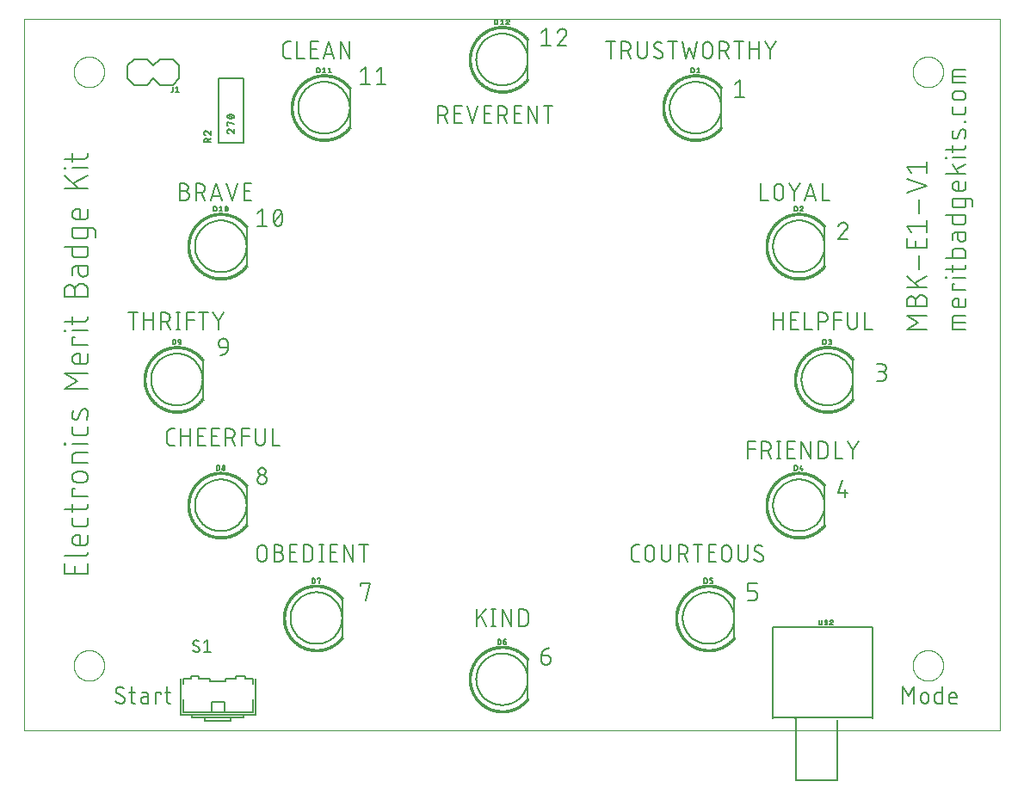
<source format=gto>
G75*
%MOIN*%
%OFA0B0*%
%FSLAX25Y25*%
%IPPOS*%
%LPD*%
%AMOC8*
5,1,8,0,0,1.08239X$1,22.5*
%
%ADD10C,0.00000*%
%ADD11C,0.00600*%
%ADD12C,0.00800*%
%ADD13C,0.00700*%
%ADD14C,0.00100*%
%ADD15C,0.00500*%
D10*
X0001000Y0020750D02*
X0001000Y0296341D01*
X0378953Y0296341D01*
X0378953Y0020750D01*
X0001000Y0020750D01*
X0020094Y0045750D02*
X0020096Y0045903D01*
X0020102Y0046057D01*
X0020112Y0046210D01*
X0020126Y0046362D01*
X0020144Y0046515D01*
X0020166Y0046666D01*
X0020191Y0046817D01*
X0020221Y0046968D01*
X0020255Y0047118D01*
X0020292Y0047266D01*
X0020333Y0047414D01*
X0020378Y0047560D01*
X0020427Y0047706D01*
X0020480Y0047850D01*
X0020536Y0047992D01*
X0020596Y0048133D01*
X0020660Y0048273D01*
X0020727Y0048411D01*
X0020798Y0048547D01*
X0020873Y0048681D01*
X0020950Y0048813D01*
X0021032Y0048943D01*
X0021116Y0049071D01*
X0021204Y0049197D01*
X0021295Y0049320D01*
X0021389Y0049441D01*
X0021487Y0049559D01*
X0021587Y0049675D01*
X0021691Y0049788D01*
X0021797Y0049899D01*
X0021906Y0050007D01*
X0022018Y0050112D01*
X0022132Y0050213D01*
X0022250Y0050312D01*
X0022369Y0050408D01*
X0022491Y0050501D01*
X0022616Y0050590D01*
X0022743Y0050677D01*
X0022872Y0050759D01*
X0023003Y0050839D01*
X0023136Y0050915D01*
X0023271Y0050988D01*
X0023408Y0051057D01*
X0023547Y0051122D01*
X0023687Y0051184D01*
X0023829Y0051242D01*
X0023972Y0051297D01*
X0024117Y0051348D01*
X0024263Y0051395D01*
X0024410Y0051438D01*
X0024558Y0051477D01*
X0024707Y0051513D01*
X0024857Y0051544D01*
X0025008Y0051572D01*
X0025159Y0051596D01*
X0025312Y0051616D01*
X0025464Y0051632D01*
X0025617Y0051644D01*
X0025770Y0051652D01*
X0025923Y0051656D01*
X0026077Y0051656D01*
X0026230Y0051652D01*
X0026383Y0051644D01*
X0026536Y0051632D01*
X0026688Y0051616D01*
X0026841Y0051596D01*
X0026992Y0051572D01*
X0027143Y0051544D01*
X0027293Y0051513D01*
X0027442Y0051477D01*
X0027590Y0051438D01*
X0027737Y0051395D01*
X0027883Y0051348D01*
X0028028Y0051297D01*
X0028171Y0051242D01*
X0028313Y0051184D01*
X0028453Y0051122D01*
X0028592Y0051057D01*
X0028729Y0050988D01*
X0028864Y0050915D01*
X0028997Y0050839D01*
X0029128Y0050759D01*
X0029257Y0050677D01*
X0029384Y0050590D01*
X0029509Y0050501D01*
X0029631Y0050408D01*
X0029750Y0050312D01*
X0029868Y0050213D01*
X0029982Y0050112D01*
X0030094Y0050007D01*
X0030203Y0049899D01*
X0030309Y0049788D01*
X0030413Y0049675D01*
X0030513Y0049559D01*
X0030611Y0049441D01*
X0030705Y0049320D01*
X0030796Y0049197D01*
X0030884Y0049071D01*
X0030968Y0048943D01*
X0031050Y0048813D01*
X0031127Y0048681D01*
X0031202Y0048547D01*
X0031273Y0048411D01*
X0031340Y0048273D01*
X0031404Y0048133D01*
X0031464Y0047992D01*
X0031520Y0047850D01*
X0031573Y0047706D01*
X0031622Y0047560D01*
X0031667Y0047414D01*
X0031708Y0047266D01*
X0031745Y0047118D01*
X0031779Y0046968D01*
X0031809Y0046817D01*
X0031834Y0046666D01*
X0031856Y0046515D01*
X0031874Y0046362D01*
X0031888Y0046210D01*
X0031898Y0046057D01*
X0031904Y0045903D01*
X0031906Y0045750D01*
X0031904Y0045597D01*
X0031898Y0045443D01*
X0031888Y0045290D01*
X0031874Y0045138D01*
X0031856Y0044985D01*
X0031834Y0044834D01*
X0031809Y0044683D01*
X0031779Y0044532D01*
X0031745Y0044382D01*
X0031708Y0044234D01*
X0031667Y0044086D01*
X0031622Y0043940D01*
X0031573Y0043794D01*
X0031520Y0043650D01*
X0031464Y0043508D01*
X0031404Y0043367D01*
X0031340Y0043227D01*
X0031273Y0043089D01*
X0031202Y0042953D01*
X0031127Y0042819D01*
X0031050Y0042687D01*
X0030968Y0042557D01*
X0030884Y0042429D01*
X0030796Y0042303D01*
X0030705Y0042180D01*
X0030611Y0042059D01*
X0030513Y0041941D01*
X0030413Y0041825D01*
X0030309Y0041712D01*
X0030203Y0041601D01*
X0030094Y0041493D01*
X0029982Y0041388D01*
X0029868Y0041287D01*
X0029750Y0041188D01*
X0029631Y0041092D01*
X0029509Y0040999D01*
X0029384Y0040910D01*
X0029257Y0040823D01*
X0029128Y0040741D01*
X0028997Y0040661D01*
X0028864Y0040585D01*
X0028729Y0040512D01*
X0028592Y0040443D01*
X0028453Y0040378D01*
X0028313Y0040316D01*
X0028171Y0040258D01*
X0028028Y0040203D01*
X0027883Y0040152D01*
X0027737Y0040105D01*
X0027590Y0040062D01*
X0027442Y0040023D01*
X0027293Y0039987D01*
X0027143Y0039956D01*
X0026992Y0039928D01*
X0026841Y0039904D01*
X0026688Y0039884D01*
X0026536Y0039868D01*
X0026383Y0039856D01*
X0026230Y0039848D01*
X0026077Y0039844D01*
X0025923Y0039844D01*
X0025770Y0039848D01*
X0025617Y0039856D01*
X0025464Y0039868D01*
X0025312Y0039884D01*
X0025159Y0039904D01*
X0025008Y0039928D01*
X0024857Y0039956D01*
X0024707Y0039987D01*
X0024558Y0040023D01*
X0024410Y0040062D01*
X0024263Y0040105D01*
X0024117Y0040152D01*
X0023972Y0040203D01*
X0023829Y0040258D01*
X0023687Y0040316D01*
X0023547Y0040378D01*
X0023408Y0040443D01*
X0023271Y0040512D01*
X0023136Y0040585D01*
X0023003Y0040661D01*
X0022872Y0040741D01*
X0022743Y0040823D01*
X0022616Y0040910D01*
X0022491Y0040999D01*
X0022369Y0041092D01*
X0022250Y0041188D01*
X0022132Y0041287D01*
X0022018Y0041388D01*
X0021906Y0041493D01*
X0021797Y0041601D01*
X0021691Y0041712D01*
X0021587Y0041825D01*
X0021487Y0041941D01*
X0021389Y0042059D01*
X0021295Y0042180D01*
X0021204Y0042303D01*
X0021116Y0042429D01*
X0021032Y0042557D01*
X0020950Y0042687D01*
X0020873Y0042819D01*
X0020798Y0042953D01*
X0020727Y0043089D01*
X0020660Y0043227D01*
X0020596Y0043367D01*
X0020536Y0043508D01*
X0020480Y0043650D01*
X0020427Y0043794D01*
X0020378Y0043940D01*
X0020333Y0044086D01*
X0020292Y0044234D01*
X0020255Y0044382D01*
X0020221Y0044532D01*
X0020191Y0044683D01*
X0020166Y0044834D01*
X0020144Y0044985D01*
X0020126Y0045138D01*
X0020112Y0045290D01*
X0020102Y0045443D01*
X0020096Y0045597D01*
X0020094Y0045750D01*
X0020094Y0275750D02*
X0020096Y0275903D01*
X0020102Y0276057D01*
X0020112Y0276210D01*
X0020126Y0276362D01*
X0020144Y0276515D01*
X0020166Y0276666D01*
X0020191Y0276817D01*
X0020221Y0276968D01*
X0020255Y0277118D01*
X0020292Y0277266D01*
X0020333Y0277414D01*
X0020378Y0277560D01*
X0020427Y0277706D01*
X0020480Y0277850D01*
X0020536Y0277992D01*
X0020596Y0278133D01*
X0020660Y0278273D01*
X0020727Y0278411D01*
X0020798Y0278547D01*
X0020873Y0278681D01*
X0020950Y0278813D01*
X0021032Y0278943D01*
X0021116Y0279071D01*
X0021204Y0279197D01*
X0021295Y0279320D01*
X0021389Y0279441D01*
X0021487Y0279559D01*
X0021587Y0279675D01*
X0021691Y0279788D01*
X0021797Y0279899D01*
X0021906Y0280007D01*
X0022018Y0280112D01*
X0022132Y0280213D01*
X0022250Y0280312D01*
X0022369Y0280408D01*
X0022491Y0280501D01*
X0022616Y0280590D01*
X0022743Y0280677D01*
X0022872Y0280759D01*
X0023003Y0280839D01*
X0023136Y0280915D01*
X0023271Y0280988D01*
X0023408Y0281057D01*
X0023547Y0281122D01*
X0023687Y0281184D01*
X0023829Y0281242D01*
X0023972Y0281297D01*
X0024117Y0281348D01*
X0024263Y0281395D01*
X0024410Y0281438D01*
X0024558Y0281477D01*
X0024707Y0281513D01*
X0024857Y0281544D01*
X0025008Y0281572D01*
X0025159Y0281596D01*
X0025312Y0281616D01*
X0025464Y0281632D01*
X0025617Y0281644D01*
X0025770Y0281652D01*
X0025923Y0281656D01*
X0026077Y0281656D01*
X0026230Y0281652D01*
X0026383Y0281644D01*
X0026536Y0281632D01*
X0026688Y0281616D01*
X0026841Y0281596D01*
X0026992Y0281572D01*
X0027143Y0281544D01*
X0027293Y0281513D01*
X0027442Y0281477D01*
X0027590Y0281438D01*
X0027737Y0281395D01*
X0027883Y0281348D01*
X0028028Y0281297D01*
X0028171Y0281242D01*
X0028313Y0281184D01*
X0028453Y0281122D01*
X0028592Y0281057D01*
X0028729Y0280988D01*
X0028864Y0280915D01*
X0028997Y0280839D01*
X0029128Y0280759D01*
X0029257Y0280677D01*
X0029384Y0280590D01*
X0029509Y0280501D01*
X0029631Y0280408D01*
X0029750Y0280312D01*
X0029868Y0280213D01*
X0029982Y0280112D01*
X0030094Y0280007D01*
X0030203Y0279899D01*
X0030309Y0279788D01*
X0030413Y0279675D01*
X0030513Y0279559D01*
X0030611Y0279441D01*
X0030705Y0279320D01*
X0030796Y0279197D01*
X0030884Y0279071D01*
X0030968Y0278943D01*
X0031050Y0278813D01*
X0031127Y0278681D01*
X0031202Y0278547D01*
X0031273Y0278411D01*
X0031340Y0278273D01*
X0031404Y0278133D01*
X0031464Y0277992D01*
X0031520Y0277850D01*
X0031573Y0277706D01*
X0031622Y0277560D01*
X0031667Y0277414D01*
X0031708Y0277266D01*
X0031745Y0277118D01*
X0031779Y0276968D01*
X0031809Y0276817D01*
X0031834Y0276666D01*
X0031856Y0276515D01*
X0031874Y0276362D01*
X0031888Y0276210D01*
X0031898Y0276057D01*
X0031904Y0275903D01*
X0031906Y0275750D01*
X0031904Y0275597D01*
X0031898Y0275443D01*
X0031888Y0275290D01*
X0031874Y0275138D01*
X0031856Y0274985D01*
X0031834Y0274834D01*
X0031809Y0274683D01*
X0031779Y0274532D01*
X0031745Y0274382D01*
X0031708Y0274234D01*
X0031667Y0274086D01*
X0031622Y0273940D01*
X0031573Y0273794D01*
X0031520Y0273650D01*
X0031464Y0273508D01*
X0031404Y0273367D01*
X0031340Y0273227D01*
X0031273Y0273089D01*
X0031202Y0272953D01*
X0031127Y0272819D01*
X0031050Y0272687D01*
X0030968Y0272557D01*
X0030884Y0272429D01*
X0030796Y0272303D01*
X0030705Y0272180D01*
X0030611Y0272059D01*
X0030513Y0271941D01*
X0030413Y0271825D01*
X0030309Y0271712D01*
X0030203Y0271601D01*
X0030094Y0271493D01*
X0029982Y0271388D01*
X0029868Y0271287D01*
X0029750Y0271188D01*
X0029631Y0271092D01*
X0029509Y0270999D01*
X0029384Y0270910D01*
X0029257Y0270823D01*
X0029128Y0270741D01*
X0028997Y0270661D01*
X0028864Y0270585D01*
X0028729Y0270512D01*
X0028592Y0270443D01*
X0028453Y0270378D01*
X0028313Y0270316D01*
X0028171Y0270258D01*
X0028028Y0270203D01*
X0027883Y0270152D01*
X0027737Y0270105D01*
X0027590Y0270062D01*
X0027442Y0270023D01*
X0027293Y0269987D01*
X0027143Y0269956D01*
X0026992Y0269928D01*
X0026841Y0269904D01*
X0026688Y0269884D01*
X0026536Y0269868D01*
X0026383Y0269856D01*
X0026230Y0269848D01*
X0026077Y0269844D01*
X0025923Y0269844D01*
X0025770Y0269848D01*
X0025617Y0269856D01*
X0025464Y0269868D01*
X0025312Y0269884D01*
X0025159Y0269904D01*
X0025008Y0269928D01*
X0024857Y0269956D01*
X0024707Y0269987D01*
X0024558Y0270023D01*
X0024410Y0270062D01*
X0024263Y0270105D01*
X0024117Y0270152D01*
X0023972Y0270203D01*
X0023829Y0270258D01*
X0023687Y0270316D01*
X0023547Y0270378D01*
X0023408Y0270443D01*
X0023271Y0270512D01*
X0023136Y0270585D01*
X0023003Y0270661D01*
X0022872Y0270741D01*
X0022743Y0270823D01*
X0022616Y0270910D01*
X0022491Y0270999D01*
X0022369Y0271092D01*
X0022250Y0271188D01*
X0022132Y0271287D01*
X0022018Y0271388D01*
X0021906Y0271493D01*
X0021797Y0271601D01*
X0021691Y0271712D01*
X0021587Y0271825D01*
X0021487Y0271941D01*
X0021389Y0272059D01*
X0021295Y0272180D01*
X0021204Y0272303D01*
X0021116Y0272429D01*
X0021032Y0272557D01*
X0020950Y0272687D01*
X0020873Y0272819D01*
X0020798Y0272953D01*
X0020727Y0273089D01*
X0020660Y0273227D01*
X0020596Y0273367D01*
X0020536Y0273508D01*
X0020480Y0273650D01*
X0020427Y0273794D01*
X0020378Y0273940D01*
X0020333Y0274086D01*
X0020292Y0274234D01*
X0020255Y0274382D01*
X0020221Y0274532D01*
X0020191Y0274683D01*
X0020166Y0274834D01*
X0020144Y0274985D01*
X0020126Y0275138D01*
X0020112Y0275290D01*
X0020102Y0275443D01*
X0020096Y0275597D01*
X0020094Y0275750D01*
X0345094Y0275750D02*
X0345096Y0275903D01*
X0345102Y0276057D01*
X0345112Y0276210D01*
X0345126Y0276362D01*
X0345144Y0276515D01*
X0345166Y0276666D01*
X0345191Y0276817D01*
X0345221Y0276968D01*
X0345255Y0277118D01*
X0345292Y0277266D01*
X0345333Y0277414D01*
X0345378Y0277560D01*
X0345427Y0277706D01*
X0345480Y0277850D01*
X0345536Y0277992D01*
X0345596Y0278133D01*
X0345660Y0278273D01*
X0345727Y0278411D01*
X0345798Y0278547D01*
X0345873Y0278681D01*
X0345950Y0278813D01*
X0346032Y0278943D01*
X0346116Y0279071D01*
X0346204Y0279197D01*
X0346295Y0279320D01*
X0346389Y0279441D01*
X0346487Y0279559D01*
X0346587Y0279675D01*
X0346691Y0279788D01*
X0346797Y0279899D01*
X0346906Y0280007D01*
X0347018Y0280112D01*
X0347132Y0280213D01*
X0347250Y0280312D01*
X0347369Y0280408D01*
X0347491Y0280501D01*
X0347616Y0280590D01*
X0347743Y0280677D01*
X0347872Y0280759D01*
X0348003Y0280839D01*
X0348136Y0280915D01*
X0348271Y0280988D01*
X0348408Y0281057D01*
X0348547Y0281122D01*
X0348687Y0281184D01*
X0348829Y0281242D01*
X0348972Y0281297D01*
X0349117Y0281348D01*
X0349263Y0281395D01*
X0349410Y0281438D01*
X0349558Y0281477D01*
X0349707Y0281513D01*
X0349857Y0281544D01*
X0350008Y0281572D01*
X0350159Y0281596D01*
X0350312Y0281616D01*
X0350464Y0281632D01*
X0350617Y0281644D01*
X0350770Y0281652D01*
X0350923Y0281656D01*
X0351077Y0281656D01*
X0351230Y0281652D01*
X0351383Y0281644D01*
X0351536Y0281632D01*
X0351688Y0281616D01*
X0351841Y0281596D01*
X0351992Y0281572D01*
X0352143Y0281544D01*
X0352293Y0281513D01*
X0352442Y0281477D01*
X0352590Y0281438D01*
X0352737Y0281395D01*
X0352883Y0281348D01*
X0353028Y0281297D01*
X0353171Y0281242D01*
X0353313Y0281184D01*
X0353453Y0281122D01*
X0353592Y0281057D01*
X0353729Y0280988D01*
X0353864Y0280915D01*
X0353997Y0280839D01*
X0354128Y0280759D01*
X0354257Y0280677D01*
X0354384Y0280590D01*
X0354509Y0280501D01*
X0354631Y0280408D01*
X0354750Y0280312D01*
X0354868Y0280213D01*
X0354982Y0280112D01*
X0355094Y0280007D01*
X0355203Y0279899D01*
X0355309Y0279788D01*
X0355413Y0279675D01*
X0355513Y0279559D01*
X0355611Y0279441D01*
X0355705Y0279320D01*
X0355796Y0279197D01*
X0355884Y0279071D01*
X0355968Y0278943D01*
X0356050Y0278813D01*
X0356127Y0278681D01*
X0356202Y0278547D01*
X0356273Y0278411D01*
X0356340Y0278273D01*
X0356404Y0278133D01*
X0356464Y0277992D01*
X0356520Y0277850D01*
X0356573Y0277706D01*
X0356622Y0277560D01*
X0356667Y0277414D01*
X0356708Y0277266D01*
X0356745Y0277118D01*
X0356779Y0276968D01*
X0356809Y0276817D01*
X0356834Y0276666D01*
X0356856Y0276515D01*
X0356874Y0276362D01*
X0356888Y0276210D01*
X0356898Y0276057D01*
X0356904Y0275903D01*
X0356906Y0275750D01*
X0356904Y0275597D01*
X0356898Y0275443D01*
X0356888Y0275290D01*
X0356874Y0275138D01*
X0356856Y0274985D01*
X0356834Y0274834D01*
X0356809Y0274683D01*
X0356779Y0274532D01*
X0356745Y0274382D01*
X0356708Y0274234D01*
X0356667Y0274086D01*
X0356622Y0273940D01*
X0356573Y0273794D01*
X0356520Y0273650D01*
X0356464Y0273508D01*
X0356404Y0273367D01*
X0356340Y0273227D01*
X0356273Y0273089D01*
X0356202Y0272953D01*
X0356127Y0272819D01*
X0356050Y0272687D01*
X0355968Y0272557D01*
X0355884Y0272429D01*
X0355796Y0272303D01*
X0355705Y0272180D01*
X0355611Y0272059D01*
X0355513Y0271941D01*
X0355413Y0271825D01*
X0355309Y0271712D01*
X0355203Y0271601D01*
X0355094Y0271493D01*
X0354982Y0271388D01*
X0354868Y0271287D01*
X0354750Y0271188D01*
X0354631Y0271092D01*
X0354509Y0270999D01*
X0354384Y0270910D01*
X0354257Y0270823D01*
X0354128Y0270741D01*
X0353997Y0270661D01*
X0353864Y0270585D01*
X0353729Y0270512D01*
X0353592Y0270443D01*
X0353453Y0270378D01*
X0353313Y0270316D01*
X0353171Y0270258D01*
X0353028Y0270203D01*
X0352883Y0270152D01*
X0352737Y0270105D01*
X0352590Y0270062D01*
X0352442Y0270023D01*
X0352293Y0269987D01*
X0352143Y0269956D01*
X0351992Y0269928D01*
X0351841Y0269904D01*
X0351688Y0269884D01*
X0351536Y0269868D01*
X0351383Y0269856D01*
X0351230Y0269848D01*
X0351077Y0269844D01*
X0350923Y0269844D01*
X0350770Y0269848D01*
X0350617Y0269856D01*
X0350464Y0269868D01*
X0350312Y0269884D01*
X0350159Y0269904D01*
X0350008Y0269928D01*
X0349857Y0269956D01*
X0349707Y0269987D01*
X0349558Y0270023D01*
X0349410Y0270062D01*
X0349263Y0270105D01*
X0349117Y0270152D01*
X0348972Y0270203D01*
X0348829Y0270258D01*
X0348687Y0270316D01*
X0348547Y0270378D01*
X0348408Y0270443D01*
X0348271Y0270512D01*
X0348136Y0270585D01*
X0348003Y0270661D01*
X0347872Y0270741D01*
X0347743Y0270823D01*
X0347616Y0270910D01*
X0347491Y0270999D01*
X0347369Y0271092D01*
X0347250Y0271188D01*
X0347132Y0271287D01*
X0347018Y0271388D01*
X0346906Y0271493D01*
X0346797Y0271601D01*
X0346691Y0271712D01*
X0346587Y0271825D01*
X0346487Y0271941D01*
X0346389Y0272059D01*
X0346295Y0272180D01*
X0346204Y0272303D01*
X0346116Y0272429D01*
X0346032Y0272557D01*
X0345950Y0272687D01*
X0345873Y0272819D01*
X0345798Y0272953D01*
X0345727Y0273089D01*
X0345660Y0273227D01*
X0345596Y0273367D01*
X0345536Y0273508D01*
X0345480Y0273650D01*
X0345427Y0273794D01*
X0345378Y0273940D01*
X0345333Y0274086D01*
X0345292Y0274234D01*
X0345255Y0274382D01*
X0345221Y0274532D01*
X0345191Y0274683D01*
X0345166Y0274834D01*
X0345144Y0274985D01*
X0345126Y0275138D01*
X0345112Y0275290D01*
X0345102Y0275443D01*
X0345096Y0275597D01*
X0345094Y0275750D01*
X0345094Y0045750D02*
X0345096Y0045903D01*
X0345102Y0046057D01*
X0345112Y0046210D01*
X0345126Y0046362D01*
X0345144Y0046515D01*
X0345166Y0046666D01*
X0345191Y0046817D01*
X0345221Y0046968D01*
X0345255Y0047118D01*
X0345292Y0047266D01*
X0345333Y0047414D01*
X0345378Y0047560D01*
X0345427Y0047706D01*
X0345480Y0047850D01*
X0345536Y0047992D01*
X0345596Y0048133D01*
X0345660Y0048273D01*
X0345727Y0048411D01*
X0345798Y0048547D01*
X0345873Y0048681D01*
X0345950Y0048813D01*
X0346032Y0048943D01*
X0346116Y0049071D01*
X0346204Y0049197D01*
X0346295Y0049320D01*
X0346389Y0049441D01*
X0346487Y0049559D01*
X0346587Y0049675D01*
X0346691Y0049788D01*
X0346797Y0049899D01*
X0346906Y0050007D01*
X0347018Y0050112D01*
X0347132Y0050213D01*
X0347250Y0050312D01*
X0347369Y0050408D01*
X0347491Y0050501D01*
X0347616Y0050590D01*
X0347743Y0050677D01*
X0347872Y0050759D01*
X0348003Y0050839D01*
X0348136Y0050915D01*
X0348271Y0050988D01*
X0348408Y0051057D01*
X0348547Y0051122D01*
X0348687Y0051184D01*
X0348829Y0051242D01*
X0348972Y0051297D01*
X0349117Y0051348D01*
X0349263Y0051395D01*
X0349410Y0051438D01*
X0349558Y0051477D01*
X0349707Y0051513D01*
X0349857Y0051544D01*
X0350008Y0051572D01*
X0350159Y0051596D01*
X0350312Y0051616D01*
X0350464Y0051632D01*
X0350617Y0051644D01*
X0350770Y0051652D01*
X0350923Y0051656D01*
X0351077Y0051656D01*
X0351230Y0051652D01*
X0351383Y0051644D01*
X0351536Y0051632D01*
X0351688Y0051616D01*
X0351841Y0051596D01*
X0351992Y0051572D01*
X0352143Y0051544D01*
X0352293Y0051513D01*
X0352442Y0051477D01*
X0352590Y0051438D01*
X0352737Y0051395D01*
X0352883Y0051348D01*
X0353028Y0051297D01*
X0353171Y0051242D01*
X0353313Y0051184D01*
X0353453Y0051122D01*
X0353592Y0051057D01*
X0353729Y0050988D01*
X0353864Y0050915D01*
X0353997Y0050839D01*
X0354128Y0050759D01*
X0354257Y0050677D01*
X0354384Y0050590D01*
X0354509Y0050501D01*
X0354631Y0050408D01*
X0354750Y0050312D01*
X0354868Y0050213D01*
X0354982Y0050112D01*
X0355094Y0050007D01*
X0355203Y0049899D01*
X0355309Y0049788D01*
X0355413Y0049675D01*
X0355513Y0049559D01*
X0355611Y0049441D01*
X0355705Y0049320D01*
X0355796Y0049197D01*
X0355884Y0049071D01*
X0355968Y0048943D01*
X0356050Y0048813D01*
X0356127Y0048681D01*
X0356202Y0048547D01*
X0356273Y0048411D01*
X0356340Y0048273D01*
X0356404Y0048133D01*
X0356464Y0047992D01*
X0356520Y0047850D01*
X0356573Y0047706D01*
X0356622Y0047560D01*
X0356667Y0047414D01*
X0356708Y0047266D01*
X0356745Y0047118D01*
X0356779Y0046968D01*
X0356809Y0046817D01*
X0356834Y0046666D01*
X0356856Y0046515D01*
X0356874Y0046362D01*
X0356888Y0046210D01*
X0356898Y0046057D01*
X0356904Y0045903D01*
X0356906Y0045750D01*
X0356904Y0045597D01*
X0356898Y0045443D01*
X0356888Y0045290D01*
X0356874Y0045138D01*
X0356856Y0044985D01*
X0356834Y0044834D01*
X0356809Y0044683D01*
X0356779Y0044532D01*
X0356745Y0044382D01*
X0356708Y0044234D01*
X0356667Y0044086D01*
X0356622Y0043940D01*
X0356573Y0043794D01*
X0356520Y0043650D01*
X0356464Y0043508D01*
X0356404Y0043367D01*
X0356340Y0043227D01*
X0356273Y0043089D01*
X0356202Y0042953D01*
X0356127Y0042819D01*
X0356050Y0042687D01*
X0355968Y0042557D01*
X0355884Y0042429D01*
X0355796Y0042303D01*
X0355705Y0042180D01*
X0355611Y0042059D01*
X0355513Y0041941D01*
X0355413Y0041825D01*
X0355309Y0041712D01*
X0355203Y0041601D01*
X0355094Y0041493D01*
X0354982Y0041388D01*
X0354868Y0041287D01*
X0354750Y0041188D01*
X0354631Y0041092D01*
X0354509Y0040999D01*
X0354384Y0040910D01*
X0354257Y0040823D01*
X0354128Y0040741D01*
X0353997Y0040661D01*
X0353864Y0040585D01*
X0353729Y0040512D01*
X0353592Y0040443D01*
X0353453Y0040378D01*
X0353313Y0040316D01*
X0353171Y0040258D01*
X0353028Y0040203D01*
X0352883Y0040152D01*
X0352737Y0040105D01*
X0352590Y0040062D01*
X0352442Y0040023D01*
X0352293Y0039987D01*
X0352143Y0039956D01*
X0351992Y0039928D01*
X0351841Y0039904D01*
X0351688Y0039884D01*
X0351536Y0039868D01*
X0351383Y0039856D01*
X0351230Y0039848D01*
X0351077Y0039844D01*
X0350923Y0039844D01*
X0350770Y0039848D01*
X0350617Y0039856D01*
X0350464Y0039868D01*
X0350312Y0039884D01*
X0350159Y0039904D01*
X0350008Y0039928D01*
X0349857Y0039956D01*
X0349707Y0039987D01*
X0349558Y0040023D01*
X0349410Y0040062D01*
X0349263Y0040105D01*
X0349117Y0040152D01*
X0348972Y0040203D01*
X0348829Y0040258D01*
X0348687Y0040316D01*
X0348547Y0040378D01*
X0348408Y0040443D01*
X0348271Y0040512D01*
X0348136Y0040585D01*
X0348003Y0040661D01*
X0347872Y0040741D01*
X0347743Y0040823D01*
X0347616Y0040910D01*
X0347491Y0040999D01*
X0347369Y0041092D01*
X0347250Y0041188D01*
X0347132Y0041287D01*
X0347018Y0041388D01*
X0346906Y0041493D01*
X0346797Y0041601D01*
X0346691Y0041712D01*
X0346587Y0041825D01*
X0346487Y0041941D01*
X0346389Y0042059D01*
X0346295Y0042180D01*
X0346204Y0042303D01*
X0346116Y0042429D01*
X0346032Y0042557D01*
X0345950Y0042687D01*
X0345873Y0042819D01*
X0345798Y0042953D01*
X0345727Y0043089D01*
X0345660Y0043227D01*
X0345596Y0043367D01*
X0345536Y0043508D01*
X0345480Y0043650D01*
X0345427Y0043794D01*
X0345378Y0043940D01*
X0345333Y0044086D01*
X0345292Y0044234D01*
X0345255Y0044382D01*
X0345221Y0044532D01*
X0345191Y0044683D01*
X0345166Y0044834D01*
X0345144Y0044985D01*
X0345126Y0045138D01*
X0345112Y0045290D01*
X0345102Y0045443D01*
X0345096Y0045597D01*
X0345094Y0045750D01*
D11*
X0345567Y0037450D02*
X0345567Y0031050D01*
X0348370Y0032472D02*
X0348370Y0033894D01*
X0348372Y0033968D01*
X0348378Y0034043D01*
X0348388Y0034116D01*
X0348401Y0034190D01*
X0348418Y0034262D01*
X0348440Y0034333D01*
X0348464Y0034404D01*
X0348493Y0034472D01*
X0348525Y0034540D01*
X0348561Y0034605D01*
X0348599Y0034668D01*
X0348642Y0034730D01*
X0348687Y0034789D01*
X0348735Y0034846D01*
X0348786Y0034900D01*
X0348840Y0034951D01*
X0348897Y0034999D01*
X0348956Y0035044D01*
X0349018Y0035087D01*
X0349081Y0035125D01*
X0349146Y0035161D01*
X0349214Y0035193D01*
X0349282Y0035222D01*
X0349353Y0035246D01*
X0349424Y0035268D01*
X0349496Y0035285D01*
X0349570Y0035298D01*
X0349643Y0035308D01*
X0349718Y0035314D01*
X0349792Y0035316D01*
X0349866Y0035314D01*
X0349941Y0035308D01*
X0350014Y0035298D01*
X0350088Y0035285D01*
X0350160Y0035268D01*
X0350231Y0035246D01*
X0350302Y0035222D01*
X0350370Y0035193D01*
X0350438Y0035161D01*
X0350503Y0035125D01*
X0350566Y0035087D01*
X0350628Y0035044D01*
X0350687Y0034999D01*
X0350744Y0034951D01*
X0350798Y0034900D01*
X0350849Y0034846D01*
X0350897Y0034789D01*
X0350942Y0034730D01*
X0350985Y0034668D01*
X0351023Y0034605D01*
X0351059Y0034540D01*
X0351091Y0034472D01*
X0351120Y0034404D01*
X0351144Y0034333D01*
X0351166Y0034262D01*
X0351183Y0034190D01*
X0351196Y0034116D01*
X0351206Y0034043D01*
X0351212Y0033968D01*
X0351214Y0033894D01*
X0351215Y0033894D02*
X0351215Y0032472D01*
X0351214Y0032472D02*
X0351212Y0032398D01*
X0351206Y0032323D01*
X0351196Y0032250D01*
X0351183Y0032176D01*
X0351166Y0032104D01*
X0351144Y0032033D01*
X0351120Y0031962D01*
X0351091Y0031894D01*
X0351059Y0031826D01*
X0351023Y0031761D01*
X0350985Y0031698D01*
X0350942Y0031636D01*
X0350897Y0031577D01*
X0350849Y0031520D01*
X0350798Y0031466D01*
X0350744Y0031415D01*
X0350687Y0031367D01*
X0350628Y0031322D01*
X0350566Y0031279D01*
X0350503Y0031241D01*
X0350438Y0031205D01*
X0350370Y0031173D01*
X0350302Y0031144D01*
X0350231Y0031120D01*
X0350160Y0031098D01*
X0350088Y0031081D01*
X0350014Y0031068D01*
X0349941Y0031058D01*
X0349866Y0031052D01*
X0349792Y0031050D01*
X0349718Y0031052D01*
X0349643Y0031058D01*
X0349570Y0031068D01*
X0349496Y0031081D01*
X0349424Y0031098D01*
X0349353Y0031120D01*
X0349282Y0031144D01*
X0349214Y0031173D01*
X0349146Y0031205D01*
X0349081Y0031241D01*
X0349018Y0031279D01*
X0348956Y0031322D01*
X0348897Y0031367D01*
X0348840Y0031415D01*
X0348786Y0031466D01*
X0348735Y0031520D01*
X0348687Y0031577D01*
X0348642Y0031636D01*
X0348599Y0031698D01*
X0348561Y0031761D01*
X0348525Y0031826D01*
X0348493Y0031894D01*
X0348464Y0031962D01*
X0348440Y0032033D01*
X0348418Y0032104D01*
X0348401Y0032176D01*
X0348388Y0032250D01*
X0348378Y0032323D01*
X0348372Y0032398D01*
X0348370Y0032472D01*
X0343433Y0033894D02*
X0345567Y0037450D01*
X0343433Y0033894D02*
X0341300Y0037450D01*
X0341300Y0031050D01*
X0353675Y0032117D02*
X0353675Y0034250D01*
X0353677Y0034314D01*
X0353683Y0034379D01*
X0353692Y0034442D01*
X0353706Y0034505D01*
X0353723Y0034567D01*
X0353744Y0034628D01*
X0353769Y0034688D01*
X0353797Y0034746D01*
X0353829Y0034802D01*
X0353864Y0034856D01*
X0353902Y0034908D01*
X0353943Y0034958D01*
X0353988Y0035004D01*
X0354034Y0035049D01*
X0354084Y0035090D01*
X0354136Y0035128D01*
X0354190Y0035163D01*
X0354246Y0035195D01*
X0354304Y0035223D01*
X0354364Y0035248D01*
X0354425Y0035269D01*
X0354487Y0035286D01*
X0354550Y0035300D01*
X0354613Y0035309D01*
X0354678Y0035315D01*
X0354742Y0035317D01*
X0356519Y0035317D01*
X0356519Y0037450D02*
X0356519Y0031050D01*
X0354742Y0031050D01*
X0354678Y0031052D01*
X0354613Y0031058D01*
X0354550Y0031067D01*
X0354487Y0031081D01*
X0354425Y0031098D01*
X0354364Y0031119D01*
X0354304Y0031144D01*
X0354246Y0031172D01*
X0354190Y0031204D01*
X0354136Y0031239D01*
X0354084Y0031277D01*
X0354034Y0031318D01*
X0353988Y0031363D01*
X0353943Y0031409D01*
X0353902Y0031459D01*
X0353864Y0031511D01*
X0353829Y0031565D01*
X0353797Y0031621D01*
X0353769Y0031679D01*
X0353744Y0031739D01*
X0353723Y0031800D01*
X0353706Y0031862D01*
X0353692Y0031925D01*
X0353683Y0031988D01*
X0353677Y0032053D01*
X0353675Y0032117D01*
X0359242Y0032117D02*
X0359242Y0033894D01*
X0359242Y0033183D02*
X0362087Y0033183D01*
X0362087Y0033894D01*
X0362085Y0033968D01*
X0362079Y0034043D01*
X0362069Y0034116D01*
X0362056Y0034190D01*
X0362039Y0034262D01*
X0362017Y0034333D01*
X0361993Y0034404D01*
X0361964Y0034472D01*
X0361932Y0034540D01*
X0361896Y0034605D01*
X0361858Y0034668D01*
X0361815Y0034730D01*
X0361770Y0034789D01*
X0361722Y0034846D01*
X0361671Y0034900D01*
X0361617Y0034951D01*
X0361560Y0034999D01*
X0361501Y0035044D01*
X0361439Y0035087D01*
X0361376Y0035125D01*
X0361311Y0035161D01*
X0361243Y0035193D01*
X0361175Y0035222D01*
X0361104Y0035246D01*
X0361033Y0035268D01*
X0360961Y0035285D01*
X0360887Y0035298D01*
X0360814Y0035308D01*
X0360739Y0035314D01*
X0360665Y0035316D01*
X0360591Y0035314D01*
X0360516Y0035308D01*
X0360443Y0035298D01*
X0360369Y0035285D01*
X0360297Y0035268D01*
X0360226Y0035246D01*
X0360155Y0035222D01*
X0360087Y0035193D01*
X0360019Y0035161D01*
X0359954Y0035125D01*
X0359891Y0035087D01*
X0359829Y0035044D01*
X0359770Y0034999D01*
X0359713Y0034951D01*
X0359659Y0034900D01*
X0359608Y0034846D01*
X0359560Y0034789D01*
X0359515Y0034730D01*
X0359472Y0034668D01*
X0359434Y0034605D01*
X0359398Y0034540D01*
X0359366Y0034472D01*
X0359337Y0034404D01*
X0359313Y0034333D01*
X0359291Y0034262D01*
X0359274Y0034190D01*
X0359261Y0034116D01*
X0359251Y0034043D01*
X0359245Y0033968D01*
X0359243Y0033894D01*
X0359242Y0032117D02*
X0359244Y0032053D01*
X0359250Y0031988D01*
X0359259Y0031925D01*
X0359273Y0031862D01*
X0359290Y0031800D01*
X0359311Y0031739D01*
X0359336Y0031679D01*
X0359364Y0031621D01*
X0359396Y0031565D01*
X0359431Y0031511D01*
X0359469Y0031459D01*
X0359510Y0031409D01*
X0359555Y0031363D01*
X0359601Y0031318D01*
X0359651Y0031277D01*
X0359703Y0031239D01*
X0359757Y0031204D01*
X0359813Y0031172D01*
X0359871Y0031144D01*
X0359931Y0031119D01*
X0359992Y0031098D01*
X0360054Y0031081D01*
X0360117Y0031067D01*
X0360180Y0031058D01*
X0360245Y0031052D01*
X0360309Y0031050D01*
X0362087Y0031050D01*
X0287257Y0087472D02*
X0287255Y0087398D01*
X0287249Y0087323D01*
X0287239Y0087250D01*
X0287226Y0087176D01*
X0287209Y0087104D01*
X0287187Y0087033D01*
X0287163Y0086962D01*
X0287134Y0086894D01*
X0287102Y0086826D01*
X0287066Y0086761D01*
X0287028Y0086698D01*
X0286985Y0086636D01*
X0286940Y0086577D01*
X0286892Y0086520D01*
X0286841Y0086466D01*
X0286787Y0086415D01*
X0286730Y0086367D01*
X0286671Y0086322D01*
X0286609Y0086279D01*
X0286546Y0086241D01*
X0286481Y0086205D01*
X0286413Y0086173D01*
X0286345Y0086144D01*
X0286274Y0086120D01*
X0286203Y0086098D01*
X0286131Y0086081D01*
X0286057Y0086068D01*
X0285984Y0086058D01*
X0285909Y0086052D01*
X0285835Y0086050D01*
X0287257Y0087472D02*
X0287255Y0087547D01*
X0287249Y0087622D01*
X0287240Y0087696D01*
X0287226Y0087770D01*
X0287209Y0087843D01*
X0287188Y0087915D01*
X0287163Y0087985D01*
X0287134Y0088055D01*
X0287102Y0088122D01*
X0287067Y0088188D01*
X0287028Y0088253D01*
X0286986Y0088315D01*
X0286940Y0088374D01*
X0286892Y0088432D01*
X0286841Y0088486D01*
X0286787Y0088538D01*
X0286730Y0088587D01*
X0286671Y0088633D01*
X0286610Y0088676D01*
X0286546Y0088716D01*
X0286546Y0088717D02*
X0284590Y0089783D01*
X0285302Y0092450D02*
X0285403Y0092448D01*
X0285504Y0092442D01*
X0285604Y0092433D01*
X0285704Y0092419D01*
X0285804Y0092402D01*
X0285903Y0092382D01*
X0286000Y0092357D01*
X0286097Y0092329D01*
X0286193Y0092297D01*
X0286288Y0092261D01*
X0286381Y0092222D01*
X0286472Y0092180D01*
X0286562Y0092134D01*
X0286650Y0092084D01*
X0286736Y0092032D01*
X0286820Y0091976D01*
X0286902Y0091917D01*
X0284591Y0089784D02*
X0284527Y0089824D01*
X0284466Y0089867D01*
X0284407Y0089913D01*
X0284350Y0089962D01*
X0284296Y0090014D01*
X0284245Y0090068D01*
X0284197Y0090126D01*
X0284151Y0090185D01*
X0284109Y0090247D01*
X0284070Y0090312D01*
X0284035Y0090378D01*
X0284003Y0090445D01*
X0283974Y0090515D01*
X0283949Y0090585D01*
X0283928Y0090657D01*
X0283911Y0090730D01*
X0283897Y0090804D01*
X0283888Y0090878D01*
X0283882Y0090953D01*
X0283880Y0091028D01*
X0283882Y0091102D01*
X0283888Y0091177D01*
X0283898Y0091250D01*
X0283911Y0091324D01*
X0283928Y0091396D01*
X0283950Y0091467D01*
X0283974Y0091538D01*
X0284003Y0091606D01*
X0284035Y0091674D01*
X0284071Y0091739D01*
X0284109Y0091802D01*
X0284152Y0091864D01*
X0284197Y0091923D01*
X0284245Y0091980D01*
X0284296Y0092034D01*
X0284351Y0092085D01*
X0284407Y0092133D01*
X0284466Y0092178D01*
X0284528Y0092221D01*
X0284591Y0092259D01*
X0284656Y0092295D01*
X0284724Y0092327D01*
X0284792Y0092356D01*
X0284863Y0092380D01*
X0284934Y0092402D01*
X0285006Y0092419D01*
X0285080Y0092432D01*
X0285153Y0092442D01*
X0285228Y0092448D01*
X0285302Y0092450D01*
X0283702Y0086939D02*
X0283779Y0086864D01*
X0283859Y0086791D01*
X0283942Y0086722D01*
X0284027Y0086655D01*
X0284114Y0086592D01*
X0284203Y0086532D01*
X0284295Y0086475D01*
X0284388Y0086421D01*
X0284484Y0086371D01*
X0284581Y0086324D01*
X0284680Y0086281D01*
X0284780Y0086241D01*
X0284881Y0086205D01*
X0284984Y0086173D01*
X0285088Y0086144D01*
X0285193Y0086119D01*
X0285299Y0086098D01*
X0285405Y0086081D01*
X0285512Y0086067D01*
X0285620Y0086058D01*
X0285727Y0086052D01*
X0285835Y0086050D01*
X0281103Y0087828D02*
X0281103Y0092450D01*
X0277548Y0092450D02*
X0277548Y0087828D01*
X0277547Y0087828D02*
X0277549Y0087745D01*
X0277555Y0087662D01*
X0277565Y0087579D01*
X0277578Y0087496D01*
X0277596Y0087415D01*
X0277617Y0087334D01*
X0277642Y0087255D01*
X0277671Y0087177D01*
X0277703Y0087100D01*
X0277739Y0087025D01*
X0277778Y0086951D01*
X0277821Y0086880D01*
X0277867Y0086810D01*
X0277917Y0086743D01*
X0277969Y0086678D01*
X0278024Y0086616D01*
X0278083Y0086556D01*
X0278144Y0086499D01*
X0278207Y0086445D01*
X0278273Y0086394D01*
X0278342Y0086347D01*
X0278412Y0086302D01*
X0278485Y0086261D01*
X0278559Y0086224D01*
X0278635Y0086189D01*
X0278713Y0086159D01*
X0278791Y0086132D01*
X0278872Y0086109D01*
X0278953Y0086089D01*
X0279035Y0086074D01*
X0279117Y0086062D01*
X0279200Y0086054D01*
X0279283Y0086050D01*
X0279367Y0086050D01*
X0279450Y0086054D01*
X0279533Y0086062D01*
X0279615Y0086074D01*
X0279697Y0086089D01*
X0279778Y0086109D01*
X0279859Y0086132D01*
X0279937Y0086159D01*
X0280015Y0086189D01*
X0280091Y0086224D01*
X0280165Y0086261D01*
X0280238Y0086302D01*
X0280308Y0086347D01*
X0280377Y0086394D01*
X0280443Y0086445D01*
X0280506Y0086499D01*
X0280567Y0086556D01*
X0280626Y0086616D01*
X0280681Y0086678D01*
X0280733Y0086743D01*
X0280783Y0086810D01*
X0280829Y0086880D01*
X0280872Y0086951D01*
X0280911Y0087025D01*
X0280947Y0087100D01*
X0280979Y0087177D01*
X0281008Y0087255D01*
X0281033Y0087334D01*
X0281054Y0087415D01*
X0281072Y0087496D01*
X0281085Y0087579D01*
X0281095Y0087662D01*
X0281101Y0087745D01*
X0281103Y0087828D01*
X0274744Y0087828D02*
X0274744Y0090672D01*
X0274742Y0090755D01*
X0274736Y0090838D01*
X0274726Y0090921D01*
X0274713Y0091004D01*
X0274695Y0091085D01*
X0274674Y0091166D01*
X0274649Y0091245D01*
X0274620Y0091323D01*
X0274588Y0091400D01*
X0274552Y0091475D01*
X0274513Y0091549D01*
X0274470Y0091620D01*
X0274424Y0091690D01*
X0274374Y0091757D01*
X0274322Y0091822D01*
X0274267Y0091884D01*
X0274208Y0091944D01*
X0274147Y0092001D01*
X0274084Y0092055D01*
X0274018Y0092106D01*
X0273949Y0092153D01*
X0273879Y0092198D01*
X0273806Y0092239D01*
X0273732Y0092276D01*
X0273656Y0092311D01*
X0273578Y0092341D01*
X0273500Y0092368D01*
X0273419Y0092391D01*
X0273338Y0092411D01*
X0273256Y0092426D01*
X0273174Y0092438D01*
X0273091Y0092446D01*
X0273008Y0092450D01*
X0272924Y0092450D01*
X0272841Y0092446D01*
X0272758Y0092438D01*
X0272676Y0092426D01*
X0272594Y0092411D01*
X0272513Y0092391D01*
X0272432Y0092368D01*
X0272354Y0092341D01*
X0272276Y0092311D01*
X0272200Y0092276D01*
X0272126Y0092239D01*
X0272053Y0092198D01*
X0271983Y0092153D01*
X0271914Y0092106D01*
X0271848Y0092055D01*
X0271785Y0092001D01*
X0271724Y0091944D01*
X0271665Y0091884D01*
X0271610Y0091822D01*
X0271558Y0091757D01*
X0271508Y0091690D01*
X0271462Y0091620D01*
X0271419Y0091549D01*
X0271380Y0091475D01*
X0271344Y0091400D01*
X0271312Y0091323D01*
X0271283Y0091245D01*
X0271258Y0091166D01*
X0271237Y0091085D01*
X0271219Y0091004D01*
X0271206Y0090921D01*
X0271196Y0090838D01*
X0271190Y0090755D01*
X0271188Y0090672D01*
X0271188Y0087828D01*
X0271190Y0087745D01*
X0271196Y0087662D01*
X0271206Y0087579D01*
X0271219Y0087496D01*
X0271237Y0087415D01*
X0271258Y0087334D01*
X0271283Y0087255D01*
X0271312Y0087177D01*
X0271344Y0087100D01*
X0271380Y0087025D01*
X0271419Y0086951D01*
X0271462Y0086880D01*
X0271508Y0086810D01*
X0271558Y0086743D01*
X0271610Y0086678D01*
X0271665Y0086616D01*
X0271724Y0086556D01*
X0271785Y0086499D01*
X0271848Y0086445D01*
X0271914Y0086394D01*
X0271983Y0086347D01*
X0272053Y0086302D01*
X0272126Y0086261D01*
X0272200Y0086224D01*
X0272276Y0086189D01*
X0272354Y0086159D01*
X0272432Y0086132D01*
X0272513Y0086109D01*
X0272594Y0086089D01*
X0272676Y0086074D01*
X0272758Y0086062D01*
X0272841Y0086054D01*
X0272924Y0086050D01*
X0273008Y0086050D01*
X0273091Y0086054D01*
X0273174Y0086062D01*
X0273256Y0086074D01*
X0273338Y0086089D01*
X0273419Y0086109D01*
X0273500Y0086132D01*
X0273578Y0086159D01*
X0273656Y0086189D01*
X0273732Y0086224D01*
X0273806Y0086261D01*
X0273879Y0086302D01*
X0273949Y0086347D01*
X0274018Y0086394D01*
X0274084Y0086445D01*
X0274147Y0086499D01*
X0274208Y0086556D01*
X0274267Y0086616D01*
X0274322Y0086678D01*
X0274374Y0086743D01*
X0274424Y0086810D01*
X0274470Y0086880D01*
X0274513Y0086951D01*
X0274552Y0087025D01*
X0274588Y0087100D01*
X0274620Y0087177D01*
X0274649Y0087255D01*
X0274674Y0087334D01*
X0274695Y0087415D01*
X0274713Y0087496D01*
X0274726Y0087579D01*
X0274736Y0087662D01*
X0274742Y0087745D01*
X0274744Y0087828D01*
X0268916Y0086050D02*
X0266072Y0086050D01*
X0266072Y0092450D01*
X0268916Y0092450D01*
X0268205Y0089606D02*
X0266072Y0089606D01*
X0263667Y0092450D02*
X0260111Y0092450D01*
X0261889Y0092450D02*
X0261889Y0086050D01*
X0257959Y0086050D02*
X0256537Y0088894D01*
X0256181Y0088894D02*
X0254403Y0088894D01*
X0256181Y0088894D02*
X0256264Y0088896D01*
X0256347Y0088902D01*
X0256430Y0088912D01*
X0256513Y0088925D01*
X0256594Y0088943D01*
X0256675Y0088964D01*
X0256754Y0088989D01*
X0256832Y0089018D01*
X0256909Y0089050D01*
X0256984Y0089086D01*
X0257058Y0089125D01*
X0257129Y0089168D01*
X0257199Y0089214D01*
X0257266Y0089264D01*
X0257331Y0089316D01*
X0257393Y0089371D01*
X0257453Y0089430D01*
X0257510Y0089491D01*
X0257564Y0089554D01*
X0257615Y0089620D01*
X0257662Y0089689D01*
X0257707Y0089759D01*
X0257748Y0089832D01*
X0257785Y0089906D01*
X0257820Y0089982D01*
X0257850Y0090060D01*
X0257877Y0090138D01*
X0257900Y0090219D01*
X0257920Y0090300D01*
X0257935Y0090382D01*
X0257947Y0090464D01*
X0257955Y0090547D01*
X0257959Y0090630D01*
X0257959Y0090714D01*
X0257955Y0090797D01*
X0257947Y0090880D01*
X0257935Y0090962D01*
X0257920Y0091044D01*
X0257900Y0091125D01*
X0257877Y0091206D01*
X0257850Y0091284D01*
X0257820Y0091362D01*
X0257785Y0091438D01*
X0257748Y0091512D01*
X0257707Y0091585D01*
X0257662Y0091655D01*
X0257615Y0091724D01*
X0257564Y0091790D01*
X0257510Y0091853D01*
X0257453Y0091914D01*
X0257393Y0091973D01*
X0257331Y0092028D01*
X0257266Y0092080D01*
X0257199Y0092130D01*
X0257129Y0092176D01*
X0257058Y0092219D01*
X0256984Y0092258D01*
X0256909Y0092294D01*
X0256832Y0092326D01*
X0256754Y0092355D01*
X0256675Y0092380D01*
X0256594Y0092401D01*
X0256513Y0092419D01*
X0256430Y0092432D01*
X0256347Y0092442D01*
X0256264Y0092448D01*
X0256181Y0092450D01*
X0254403Y0092450D01*
X0254403Y0086050D01*
X0251359Y0087828D02*
X0251359Y0092450D01*
X0247803Y0092450D02*
X0247803Y0087828D01*
X0247805Y0087745D01*
X0247811Y0087662D01*
X0247821Y0087579D01*
X0247834Y0087496D01*
X0247852Y0087415D01*
X0247873Y0087334D01*
X0247898Y0087255D01*
X0247927Y0087177D01*
X0247959Y0087100D01*
X0247995Y0087025D01*
X0248034Y0086951D01*
X0248077Y0086880D01*
X0248123Y0086810D01*
X0248173Y0086743D01*
X0248225Y0086678D01*
X0248280Y0086616D01*
X0248339Y0086556D01*
X0248400Y0086499D01*
X0248463Y0086445D01*
X0248529Y0086394D01*
X0248598Y0086347D01*
X0248668Y0086302D01*
X0248741Y0086261D01*
X0248815Y0086224D01*
X0248891Y0086189D01*
X0248969Y0086159D01*
X0249047Y0086132D01*
X0249128Y0086109D01*
X0249209Y0086089D01*
X0249291Y0086074D01*
X0249373Y0086062D01*
X0249456Y0086054D01*
X0249539Y0086050D01*
X0249623Y0086050D01*
X0249706Y0086054D01*
X0249789Y0086062D01*
X0249871Y0086074D01*
X0249953Y0086089D01*
X0250034Y0086109D01*
X0250115Y0086132D01*
X0250193Y0086159D01*
X0250271Y0086189D01*
X0250347Y0086224D01*
X0250421Y0086261D01*
X0250494Y0086302D01*
X0250564Y0086347D01*
X0250633Y0086394D01*
X0250699Y0086445D01*
X0250762Y0086499D01*
X0250823Y0086556D01*
X0250882Y0086616D01*
X0250937Y0086678D01*
X0250989Y0086743D01*
X0251039Y0086810D01*
X0251085Y0086880D01*
X0251128Y0086951D01*
X0251167Y0087025D01*
X0251203Y0087100D01*
X0251235Y0087177D01*
X0251264Y0087255D01*
X0251289Y0087334D01*
X0251310Y0087415D01*
X0251328Y0087496D01*
X0251341Y0087579D01*
X0251351Y0087662D01*
X0251357Y0087745D01*
X0251359Y0087828D01*
X0244999Y0087828D02*
X0244999Y0090672D01*
X0245000Y0090672D02*
X0244998Y0090755D01*
X0244992Y0090838D01*
X0244982Y0090921D01*
X0244969Y0091004D01*
X0244951Y0091085D01*
X0244930Y0091166D01*
X0244905Y0091245D01*
X0244876Y0091323D01*
X0244844Y0091400D01*
X0244808Y0091475D01*
X0244769Y0091549D01*
X0244726Y0091620D01*
X0244680Y0091690D01*
X0244630Y0091757D01*
X0244578Y0091822D01*
X0244523Y0091884D01*
X0244464Y0091944D01*
X0244403Y0092001D01*
X0244340Y0092055D01*
X0244274Y0092106D01*
X0244205Y0092153D01*
X0244135Y0092198D01*
X0244062Y0092239D01*
X0243988Y0092276D01*
X0243912Y0092311D01*
X0243834Y0092341D01*
X0243756Y0092368D01*
X0243675Y0092391D01*
X0243594Y0092411D01*
X0243512Y0092426D01*
X0243430Y0092438D01*
X0243347Y0092446D01*
X0243264Y0092450D01*
X0243180Y0092450D01*
X0243097Y0092446D01*
X0243014Y0092438D01*
X0242932Y0092426D01*
X0242850Y0092411D01*
X0242769Y0092391D01*
X0242688Y0092368D01*
X0242610Y0092341D01*
X0242532Y0092311D01*
X0242456Y0092276D01*
X0242382Y0092239D01*
X0242309Y0092198D01*
X0242239Y0092153D01*
X0242170Y0092106D01*
X0242104Y0092055D01*
X0242041Y0092001D01*
X0241980Y0091944D01*
X0241921Y0091884D01*
X0241866Y0091822D01*
X0241814Y0091757D01*
X0241764Y0091690D01*
X0241718Y0091620D01*
X0241675Y0091549D01*
X0241636Y0091475D01*
X0241600Y0091400D01*
X0241568Y0091323D01*
X0241539Y0091245D01*
X0241514Y0091166D01*
X0241493Y0091085D01*
X0241475Y0091004D01*
X0241462Y0090921D01*
X0241452Y0090838D01*
X0241446Y0090755D01*
X0241444Y0090672D01*
X0241444Y0087828D01*
X0241446Y0087745D01*
X0241452Y0087662D01*
X0241462Y0087579D01*
X0241475Y0087496D01*
X0241493Y0087415D01*
X0241514Y0087334D01*
X0241539Y0087255D01*
X0241568Y0087177D01*
X0241600Y0087100D01*
X0241636Y0087025D01*
X0241675Y0086951D01*
X0241718Y0086880D01*
X0241764Y0086810D01*
X0241814Y0086743D01*
X0241866Y0086678D01*
X0241921Y0086616D01*
X0241980Y0086556D01*
X0242041Y0086499D01*
X0242104Y0086445D01*
X0242170Y0086394D01*
X0242239Y0086347D01*
X0242309Y0086302D01*
X0242382Y0086261D01*
X0242456Y0086224D01*
X0242532Y0086189D01*
X0242610Y0086159D01*
X0242688Y0086132D01*
X0242769Y0086109D01*
X0242850Y0086089D01*
X0242932Y0086074D01*
X0243014Y0086062D01*
X0243097Y0086054D01*
X0243180Y0086050D01*
X0243264Y0086050D01*
X0243347Y0086054D01*
X0243430Y0086062D01*
X0243512Y0086074D01*
X0243594Y0086089D01*
X0243675Y0086109D01*
X0243756Y0086132D01*
X0243834Y0086159D01*
X0243912Y0086189D01*
X0243988Y0086224D01*
X0244062Y0086261D01*
X0244135Y0086302D01*
X0244205Y0086347D01*
X0244274Y0086394D01*
X0244340Y0086445D01*
X0244403Y0086499D01*
X0244464Y0086556D01*
X0244523Y0086616D01*
X0244578Y0086678D01*
X0244630Y0086743D01*
X0244680Y0086810D01*
X0244726Y0086880D01*
X0244769Y0086951D01*
X0244808Y0087025D01*
X0244844Y0087100D01*
X0244876Y0087177D01*
X0244905Y0087255D01*
X0244930Y0087334D01*
X0244951Y0087415D01*
X0244969Y0087496D01*
X0244982Y0087579D01*
X0244992Y0087662D01*
X0244998Y0087745D01*
X0245000Y0087828D01*
X0239144Y0086050D02*
X0237722Y0086050D01*
X0237648Y0086052D01*
X0237573Y0086058D01*
X0237500Y0086068D01*
X0237426Y0086081D01*
X0237354Y0086098D01*
X0237283Y0086120D01*
X0237212Y0086144D01*
X0237144Y0086173D01*
X0237076Y0086205D01*
X0237011Y0086241D01*
X0236948Y0086279D01*
X0236886Y0086322D01*
X0236827Y0086367D01*
X0236770Y0086415D01*
X0236716Y0086466D01*
X0236665Y0086520D01*
X0236617Y0086577D01*
X0236572Y0086636D01*
X0236529Y0086698D01*
X0236491Y0086761D01*
X0236455Y0086826D01*
X0236423Y0086894D01*
X0236394Y0086962D01*
X0236370Y0087033D01*
X0236348Y0087104D01*
X0236331Y0087176D01*
X0236318Y0087250D01*
X0236308Y0087323D01*
X0236302Y0087398D01*
X0236300Y0087472D01*
X0236300Y0091028D01*
X0236302Y0091102D01*
X0236308Y0091177D01*
X0236318Y0091250D01*
X0236331Y0091324D01*
X0236348Y0091396D01*
X0236370Y0091467D01*
X0236394Y0091538D01*
X0236423Y0091606D01*
X0236455Y0091674D01*
X0236491Y0091739D01*
X0236529Y0091802D01*
X0236572Y0091864D01*
X0236617Y0091923D01*
X0236665Y0091979D01*
X0236716Y0092034D01*
X0236770Y0092085D01*
X0236827Y0092133D01*
X0236886Y0092178D01*
X0236948Y0092221D01*
X0237011Y0092259D01*
X0237076Y0092295D01*
X0237144Y0092327D01*
X0237212Y0092356D01*
X0237283Y0092380D01*
X0237354Y0092402D01*
X0237426Y0092419D01*
X0237500Y0092432D01*
X0237573Y0092442D01*
X0237648Y0092448D01*
X0237722Y0092450D01*
X0239144Y0092450D01*
X0256000Y0064136D02*
X0256003Y0064381D01*
X0256012Y0064627D01*
X0256027Y0064872D01*
X0256048Y0065116D01*
X0256075Y0065360D01*
X0256108Y0065603D01*
X0256147Y0065846D01*
X0256192Y0066087D01*
X0256243Y0066327D01*
X0256300Y0066566D01*
X0256362Y0066803D01*
X0256431Y0067039D01*
X0256505Y0067273D01*
X0256585Y0067505D01*
X0256670Y0067735D01*
X0256761Y0067963D01*
X0256858Y0068188D01*
X0256960Y0068412D01*
X0257068Y0068632D01*
X0257181Y0068850D01*
X0257299Y0069065D01*
X0257423Y0069277D01*
X0257551Y0069486D01*
X0257685Y0069692D01*
X0257824Y0069894D01*
X0257968Y0070093D01*
X0258117Y0070288D01*
X0258270Y0070480D01*
X0258428Y0070668D01*
X0258590Y0070852D01*
X0258758Y0071031D01*
X0258929Y0071207D01*
X0259105Y0071378D01*
X0259284Y0071546D01*
X0259468Y0071708D01*
X0259656Y0071866D01*
X0259848Y0072019D01*
X0260043Y0072168D01*
X0260242Y0072312D01*
X0260444Y0072451D01*
X0260650Y0072585D01*
X0260859Y0072713D01*
X0261071Y0072837D01*
X0261286Y0072955D01*
X0261504Y0073068D01*
X0261724Y0073176D01*
X0261948Y0073278D01*
X0262173Y0073375D01*
X0262401Y0073466D01*
X0262631Y0073551D01*
X0262863Y0073631D01*
X0263097Y0073705D01*
X0263333Y0073774D01*
X0263570Y0073836D01*
X0263809Y0073893D01*
X0264049Y0073944D01*
X0264290Y0073989D01*
X0264533Y0074028D01*
X0264776Y0074061D01*
X0265020Y0074088D01*
X0265264Y0074109D01*
X0265509Y0074124D01*
X0265755Y0074133D01*
X0266000Y0074136D01*
X0266245Y0074133D01*
X0266491Y0074124D01*
X0266736Y0074109D01*
X0266980Y0074088D01*
X0267224Y0074061D01*
X0267467Y0074028D01*
X0267710Y0073989D01*
X0267951Y0073944D01*
X0268191Y0073893D01*
X0268430Y0073836D01*
X0268667Y0073774D01*
X0268903Y0073705D01*
X0269137Y0073631D01*
X0269369Y0073551D01*
X0269599Y0073466D01*
X0269827Y0073375D01*
X0270052Y0073278D01*
X0270276Y0073176D01*
X0270496Y0073068D01*
X0270714Y0072955D01*
X0270929Y0072837D01*
X0271141Y0072713D01*
X0271350Y0072585D01*
X0271556Y0072451D01*
X0271758Y0072312D01*
X0271957Y0072168D01*
X0272152Y0072019D01*
X0272344Y0071866D01*
X0272532Y0071708D01*
X0272716Y0071546D01*
X0272895Y0071378D01*
X0273071Y0071207D01*
X0273242Y0071031D01*
X0273410Y0070852D01*
X0273572Y0070668D01*
X0273730Y0070480D01*
X0273883Y0070288D01*
X0274032Y0070093D01*
X0274176Y0069894D01*
X0274315Y0069692D01*
X0274449Y0069486D01*
X0274577Y0069277D01*
X0274701Y0069065D01*
X0274819Y0068850D01*
X0274932Y0068632D01*
X0275040Y0068412D01*
X0275142Y0068188D01*
X0275239Y0067963D01*
X0275330Y0067735D01*
X0275415Y0067505D01*
X0275495Y0067273D01*
X0275569Y0067039D01*
X0275638Y0066803D01*
X0275700Y0066566D01*
X0275757Y0066327D01*
X0275808Y0066087D01*
X0275853Y0065846D01*
X0275892Y0065603D01*
X0275925Y0065360D01*
X0275952Y0065116D01*
X0275973Y0064872D01*
X0275988Y0064627D01*
X0275997Y0064381D01*
X0276000Y0064136D01*
X0275997Y0063891D01*
X0275988Y0063645D01*
X0275973Y0063400D01*
X0275952Y0063156D01*
X0275925Y0062912D01*
X0275892Y0062669D01*
X0275853Y0062426D01*
X0275808Y0062185D01*
X0275757Y0061945D01*
X0275700Y0061706D01*
X0275638Y0061469D01*
X0275569Y0061233D01*
X0275495Y0060999D01*
X0275415Y0060767D01*
X0275330Y0060537D01*
X0275239Y0060309D01*
X0275142Y0060084D01*
X0275040Y0059860D01*
X0274932Y0059640D01*
X0274819Y0059422D01*
X0274701Y0059207D01*
X0274577Y0058995D01*
X0274449Y0058786D01*
X0274315Y0058580D01*
X0274176Y0058378D01*
X0274032Y0058179D01*
X0273883Y0057984D01*
X0273730Y0057792D01*
X0273572Y0057604D01*
X0273410Y0057420D01*
X0273242Y0057241D01*
X0273071Y0057065D01*
X0272895Y0056894D01*
X0272716Y0056726D01*
X0272532Y0056564D01*
X0272344Y0056406D01*
X0272152Y0056253D01*
X0271957Y0056104D01*
X0271758Y0055960D01*
X0271556Y0055821D01*
X0271350Y0055687D01*
X0271141Y0055559D01*
X0270929Y0055435D01*
X0270714Y0055317D01*
X0270496Y0055204D01*
X0270276Y0055096D01*
X0270052Y0054994D01*
X0269827Y0054897D01*
X0269599Y0054806D01*
X0269369Y0054721D01*
X0269137Y0054641D01*
X0268903Y0054567D01*
X0268667Y0054498D01*
X0268430Y0054436D01*
X0268191Y0054379D01*
X0267951Y0054328D01*
X0267710Y0054283D01*
X0267467Y0054244D01*
X0267224Y0054211D01*
X0266980Y0054184D01*
X0266736Y0054163D01*
X0266491Y0054148D01*
X0266245Y0054139D01*
X0266000Y0054136D01*
X0265755Y0054139D01*
X0265509Y0054148D01*
X0265264Y0054163D01*
X0265020Y0054184D01*
X0264776Y0054211D01*
X0264533Y0054244D01*
X0264290Y0054283D01*
X0264049Y0054328D01*
X0263809Y0054379D01*
X0263570Y0054436D01*
X0263333Y0054498D01*
X0263097Y0054567D01*
X0262863Y0054641D01*
X0262631Y0054721D01*
X0262401Y0054806D01*
X0262173Y0054897D01*
X0261948Y0054994D01*
X0261724Y0055096D01*
X0261504Y0055204D01*
X0261286Y0055317D01*
X0261071Y0055435D01*
X0260859Y0055559D01*
X0260650Y0055687D01*
X0260444Y0055821D01*
X0260242Y0055960D01*
X0260043Y0056104D01*
X0259848Y0056253D01*
X0259656Y0056406D01*
X0259468Y0056564D01*
X0259284Y0056726D01*
X0259105Y0056894D01*
X0258929Y0057065D01*
X0258758Y0057241D01*
X0258590Y0057420D01*
X0258428Y0057604D01*
X0258270Y0057792D01*
X0258117Y0057984D01*
X0257968Y0058179D01*
X0257824Y0058378D01*
X0257685Y0058580D01*
X0257551Y0058786D01*
X0257423Y0058995D01*
X0257299Y0059207D01*
X0257181Y0059422D01*
X0257068Y0059640D01*
X0256960Y0059860D01*
X0256858Y0060084D01*
X0256761Y0060309D01*
X0256670Y0060537D01*
X0256585Y0060767D01*
X0256505Y0060999D01*
X0256431Y0061233D01*
X0256362Y0061469D01*
X0256300Y0061706D01*
X0256243Y0061945D01*
X0256192Y0062185D01*
X0256147Y0062426D01*
X0256108Y0062669D01*
X0256075Y0062912D01*
X0256048Y0063156D01*
X0256027Y0063400D01*
X0256012Y0063645D01*
X0256003Y0063891D01*
X0256000Y0064136D01*
X0281300Y0071050D02*
X0283433Y0071050D01*
X0283507Y0071052D01*
X0283582Y0071058D01*
X0283655Y0071068D01*
X0283729Y0071081D01*
X0283801Y0071098D01*
X0283872Y0071120D01*
X0283943Y0071144D01*
X0284011Y0071173D01*
X0284079Y0071205D01*
X0284144Y0071241D01*
X0284207Y0071279D01*
X0284269Y0071322D01*
X0284328Y0071367D01*
X0284385Y0071415D01*
X0284439Y0071466D01*
X0284490Y0071520D01*
X0284538Y0071577D01*
X0284583Y0071636D01*
X0284626Y0071698D01*
X0284664Y0071761D01*
X0284700Y0071826D01*
X0284732Y0071894D01*
X0284761Y0071962D01*
X0284785Y0072033D01*
X0284807Y0072104D01*
X0284824Y0072176D01*
X0284837Y0072250D01*
X0284847Y0072323D01*
X0284853Y0072398D01*
X0284855Y0072472D01*
X0284856Y0072472D02*
X0284856Y0073183D01*
X0284855Y0073183D02*
X0284853Y0073257D01*
X0284847Y0073332D01*
X0284837Y0073405D01*
X0284824Y0073479D01*
X0284807Y0073551D01*
X0284785Y0073622D01*
X0284761Y0073693D01*
X0284732Y0073761D01*
X0284700Y0073829D01*
X0284664Y0073894D01*
X0284626Y0073957D01*
X0284583Y0074019D01*
X0284538Y0074078D01*
X0284490Y0074135D01*
X0284439Y0074189D01*
X0284385Y0074240D01*
X0284328Y0074288D01*
X0284269Y0074333D01*
X0284207Y0074376D01*
X0284144Y0074414D01*
X0284079Y0074450D01*
X0284011Y0074482D01*
X0283943Y0074511D01*
X0283872Y0074535D01*
X0283801Y0074557D01*
X0283729Y0074574D01*
X0283655Y0074587D01*
X0283582Y0074597D01*
X0283507Y0074603D01*
X0283433Y0074605D01*
X0283433Y0074606D02*
X0281300Y0074606D01*
X0281300Y0077450D01*
X0284856Y0077450D01*
X0291000Y0107837D02*
X0291003Y0108082D01*
X0291012Y0108328D01*
X0291027Y0108573D01*
X0291048Y0108817D01*
X0291075Y0109061D01*
X0291108Y0109304D01*
X0291147Y0109547D01*
X0291192Y0109788D01*
X0291243Y0110028D01*
X0291300Y0110267D01*
X0291362Y0110504D01*
X0291431Y0110740D01*
X0291505Y0110974D01*
X0291585Y0111206D01*
X0291670Y0111436D01*
X0291761Y0111664D01*
X0291858Y0111889D01*
X0291960Y0112113D01*
X0292068Y0112333D01*
X0292181Y0112551D01*
X0292299Y0112766D01*
X0292423Y0112978D01*
X0292551Y0113187D01*
X0292685Y0113393D01*
X0292824Y0113595D01*
X0292968Y0113794D01*
X0293117Y0113989D01*
X0293270Y0114181D01*
X0293428Y0114369D01*
X0293590Y0114553D01*
X0293758Y0114732D01*
X0293929Y0114908D01*
X0294105Y0115079D01*
X0294284Y0115247D01*
X0294468Y0115409D01*
X0294656Y0115567D01*
X0294848Y0115720D01*
X0295043Y0115869D01*
X0295242Y0116013D01*
X0295444Y0116152D01*
X0295650Y0116286D01*
X0295859Y0116414D01*
X0296071Y0116538D01*
X0296286Y0116656D01*
X0296504Y0116769D01*
X0296724Y0116877D01*
X0296948Y0116979D01*
X0297173Y0117076D01*
X0297401Y0117167D01*
X0297631Y0117252D01*
X0297863Y0117332D01*
X0298097Y0117406D01*
X0298333Y0117475D01*
X0298570Y0117537D01*
X0298809Y0117594D01*
X0299049Y0117645D01*
X0299290Y0117690D01*
X0299533Y0117729D01*
X0299776Y0117762D01*
X0300020Y0117789D01*
X0300264Y0117810D01*
X0300509Y0117825D01*
X0300755Y0117834D01*
X0301000Y0117837D01*
X0301245Y0117834D01*
X0301491Y0117825D01*
X0301736Y0117810D01*
X0301980Y0117789D01*
X0302224Y0117762D01*
X0302467Y0117729D01*
X0302710Y0117690D01*
X0302951Y0117645D01*
X0303191Y0117594D01*
X0303430Y0117537D01*
X0303667Y0117475D01*
X0303903Y0117406D01*
X0304137Y0117332D01*
X0304369Y0117252D01*
X0304599Y0117167D01*
X0304827Y0117076D01*
X0305052Y0116979D01*
X0305276Y0116877D01*
X0305496Y0116769D01*
X0305714Y0116656D01*
X0305929Y0116538D01*
X0306141Y0116414D01*
X0306350Y0116286D01*
X0306556Y0116152D01*
X0306758Y0116013D01*
X0306957Y0115869D01*
X0307152Y0115720D01*
X0307344Y0115567D01*
X0307532Y0115409D01*
X0307716Y0115247D01*
X0307895Y0115079D01*
X0308071Y0114908D01*
X0308242Y0114732D01*
X0308410Y0114553D01*
X0308572Y0114369D01*
X0308730Y0114181D01*
X0308883Y0113989D01*
X0309032Y0113794D01*
X0309176Y0113595D01*
X0309315Y0113393D01*
X0309449Y0113187D01*
X0309577Y0112978D01*
X0309701Y0112766D01*
X0309819Y0112551D01*
X0309932Y0112333D01*
X0310040Y0112113D01*
X0310142Y0111889D01*
X0310239Y0111664D01*
X0310330Y0111436D01*
X0310415Y0111206D01*
X0310495Y0110974D01*
X0310569Y0110740D01*
X0310638Y0110504D01*
X0310700Y0110267D01*
X0310757Y0110028D01*
X0310808Y0109788D01*
X0310853Y0109547D01*
X0310892Y0109304D01*
X0310925Y0109061D01*
X0310952Y0108817D01*
X0310973Y0108573D01*
X0310988Y0108328D01*
X0310997Y0108082D01*
X0311000Y0107837D01*
X0310997Y0107592D01*
X0310988Y0107346D01*
X0310973Y0107101D01*
X0310952Y0106857D01*
X0310925Y0106613D01*
X0310892Y0106370D01*
X0310853Y0106127D01*
X0310808Y0105886D01*
X0310757Y0105646D01*
X0310700Y0105407D01*
X0310638Y0105170D01*
X0310569Y0104934D01*
X0310495Y0104700D01*
X0310415Y0104468D01*
X0310330Y0104238D01*
X0310239Y0104010D01*
X0310142Y0103785D01*
X0310040Y0103561D01*
X0309932Y0103341D01*
X0309819Y0103123D01*
X0309701Y0102908D01*
X0309577Y0102696D01*
X0309449Y0102487D01*
X0309315Y0102281D01*
X0309176Y0102079D01*
X0309032Y0101880D01*
X0308883Y0101685D01*
X0308730Y0101493D01*
X0308572Y0101305D01*
X0308410Y0101121D01*
X0308242Y0100942D01*
X0308071Y0100766D01*
X0307895Y0100595D01*
X0307716Y0100427D01*
X0307532Y0100265D01*
X0307344Y0100107D01*
X0307152Y0099954D01*
X0306957Y0099805D01*
X0306758Y0099661D01*
X0306556Y0099522D01*
X0306350Y0099388D01*
X0306141Y0099260D01*
X0305929Y0099136D01*
X0305714Y0099018D01*
X0305496Y0098905D01*
X0305276Y0098797D01*
X0305052Y0098695D01*
X0304827Y0098598D01*
X0304599Y0098507D01*
X0304369Y0098422D01*
X0304137Y0098342D01*
X0303903Y0098268D01*
X0303667Y0098199D01*
X0303430Y0098137D01*
X0303191Y0098080D01*
X0302951Y0098029D01*
X0302710Y0097984D01*
X0302467Y0097945D01*
X0302224Y0097912D01*
X0301980Y0097885D01*
X0301736Y0097864D01*
X0301491Y0097849D01*
X0301245Y0097840D01*
X0301000Y0097837D01*
X0300755Y0097840D01*
X0300509Y0097849D01*
X0300264Y0097864D01*
X0300020Y0097885D01*
X0299776Y0097912D01*
X0299533Y0097945D01*
X0299290Y0097984D01*
X0299049Y0098029D01*
X0298809Y0098080D01*
X0298570Y0098137D01*
X0298333Y0098199D01*
X0298097Y0098268D01*
X0297863Y0098342D01*
X0297631Y0098422D01*
X0297401Y0098507D01*
X0297173Y0098598D01*
X0296948Y0098695D01*
X0296724Y0098797D01*
X0296504Y0098905D01*
X0296286Y0099018D01*
X0296071Y0099136D01*
X0295859Y0099260D01*
X0295650Y0099388D01*
X0295444Y0099522D01*
X0295242Y0099661D01*
X0295043Y0099805D01*
X0294848Y0099954D01*
X0294656Y0100107D01*
X0294468Y0100265D01*
X0294284Y0100427D01*
X0294105Y0100595D01*
X0293929Y0100766D01*
X0293758Y0100942D01*
X0293590Y0101121D01*
X0293428Y0101305D01*
X0293270Y0101493D01*
X0293117Y0101685D01*
X0292968Y0101880D01*
X0292824Y0102079D01*
X0292685Y0102281D01*
X0292551Y0102487D01*
X0292423Y0102696D01*
X0292299Y0102908D01*
X0292181Y0103123D01*
X0292068Y0103341D01*
X0291960Y0103561D01*
X0291858Y0103785D01*
X0291761Y0104010D01*
X0291670Y0104238D01*
X0291585Y0104468D01*
X0291505Y0104700D01*
X0291431Y0104934D01*
X0291362Y0105170D01*
X0291300Y0105407D01*
X0291243Y0105646D01*
X0291192Y0105886D01*
X0291147Y0106127D01*
X0291108Y0106370D01*
X0291075Y0106613D01*
X0291048Y0106857D01*
X0291027Y0107101D01*
X0291012Y0107346D01*
X0291003Y0107592D01*
X0291000Y0107837D01*
X0290213Y0126050D02*
X0288791Y0128894D01*
X0288436Y0128894D02*
X0286658Y0128894D01*
X0288436Y0128894D02*
X0288519Y0128896D01*
X0288602Y0128902D01*
X0288685Y0128912D01*
X0288768Y0128925D01*
X0288849Y0128943D01*
X0288930Y0128964D01*
X0289009Y0128989D01*
X0289087Y0129018D01*
X0289164Y0129050D01*
X0289239Y0129086D01*
X0289313Y0129125D01*
X0289384Y0129168D01*
X0289454Y0129214D01*
X0289521Y0129264D01*
X0289586Y0129316D01*
X0289648Y0129371D01*
X0289708Y0129430D01*
X0289765Y0129491D01*
X0289819Y0129554D01*
X0289870Y0129620D01*
X0289917Y0129689D01*
X0289962Y0129759D01*
X0290003Y0129832D01*
X0290040Y0129906D01*
X0290075Y0129982D01*
X0290105Y0130060D01*
X0290132Y0130138D01*
X0290155Y0130219D01*
X0290175Y0130300D01*
X0290190Y0130382D01*
X0290202Y0130464D01*
X0290210Y0130547D01*
X0290214Y0130630D01*
X0290214Y0130714D01*
X0290210Y0130797D01*
X0290202Y0130880D01*
X0290190Y0130962D01*
X0290175Y0131044D01*
X0290155Y0131125D01*
X0290132Y0131206D01*
X0290105Y0131284D01*
X0290075Y0131362D01*
X0290040Y0131438D01*
X0290003Y0131512D01*
X0289962Y0131585D01*
X0289917Y0131655D01*
X0289870Y0131724D01*
X0289819Y0131790D01*
X0289765Y0131853D01*
X0289708Y0131914D01*
X0289648Y0131973D01*
X0289586Y0132028D01*
X0289521Y0132080D01*
X0289454Y0132130D01*
X0289384Y0132176D01*
X0289313Y0132219D01*
X0289239Y0132258D01*
X0289164Y0132294D01*
X0289087Y0132326D01*
X0289009Y0132355D01*
X0288930Y0132380D01*
X0288849Y0132401D01*
X0288768Y0132419D01*
X0288685Y0132432D01*
X0288602Y0132442D01*
X0288519Y0132448D01*
X0288436Y0132450D01*
X0286658Y0132450D01*
X0286658Y0126050D01*
X0284144Y0129606D02*
X0281300Y0129606D01*
X0281300Y0132450D02*
X0281300Y0126050D01*
X0281300Y0132450D02*
X0284144Y0132450D01*
X0292612Y0132450D02*
X0294034Y0132450D01*
X0293323Y0132450D02*
X0293323Y0126050D01*
X0292612Y0126050D02*
X0294034Y0126050D01*
X0296685Y0126050D02*
X0296685Y0132450D01*
X0299529Y0132450D01*
X0302007Y0132450D02*
X0305562Y0126050D01*
X0305562Y0132450D01*
X0308571Y0132450D02*
X0310349Y0132450D01*
X0310431Y0132448D01*
X0310513Y0132442D01*
X0310595Y0132433D01*
X0310676Y0132420D01*
X0310756Y0132403D01*
X0310836Y0132382D01*
X0310914Y0132358D01*
X0310991Y0132330D01*
X0311067Y0132299D01*
X0311142Y0132264D01*
X0311214Y0132225D01*
X0311285Y0132184D01*
X0311354Y0132139D01*
X0311420Y0132091D01*
X0311485Y0132040D01*
X0311547Y0131986D01*
X0311606Y0131929D01*
X0311663Y0131870D01*
X0311717Y0131808D01*
X0311768Y0131743D01*
X0311816Y0131677D01*
X0311861Y0131608D01*
X0311902Y0131537D01*
X0311941Y0131465D01*
X0311976Y0131390D01*
X0312007Y0131314D01*
X0312035Y0131237D01*
X0312059Y0131159D01*
X0312080Y0131079D01*
X0312097Y0130999D01*
X0312110Y0130918D01*
X0312119Y0130836D01*
X0312125Y0130754D01*
X0312127Y0130672D01*
X0312127Y0127828D01*
X0312125Y0127746D01*
X0312119Y0127664D01*
X0312110Y0127582D01*
X0312097Y0127501D01*
X0312080Y0127421D01*
X0312059Y0127341D01*
X0312035Y0127263D01*
X0312007Y0127186D01*
X0311976Y0127110D01*
X0311941Y0127035D01*
X0311902Y0126963D01*
X0311861Y0126892D01*
X0311816Y0126823D01*
X0311768Y0126757D01*
X0311717Y0126692D01*
X0311663Y0126630D01*
X0311606Y0126571D01*
X0311547Y0126514D01*
X0311485Y0126460D01*
X0311420Y0126409D01*
X0311354Y0126361D01*
X0311285Y0126316D01*
X0311214Y0126275D01*
X0311142Y0126236D01*
X0311067Y0126201D01*
X0310991Y0126170D01*
X0310914Y0126142D01*
X0310836Y0126118D01*
X0310756Y0126097D01*
X0310676Y0126080D01*
X0310595Y0126067D01*
X0310513Y0126058D01*
X0310431Y0126052D01*
X0310349Y0126050D01*
X0308571Y0126050D01*
X0308571Y0132450D01*
X0315147Y0132450D02*
X0315147Y0126050D01*
X0317992Y0126050D01*
X0322042Y0126050D02*
X0322042Y0129428D01*
X0324175Y0132450D01*
X0322042Y0129428D02*
X0319908Y0132450D01*
X0317722Y0117450D02*
X0316300Y0112472D01*
X0319856Y0112472D01*
X0318789Y0113894D02*
X0318789Y0111050D01*
X0302007Y0126050D02*
X0302007Y0132450D01*
X0298818Y0129606D02*
X0296685Y0129606D01*
X0296685Y0126050D02*
X0299529Y0126050D01*
X0302024Y0156577D02*
X0302027Y0156822D01*
X0302036Y0157068D01*
X0302051Y0157313D01*
X0302072Y0157557D01*
X0302099Y0157801D01*
X0302132Y0158044D01*
X0302171Y0158287D01*
X0302216Y0158528D01*
X0302267Y0158768D01*
X0302324Y0159007D01*
X0302386Y0159244D01*
X0302455Y0159480D01*
X0302529Y0159714D01*
X0302609Y0159946D01*
X0302694Y0160176D01*
X0302785Y0160404D01*
X0302882Y0160629D01*
X0302984Y0160853D01*
X0303092Y0161073D01*
X0303205Y0161291D01*
X0303323Y0161506D01*
X0303447Y0161718D01*
X0303575Y0161927D01*
X0303709Y0162133D01*
X0303848Y0162335D01*
X0303992Y0162534D01*
X0304141Y0162729D01*
X0304294Y0162921D01*
X0304452Y0163109D01*
X0304614Y0163293D01*
X0304782Y0163472D01*
X0304953Y0163648D01*
X0305129Y0163819D01*
X0305308Y0163987D01*
X0305492Y0164149D01*
X0305680Y0164307D01*
X0305872Y0164460D01*
X0306067Y0164609D01*
X0306266Y0164753D01*
X0306468Y0164892D01*
X0306674Y0165026D01*
X0306883Y0165154D01*
X0307095Y0165278D01*
X0307310Y0165396D01*
X0307528Y0165509D01*
X0307748Y0165617D01*
X0307972Y0165719D01*
X0308197Y0165816D01*
X0308425Y0165907D01*
X0308655Y0165992D01*
X0308887Y0166072D01*
X0309121Y0166146D01*
X0309357Y0166215D01*
X0309594Y0166277D01*
X0309833Y0166334D01*
X0310073Y0166385D01*
X0310314Y0166430D01*
X0310557Y0166469D01*
X0310800Y0166502D01*
X0311044Y0166529D01*
X0311288Y0166550D01*
X0311533Y0166565D01*
X0311779Y0166574D01*
X0312024Y0166577D01*
X0312269Y0166574D01*
X0312515Y0166565D01*
X0312760Y0166550D01*
X0313004Y0166529D01*
X0313248Y0166502D01*
X0313491Y0166469D01*
X0313734Y0166430D01*
X0313975Y0166385D01*
X0314215Y0166334D01*
X0314454Y0166277D01*
X0314691Y0166215D01*
X0314927Y0166146D01*
X0315161Y0166072D01*
X0315393Y0165992D01*
X0315623Y0165907D01*
X0315851Y0165816D01*
X0316076Y0165719D01*
X0316300Y0165617D01*
X0316520Y0165509D01*
X0316738Y0165396D01*
X0316953Y0165278D01*
X0317165Y0165154D01*
X0317374Y0165026D01*
X0317580Y0164892D01*
X0317782Y0164753D01*
X0317981Y0164609D01*
X0318176Y0164460D01*
X0318368Y0164307D01*
X0318556Y0164149D01*
X0318740Y0163987D01*
X0318919Y0163819D01*
X0319095Y0163648D01*
X0319266Y0163472D01*
X0319434Y0163293D01*
X0319596Y0163109D01*
X0319754Y0162921D01*
X0319907Y0162729D01*
X0320056Y0162534D01*
X0320200Y0162335D01*
X0320339Y0162133D01*
X0320473Y0161927D01*
X0320601Y0161718D01*
X0320725Y0161506D01*
X0320843Y0161291D01*
X0320956Y0161073D01*
X0321064Y0160853D01*
X0321166Y0160629D01*
X0321263Y0160404D01*
X0321354Y0160176D01*
X0321439Y0159946D01*
X0321519Y0159714D01*
X0321593Y0159480D01*
X0321662Y0159244D01*
X0321724Y0159007D01*
X0321781Y0158768D01*
X0321832Y0158528D01*
X0321877Y0158287D01*
X0321916Y0158044D01*
X0321949Y0157801D01*
X0321976Y0157557D01*
X0321997Y0157313D01*
X0322012Y0157068D01*
X0322021Y0156822D01*
X0322024Y0156577D01*
X0322021Y0156332D01*
X0322012Y0156086D01*
X0321997Y0155841D01*
X0321976Y0155597D01*
X0321949Y0155353D01*
X0321916Y0155110D01*
X0321877Y0154867D01*
X0321832Y0154626D01*
X0321781Y0154386D01*
X0321724Y0154147D01*
X0321662Y0153910D01*
X0321593Y0153674D01*
X0321519Y0153440D01*
X0321439Y0153208D01*
X0321354Y0152978D01*
X0321263Y0152750D01*
X0321166Y0152525D01*
X0321064Y0152301D01*
X0320956Y0152081D01*
X0320843Y0151863D01*
X0320725Y0151648D01*
X0320601Y0151436D01*
X0320473Y0151227D01*
X0320339Y0151021D01*
X0320200Y0150819D01*
X0320056Y0150620D01*
X0319907Y0150425D01*
X0319754Y0150233D01*
X0319596Y0150045D01*
X0319434Y0149861D01*
X0319266Y0149682D01*
X0319095Y0149506D01*
X0318919Y0149335D01*
X0318740Y0149167D01*
X0318556Y0149005D01*
X0318368Y0148847D01*
X0318176Y0148694D01*
X0317981Y0148545D01*
X0317782Y0148401D01*
X0317580Y0148262D01*
X0317374Y0148128D01*
X0317165Y0148000D01*
X0316953Y0147876D01*
X0316738Y0147758D01*
X0316520Y0147645D01*
X0316300Y0147537D01*
X0316076Y0147435D01*
X0315851Y0147338D01*
X0315623Y0147247D01*
X0315393Y0147162D01*
X0315161Y0147082D01*
X0314927Y0147008D01*
X0314691Y0146939D01*
X0314454Y0146877D01*
X0314215Y0146820D01*
X0313975Y0146769D01*
X0313734Y0146724D01*
X0313491Y0146685D01*
X0313248Y0146652D01*
X0313004Y0146625D01*
X0312760Y0146604D01*
X0312515Y0146589D01*
X0312269Y0146580D01*
X0312024Y0146577D01*
X0311779Y0146580D01*
X0311533Y0146589D01*
X0311288Y0146604D01*
X0311044Y0146625D01*
X0310800Y0146652D01*
X0310557Y0146685D01*
X0310314Y0146724D01*
X0310073Y0146769D01*
X0309833Y0146820D01*
X0309594Y0146877D01*
X0309357Y0146939D01*
X0309121Y0147008D01*
X0308887Y0147082D01*
X0308655Y0147162D01*
X0308425Y0147247D01*
X0308197Y0147338D01*
X0307972Y0147435D01*
X0307748Y0147537D01*
X0307528Y0147645D01*
X0307310Y0147758D01*
X0307095Y0147876D01*
X0306883Y0148000D01*
X0306674Y0148128D01*
X0306468Y0148262D01*
X0306266Y0148401D01*
X0306067Y0148545D01*
X0305872Y0148694D01*
X0305680Y0148847D01*
X0305492Y0149005D01*
X0305308Y0149167D01*
X0305129Y0149335D01*
X0304953Y0149506D01*
X0304782Y0149682D01*
X0304614Y0149861D01*
X0304452Y0150045D01*
X0304294Y0150233D01*
X0304141Y0150425D01*
X0303992Y0150620D01*
X0303848Y0150819D01*
X0303709Y0151021D01*
X0303575Y0151227D01*
X0303447Y0151436D01*
X0303323Y0151648D01*
X0303205Y0151863D01*
X0303092Y0152081D01*
X0302984Y0152301D01*
X0302882Y0152525D01*
X0302785Y0152750D01*
X0302694Y0152978D01*
X0302609Y0153208D01*
X0302529Y0153440D01*
X0302455Y0153674D01*
X0302386Y0153910D01*
X0302324Y0154147D01*
X0302267Y0154386D01*
X0302216Y0154626D01*
X0302171Y0154867D01*
X0302132Y0155110D01*
X0302099Y0155353D01*
X0302072Y0155597D01*
X0302051Y0155841D01*
X0302036Y0156086D01*
X0302027Y0156332D01*
X0302024Y0156577D01*
X0303210Y0176050D02*
X0306054Y0176050D01*
X0308614Y0176050D02*
X0308614Y0182450D01*
X0310392Y0182450D01*
X0310475Y0182448D01*
X0310558Y0182442D01*
X0310641Y0182432D01*
X0310724Y0182419D01*
X0310805Y0182401D01*
X0310886Y0182380D01*
X0310965Y0182355D01*
X0311043Y0182326D01*
X0311120Y0182294D01*
X0311195Y0182258D01*
X0311269Y0182219D01*
X0311340Y0182176D01*
X0311410Y0182130D01*
X0311477Y0182080D01*
X0311542Y0182028D01*
X0311604Y0181973D01*
X0311664Y0181914D01*
X0311721Y0181853D01*
X0311775Y0181790D01*
X0311826Y0181724D01*
X0311873Y0181655D01*
X0311918Y0181585D01*
X0311959Y0181512D01*
X0311996Y0181438D01*
X0312031Y0181362D01*
X0312061Y0181284D01*
X0312088Y0181206D01*
X0312111Y0181125D01*
X0312131Y0181044D01*
X0312146Y0180962D01*
X0312158Y0180880D01*
X0312166Y0180797D01*
X0312170Y0180714D01*
X0312170Y0180630D01*
X0312166Y0180547D01*
X0312158Y0180464D01*
X0312146Y0180382D01*
X0312131Y0180300D01*
X0312111Y0180219D01*
X0312088Y0180138D01*
X0312061Y0180060D01*
X0312031Y0179982D01*
X0311996Y0179906D01*
X0311959Y0179832D01*
X0311918Y0179759D01*
X0311873Y0179689D01*
X0311826Y0179620D01*
X0311775Y0179554D01*
X0311721Y0179491D01*
X0311664Y0179430D01*
X0311604Y0179371D01*
X0311542Y0179316D01*
X0311477Y0179264D01*
X0311410Y0179214D01*
X0311340Y0179168D01*
X0311269Y0179125D01*
X0311195Y0179086D01*
X0311120Y0179050D01*
X0311043Y0179018D01*
X0310965Y0178989D01*
X0310886Y0178964D01*
X0310805Y0178943D01*
X0310724Y0178925D01*
X0310641Y0178912D01*
X0310558Y0178902D01*
X0310475Y0178896D01*
X0310392Y0178894D01*
X0308614Y0178894D01*
X0314697Y0179606D02*
X0317541Y0179606D01*
X0317541Y0182450D02*
X0314697Y0182450D01*
X0314697Y0176050D01*
X0320019Y0177828D02*
X0320019Y0182450D01*
X0323574Y0182450D02*
X0323574Y0177828D01*
X0323575Y0177828D02*
X0323573Y0177745D01*
X0323567Y0177662D01*
X0323557Y0177579D01*
X0323544Y0177496D01*
X0323526Y0177415D01*
X0323505Y0177334D01*
X0323480Y0177255D01*
X0323451Y0177177D01*
X0323419Y0177100D01*
X0323383Y0177025D01*
X0323344Y0176951D01*
X0323301Y0176880D01*
X0323255Y0176810D01*
X0323205Y0176743D01*
X0323153Y0176678D01*
X0323098Y0176616D01*
X0323039Y0176556D01*
X0322978Y0176499D01*
X0322915Y0176445D01*
X0322849Y0176394D01*
X0322780Y0176347D01*
X0322710Y0176302D01*
X0322637Y0176261D01*
X0322563Y0176224D01*
X0322487Y0176189D01*
X0322409Y0176159D01*
X0322331Y0176132D01*
X0322250Y0176109D01*
X0322169Y0176089D01*
X0322087Y0176074D01*
X0322005Y0176062D01*
X0321922Y0176054D01*
X0321839Y0176050D01*
X0321755Y0176050D01*
X0321672Y0176054D01*
X0321589Y0176062D01*
X0321507Y0176074D01*
X0321425Y0176089D01*
X0321344Y0176109D01*
X0321263Y0176132D01*
X0321185Y0176159D01*
X0321107Y0176189D01*
X0321031Y0176224D01*
X0320957Y0176261D01*
X0320884Y0176302D01*
X0320814Y0176347D01*
X0320745Y0176394D01*
X0320679Y0176445D01*
X0320616Y0176499D01*
X0320555Y0176556D01*
X0320496Y0176616D01*
X0320441Y0176678D01*
X0320389Y0176743D01*
X0320339Y0176810D01*
X0320293Y0176880D01*
X0320250Y0176951D01*
X0320211Y0177025D01*
X0320175Y0177100D01*
X0320143Y0177177D01*
X0320114Y0177255D01*
X0320089Y0177334D01*
X0320068Y0177415D01*
X0320050Y0177496D01*
X0320037Y0177579D01*
X0320027Y0177662D01*
X0320021Y0177745D01*
X0320019Y0177828D01*
X0326595Y0176050D02*
X0329439Y0176050D01*
X0326595Y0176050D02*
X0326595Y0182450D01*
X0303210Y0182450D02*
X0303210Y0176050D01*
X0300720Y0176050D02*
X0297876Y0176050D01*
X0297876Y0182450D01*
X0300720Y0182450D01*
X0300009Y0179606D02*
X0297876Y0179606D01*
X0294856Y0179606D02*
X0291300Y0179606D01*
X0291300Y0182450D02*
X0291300Y0176050D01*
X0294856Y0176050D02*
X0294856Y0182450D01*
X0291000Y0208191D02*
X0291003Y0208436D01*
X0291012Y0208682D01*
X0291027Y0208927D01*
X0291048Y0209171D01*
X0291075Y0209415D01*
X0291108Y0209658D01*
X0291147Y0209901D01*
X0291192Y0210142D01*
X0291243Y0210382D01*
X0291300Y0210621D01*
X0291362Y0210858D01*
X0291431Y0211094D01*
X0291505Y0211328D01*
X0291585Y0211560D01*
X0291670Y0211790D01*
X0291761Y0212018D01*
X0291858Y0212243D01*
X0291960Y0212467D01*
X0292068Y0212687D01*
X0292181Y0212905D01*
X0292299Y0213120D01*
X0292423Y0213332D01*
X0292551Y0213541D01*
X0292685Y0213747D01*
X0292824Y0213949D01*
X0292968Y0214148D01*
X0293117Y0214343D01*
X0293270Y0214535D01*
X0293428Y0214723D01*
X0293590Y0214907D01*
X0293758Y0215086D01*
X0293929Y0215262D01*
X0294105Y0215433D01*
X0294284Y0215601D01*
X0294468Y0215763D01*
X0294656Y0215921D01*
X0294848Y0216074D01*
X0295043Y0216223D01*
X0295242Y0216367D01*
X0295444Y0216506D01*
X0295650Y0216640D01*
X0295859Y0216768D01*
X0296071Y0216892D01*
X0296286Y0217010D01*
X0296504Y0217123D01*
X0296724Y0217231D01*
X0296948Y0217333D01*
X0297173Y0217430D01*
X0297401Y0217521D01*
X0297631Y0217606D01*
X0297863Y0217686D01*
X0298097Y0217760D01*
X0298333Y0217829D01*
X0298570Y0217891D01*
X0298809Y0217948D01*
X0299049Y0217999D01*
X0299290Y0218044D01*
X0299533Y0218083D01*
X0299776Y0218116D01*
X0300020Y0218143D01*
X0300264Y0218164D01*
X0300509Y0218179D01*
X0300755Y0218188D01*
X0301000Y0218191D01*
X0301245Y0218188D01*
X0301491Y0218179D01*
X0301736Y0218164D01*
X0301980Y0218143D01*
X0302224Y0218116D01*
X0302467Y0218083D01*
X0302710Y0218044D01*
X0302951Y0217999D01*
X0303191Y0217948D01*
X0303430Y0217891D01*
X0303667Y0217829D01*
X0303903Y0217760D01*
X0304137Y0217686D01*
X0304369Y0217606D01*
X0304599Y0217521D01*
X0304827Y0217430D01*
X0305052Y0217333D01*
X0305276Y0217231D01*
X0305496Y0217123D01*
X0305714Y0217010D01*
X0305929Y0216892D01*
X0306141Y0216768D01*
X0306350Y0216640D01*
X0306556Y0216506D01*
X0306758Y0216367D01*
X0306957Y0216223D01*
X0307152Y0216074D01*
X0307344Y0215921D01*
X0307532Y0215763D01*
X0307716Y0215601D01*
X0307895Y0215433D01*
X0308071Y0215262D01*
X0308242Y0215086D01*
X0308410Y0214907D01*
X0308572Y0214723D01*
X0308730Y0214535D01*
X0308883Y0214343D01*
X0309032Y0214148D01*
X0309176Y0213949D01*
X0309315Y0213747D01*
X0309449Y0213541D01*
X0309577Y0213332D01*
X0309701Y0213120D01*
X0309819Y0212905D01*
X0309932Y0212687D01*
X0310040Y0212467D01*
X0310142Y0212243D01*
X0310239Y0212018D01*
X0310330Y0211790D01*
X0310415Y0211560D01*
X0310495Y0211328D01*
X0310569Y0211094D01*
X0310638Y0210858D01*
X0310700Y0210621D01*
X0310757Y0210382D01*
X0310808Y0210142D01*
X0310853Y0209901D01*
X0310892Y0209658D01*
X0310925Y0209415D01*
X0310952Y0209171D01*
X0310973Y0208927D01*
X0310988Y0208682D01*
X0310997Y0208436D01*
X0311000Y0208191D01*
X0310997Y0207946D01*
X0310988Y0207700D01*
X0310973Y0207455D01*
X0310952Y0207211D01*
X0310925Y0206967D01*
X0310892Y0206724D01*
X0310853Y0206481D01*
X0310808Y0206240D01*
X0310757Y0206000D01*
X0310700Y0205761D01*
X0310638Y0205524D01*
X0310569Y0205288D01*
X0310495Y0205054D01*
X0310415Y0204822D01*
X0310330Y0204592D01*
X0310239Y0204364D01*
X0310142Y0204139D01*
X0310040Y0203915D01*
X0309932Y0203695D01*
X0309819Y0203477D01*
X0309701Y0203262D01*
X0309577Y0203050D01*
X0309449Y0202841D01*
X0309315Y0202635D01*
X0309176Y0202433D01*
X0309032Y0202234D01*
X0308883Y0202039D01*
X0308730Y0201847D01*
X0308572Y0201659D01*
X0308410Y0201475D01*
X0308242Y0201296D01*
X0308071Y0201120D01*
X0307895Y0200949D01*
X0307716Y0200781D01*
X0307532Y0200619D01*
X0307344Y0200461D01*
X0307152Y0200308D01*
X0306957Y0200159D01*
X0306758Y0200015D01*
X0306556Y0199876D01*
X0306350Y0199742D01*
X0306141Y0199614D01*
X0305929Y0199490D01*
X0305714Y0199372D01*
X0305496Y0199259D01*
X0305276Y0199151D01*
X0305052Y0199049D01*
X0304827Y0198952D01*
X0304599Y0198861D01*
X0304369Y0198776D01*
X0304137Y0198696D01*
X0303903Y0198622D01*
X0303667Y0198553D01*
X0303430Y0198491D01*
X0303191Y0198434D01*
X0302951Y0198383D01*
X0302710Y0198338D01*
X0302467Y0198299D01*
X0302224Y0198266D01*
X0301980Y0198239D01*
X0301736Y0198218D01*
X0301491Y0198203D01*
X0301245Y0198194D01*
X0301000Y0198191D01*
X0300755Y0198194D01*
X0300509Y0198203D01*
X0300264Y0198218D01*
X0300020Y0198239D01*
X0299776Y0198266D01*
X0299533Y0198299D01*
X0299290Y0198338D01*
X0299049Y0198383D01*
X0298809Y0198434D01*
X0298570Y0198491D01*
X0298333Y0198553D01*
X0298097Y0198622D01*
X0297863Y0198696D01*
X0297631Y0198776D01*
X0297401Y0198861D01*
X0297173Y0198952D01*
X0296948Y0199049D01*
X0296724Y0199151D01*
X0296504Y0199259D01*
X0296286Y0199372D01*
X0296071Y0199490D01*
X0295859Y0199614D01*
X0295650Y0199742D01*
X0295444Y0199876D01*
X0295242Y0200015D01*
X0295043Y0200159D01*
X0294848Y0200308D01*
X0294656Y0200461D01*
X0294468Y0200619D01*
X0294284Y0200781D01*
X0294105Y0200949D01*
X0293929Y0201120D01*
X0293758Y0201296D01*
X0293590Y0201475D01*
X0293428Y0201659D01*
X0293270Y0201847D01*
X0293117Y0202039D01*
X0292968Y0202234D01*
X0292824Y0202433D01*
X0292685Y0202635D01*
X0292551Y0202841D01*
X0292423Y0203050D01*
X0292299Y0203262D01*
X0292181Y0203477D01*
X0292068Y0203695D01*
X0291960Y0203915D01*
X0291858Y0204139D01*
X0291761Y0204364D01*
X0291670Y0204592D01*
X0291585Y0204822D01*
X0291505Y0205054D01*
X0291431Y0205288D01*
X0291362Y0205524D01*
X0291300Y0205761D01*
X0291243Y0206000D01*
X0291192Y0206240D01*
X0291147Y0206481D01*
X0291108Y0206724D01*
X0291075Y0206967D01*
X0291048Y0207211D01*
X0291027Y0207455D01*
X0291012Y0207700D01*
X0291003Y0207946D01*
X0291000Y0208191D01*
X0289144Y0226050D02*
X0286300Y0226050D01*
X0286300Y0232450D01*
X0291417Y0230672D02*
X0291417Y0227828D01*
X0291416Y0227828D02*
X0291418Y0227745D01*
X0291424Y0227662D01*
X0291434Y0227579D01*
X0291447Y0227496D01*
X0291465Y0227415D01*
X0291486Y0227334D01*
X0291511Y0227255D01*
X0291540Y0227177D01*
X0291572Y0227100D01*
X0291608Y0227025D01*
X0291647Y0226951D01*
X0291690Y0226880D01*
X0291736Y0226810D01*
X0291786Y0226743D01*
X0291838Y0226678D01*
X0291893Y0226616D01*
X0291952Y0226556D01*
X0292013Y0226499D01*
X0292076Y0226445D01*
X0292142Y0226394D01*
X0292211Y0226347D01*
X0292281Y0226302D01*
X0292354Y0226261D01*
X0292428Y0226224D01*
X0292504Y0226189D01*
X0292582Y0226159D01*
X0292660Y0226132D01*
X0292741Y0226109D01*
X0292822Y0226089D01*
X0292904Y0226074D01*
X0292986Y0226062D01*
X0293069Y0226054D01*
X0293152Y0226050D01*
X0293236Y0226050D01*
X0293319Y0226054D01*
X0293402Y0226062D01*
X0293484Y0226074D01*
X0293566Y0226089D01*
X0293647Y0226109D01*
X0293728Y0226132D01*
X0293806Y0226159D01*
X0293884Y0226189D01*
X0293960Y0226224D01*
X0294034Y0226261D01*
X0294107Y0226302D01*
X0294177Y0226347D01*
X0294246Y0226394D01*
X0294312Y0226445D01*
X0294375Y0226499D01*
X0294436Y0226556D01*
X0294495Y0226616D01*
X0294550Y0226678D01*
X0294602Y0226743D01*
X0294652Y0226810D01*
X0294698Y0226880D01*
X0294741Y0226951D01*
X0294780Y0227025D01*
X0294816Y0227100D01*
X0294848Y0227177D01*
X0294877Y0227255D01*
X0294902Y0227334D01*
X0294923Y0227415D01*
X0294941Y0227496D01*
X0294954Y0227579D01*
X0294964Y0227662D01*
X0294970Y0227745D01*
X0294972Y0227828D01*
X0294972Y0230672D01*
X0294970Y0230755D01*
X0294964Y0230838D01*
X0294954Y0230921D01*
X0294941Y0231004D01*
X0294923Y0231085D01*
X0294902Y0231166D01*
X0294877Y0231245D01*
X0294848Y0231323D01*
X0294816Y0231400D01*
X0294780Y0231475D01*
X0294741Y0231549D01*
X0294698Y0231620D01*
X0294652Y0231690D01*
X0294602Y0231757D01*
X0294550Y0231822D01*
X0294495Y0231884D01*
X0294436Y0231944D01*
X0294375Y0232001D01*
X0294312Y0232055D01*
X0294246Y0232106D01*
X0294177Y0232153D01*
X0294107Y0232198D01*
X0294034Y0232239D01*
X0293960Y0232276D01*
X0293884Y0232311D01*
X0293806Y0232341D01*
X0293728Y0232368D01*
X0293647Y0232391D01*
X0293566Y0232411D01*
X0293484Y0232426D01*
X0293402Y0232438D01*
X0293319Y0232446D01*
X0293236Y0232450D01*
X0293152Y0232450D01*
X0293069Y0232446D01*
X0292986Y0232438D01*
X0292904Y0232426D01*
X0292822Y0232411D01*
X0292741Y0232391D01*
X0292660Y0232368D01*
X0292582Y0232341D01*
X0292504Y0232311D01*
X0292428Y0232276D01*
X0292354Y0232239D01*
X0292281Y0232198D01*
X0292211Y0232153D01*
X0292142Y0232106D01*
X0292076Y0232055D01*
X0292013Y0232001D01*
X0291952Y0231944D01*
X0291893Y0231884D01*
X0291838Y0231822D01*
X0291786Y0231757D01*
X0291736Y0231690D01*
X0291690Y0231620D01*
X0291647Y0231549D01*
X0291608Y0231475D01*
X0291572Y0231400D01*
X0291540Y0231323D01*
X0291511Y0231245D01*
X0291486Y0231166D01*
X0291465Y0231085D01*
X0291447Y0231004D01*
X0291434Y0230921D01*
X0291424Y0230838D01*
X0291418Y0230755D01*
X0291416Y0230672D01*
X0297215Y0232450D02*
X0299348Y0229428D01*
X0299348Y0226050D01*
X0299348Y0229428D02*
X0301482Y0232450D01*
X0305502Y0232450D02*
X0307636Y0226050D01*
X0307102Y0227650D02*
X0303902Y0227650D01*
X0303369Y0226050D02*
X0305502Y0232450D01*
X0310096Y0232450D02*
X0310096Y0226050D01*
X0312940Y0226050D01*
X0319856Y0215850D02*
X0319854Y0215768D01*
X0319848Y0215686D01*
X0319838Y0215605D01*
X0319825Y0215524D01*
X0319807Y0215444D01*
X0319786Y0215365D01*
X0319761Y0215287D01*
X0319733Y0215211D01*
X0319700Y0215135D01*
X0319665Y0215062D01*
X0319625Y0214990D01*
X0319583Y0214920D01*
X0319537Y0214852D01*
X0319488Y0214787D01*
X0319436Y0214724D01*
X0319380Y0214663D01*
X0319323Y0214605D01*
X0319322Y0214606D02*
X0316300Y0211050D01*
X0319856Y0211050D01*
X0316300Y0216027D02*
X0316329Y0216112D01*
X0316362Y0216195D01*
X0316399Y0216276D01*
X0316439Y0216356D01*
X0316482Y0216433D01*
X0316529Y0216509D01*
X0316579Y0216583D01*
X0316632Y0216655D01*
X0316688Y0216724D01*
X0316747Y0216791D01*
X0316809Y0216855D01*
X0316874Y0216916D01*
X0316941Y0216975D01*
X0317011Y0217030D01*
X0317083Y0217083D01*
X0317157Y0217132D01*
X0317234Y0217178D01*
X0317312Y0217220D01*
X0317392Y0217260D01*
X0317474Y0217295D01*
X0317557Y0217328D01*
X0317641Y0217356D01*
X0317727Y0217381D01*
X0317814Y0217402D01*
X0317901Y0217419D01*
X0317989Y0217433D01*
X0318078Y0217442D01*
X0318167Y0217448D01*
X0318256Y0217450D01*
X0318335Y0217448D01*
X0318413Y0217442D01*
X0318491Y0217433D01*
X0318568Y0217419D01*
X0318645Y0217402D01*
X0318720Y0217381D01*
X0318795Y0217356D01*
X0318868Y0217328D01*
X0318940Y0217296D01*
X0319010Y0217261D01*
X0319079Y0217222D01*
X0319145Y0217180D01*
X0319209Y0217135D01*
X0319271Y0217087D01*
X0319330Y0217036D01*
X0319387Y0216981D01*
X0319442Y0216924D01*
X0319493Y0216865D01*
X0319541Y0216803D01*
X0319586Y0216739D01*
X0319628Y0216673D01*
X0319667Y0216604D01*
X0319702Y0216534D01*
X0319734Y0216462D01*
X0319762Y0216389D01*
X0319787Y0216314D01*
X0319808Y0216239D01*
X0319825Y0216162D01*
X0319839Y0216085D01*
X0319848Y0216007D01*
X0319854Y0215929D01*
X0319856Y0215850D01*
X0251000Y0261892D02*
X0251003Y0262137D01*
X0251012Y0262383D01*
X0251027Y0262628D01*
X0251048Y0262872D01*
X0251075Y0263116D01*
X0251108Y0263359D01*
X0251147Y0263602D01*
X0251192Y0263843D01*
X0251243Y0264083D01*
X0251300Y0264322D01*
X0251362Y0264559D01*
X0251431Y0264795D01*
X0251505Y0265029D01*
X0251585Y0265261D01*
X0251670Y0265491D01*
X0251761Y0265719D01*
X0251858Y0265944D01*
X0251960Y0266168D01*
X0252068Y0266388D01*
X0252181Y0266606D01*
X0252299Y0266821D01*
X0252423Y0267033D01*
X0252551Y0267242D01*
X0252685Y0267448D01*
X0252824Y0267650D01*
X0252968Y0267849D01*
X0253117Y0268044D01*
X0253270Y0268236D01*
X0253428Y0268424D01*
X0253590Y0268608D01*
X0253758Y0268787D01*
X0253929Y0268963D01*
X0254105Y0269134D01*
X0254284Y0269302D01*
X0254468Y0269464D01*
X0254656Y0269622D01*
X0254848Y0269775D01*
X0255043Y0269924D01*
X0255242Y0270068D01*
X0255444Y0270207D01*
X0255650Y0270341D01*
X0255859Y0270469D01*
X0256071Y0270593D01*
X0256286Y0270711D01*
X0256504Y0270824D01*
X0256724Y0270932D01*
X0256948Y0271034D01*
X0257173Y0271131D01*
X0257401Y0271222D01*
X0257631Y0271307D01*
X0257863Y0271387D01*
X0258097Y0271461D01*
X0258333Y0271530D01*
X0258570Y0271592D01*
X0258809Y0271649D01*
X0259049Y0271700D01*
X0259290Y0271745D01*
X0259533Y0271784D01*
X0259776Y0271817D01*
X0260020Y0271844D01*
X0260264Y0271865D01*
X0260509Y0271880D01*
X0260755Y0271889D01*
X0261000Y0271892D01*
X0261245Y0271889D01*
X0261491Y0271880D01*
X0261736Y0271865D01*
X0261980Y0271844D01*
X0262224Y0271817D01*
X0262467Y0271784D01*
X0262710Y0271745D01*
X0262951Y0271700D01*
X0263191Y0271649D01*
X0263430Y0271592D01*
X0263667Y0271530D01*
X0263903Y0271461D01*
X0264137Y0271387D01*
X0264369Y0271307D01*
X0264599Y0271222D01*
X0264827Y0271131D01*
X0265052Y0271034D01*
X0265276Y0270932D01*
X0265496Y0270824D01*
X0265714Y0270711D01*
X0265929Y0270593D01*
X0266141Y0270469D01*
X0266350Y0270341D01*
X0266556Y0270207D01*
X0266758Y0270068D01*
X0266957Y0269924D01*
X0267152Y0269775D01*
X0267344Y0269622D01*
X0267532Y0269464D01*
X0267716Y0269302D01*
X0267895Y0269134D01*
X0268071Y0268963D01*
X0268242Y0268787D01*
X0268410Y0268608D01*
X0268572Y0268424D01*
X0268730Y0268236D01*
X0268883Y0268044D01*
X0269032Y0267849D01*
X0269176Y0267650D01*
X0269315Y0267448D01*
X0269449Y0267242D01*
X0269577Y0267033D01*
X0269701Y0266821D01*
X0269819Y0266606D01*
X0269932Y0266388D01*
X0270040Y0266168D01*
X0270142Y0265944D01*
X0270239Y0265719D01*
X0270330Y0265491D01*
X0270415Y0265261D01*
X0270495Y0265029D01*
X0270569Y0264795D01*
X0270638Y0264559D01*
X0270700Y0264322D01*
X0270757Y0264083D01*
X0270808Y0263843D01*
X0270853Y0263602D01*
X0270892Y0263359D01*
X0270925Y0263116D01*
X0270952Y0262872D01*
X0270973Y0262628D01*
X0270988Y0262383D01*
X0270997Y0262137D01*
X0271000Y0261892D01*
X0270997Y0261647D01*
X0270988Y0261401D01*
X0270973Y0261156D01*
X0270952Y0260912D01*
X0270925Y0260668D01*
X0270892Y0260425D01*
X0270853Y0260182D01*
X0270808Y0259941D01*
X0270757Y0259701D01*
X0270700Y0259462D01*
X0270638Y0259225D01*
X0270569Y0258989D01*
X0270495Y0258755D01*
X0270415Y0258523D01*
X0270330Y0258293D01*
X0270239Y0258065D01*
X0270142Y0257840D01*
X0270040Y0257616D01*
X0269932Y0257396D01*
X0269819Y0257178D01*
X0269701Y0256963D01*
X0269577Y0256751D01*
X0269449Y0256542D01*
X0269315Y0256336D01*
X0269176Y0256134D01*
X0269032Y0255935D01*
X0268883Y0255740D01*
X0268730Y0255548D01*
X0268572Y0255360D01*
X0268410Y0255176D01*
X0268242Y0254997D01*
X0268071Y0254821D01*
X0267895Y0254650D01*
X0267716Y0254482D01*
X0267532Y0254320D01*
X0267344Y0254162D01*
X0267152Y0254009D01*
X0266957Y0253860D01*
X0266758Y0253716D01*
X0266556Y0253577D01*
X0266350Y0253443D01*
X0266141Y0253315D01*
X0265929Y0253191D01*
X0265714Y0253073D01*
X0265496Y0252960D01*
X0265276Y0252852D01*
X0265052Y0252750D01*
X0264827Y0252653D01*
X0264599Y0252562D01*
X0264369Y0252477D01*
X0264137Y0252397D01*
X0263903Y0252323D01*
X0263667Y0252254D01*
X0263430Y0252192D01*
X0263191Y0252135D01*
X0262951Y0252084D01*
X0262710Y0252039D01*
X0262467Y0252000D01*
X0262224Y0251967D01*
X0261980Y0251940D01*
X0261736Y0251919D01*
X0261491Y0251904D01*
X0261245Y0251895D01*
X0261000Y0251892D01*
X0260755Y0251895D01*
X0260509Y0251904D01*
X0260264Y0251919D01*
X0260020Y0251940D01*
X0259776Y0251967D01*
X0259533Y0252000D01*
X0259290Y0252039D01*
X0259049Y0252084D01*
X0258809Y0252135D01*
X0258570Y0252192D01*
X0258333Y0252254D01*
X0258097Y0252323D01*
X0257863Y0252397D01*
X0257631Y0252477D01*
X0257401Y0252562D01*
X0257173Y0252653D01*
X0256948Y0252750D01*
X0256724Y0252852D01*
X0256504Y0252960D01*
X0256286Y0253073D01*
X0256071Y0253191D01*
X0255859Y0253315D01*
X0255650Y0253443D01*
X0255444Y0253577D01*
X0255242Y0253716D01*
X0255043Y0253860D01*
X0254848Y0254009D01*
X0254656Y0254162D01*
X0254468Y0254320D01*
X0254284Y0254482D01*
X0254105Y0254650D01*
X0253929Y0254821D01*
X0253758Y0254997D01*
X0253590Y0255176D01*
X0253428Y0255360D01*
X0253270Y0255548D01*
X0253117Y0255740D01*
X0252968Y0255935D01*
X0252824Y0256134D01*
X0252685Y0256336D01*
X0252551Y0256542D01*
X0252423Y0256751D01*
X0252299Y0256963D01*
X0252181Y0257178D01*
X0252068Y0257396D01*
X0251960Y0257616D01*
X0251858Y0257840D01*
X0251761Y0258065D01*
X0251670Y0258293D01*
X0251585Y0258523D01*
X0251505Y0258755D01*
X0251431Y0258989D01*
X0251362Y0259225D01*
X0251300Y0259462D01*
X0251243Y0259701D01*
X0251192Y0259941D01*
X0251147Y0260182D01*
X0251108Y0260425D01*
X0251075Y0260668D01*
X0251048Y0260912D01*
X0251027Y0261156D01*
X0251012Y0261401D01*
X0251003Y0261647D01*
X0251000Y0261892D01*
X0276300Y0266050D02*
X0279856Y0266050D01*
X0278078Y0266050D02*
X0278078Y0272450D01*
X0276300Y0271028D01*
X0277720Y0281050D02*
X0277720Y0287450D01*
X0275943Y0287450D02*
X0279498Y0287450D01*
X0281891Y0287450D02*
X0281891Y0281050D01*
X0281891Y0284606D02*
X0285447Y0284606D01*
X0285447Y0287450D02*
X0285447Y0281050D01*
X0290028Y0281050D02*
X0290028Y0284428D01*
X0292162Y0287450D01*
X0290028Y0284428D02*
X0287895Y0287450D01*
X0273790Y0281050D02*
X0272368Y0283894D01*
X0272013Y0283894D02*
X0270235Y0283894D01*
X0272013Y0283894D02*
X0272096Y0283896D01*
X0272179Y0283902D01*
X0272262Y0283912D01*
X0272345Y0283925D01*
X0272426Y0283943D01*
X0272507Y0283964D01*
X0272586Y0283989D01*
X0272664Y0284018D01*
X0272741Y0284050D01*
X0272816Y0284086D01*
X0272890Y0284125D01*
X0272961Y0284168D01*
X0273031Y0284214D01*
X0273098Y0284264D01*
X0273163Y0284316D01*
X0273225Y0284371D01*
X0273285Y0284430D01*
X0273342Y0284491D01*
X0273396Y0284554D01*
X0273447Y0284620D01*
X0273494Y0284689D01*
X0273539Y0284759D01*
X0273580Y0284832D01*
X0273617Y0284906D01*
X0273652Y0284982D01*
X0273682Y0285060D01*
X0273709Y0285138D01*
X0273732Y0285219D01*
X0273752Y0285300D01*
X0273767Y0285382D01*
X0273779Y0285464D01*
X0273787Y0285547D01*
X0273791Y0285630D01*
X0273791Y0285714D01*
X0273787Y0285797D01*
X0273779Y0285880D01*
X0273767Y0285962D01*
X0273752Y0286044D01*
X0273732Y0286125D01*
X0273709Y0286206D01*
X0273682Y0286284D01*
X0273652Y0286362D01*
X0273617Y0286438D01*
X0273580Y0286512D01*
X0273539Y0286585D01*
X0273494Y0286655D01*
X0273447Y0286724D01*
X0273396Y0286790D01*
X0273342Y0286853D01*
X0273285Y0286914D01*
X0273225Y0286973D01*
X0273163Y0287028D01*
X0273098Y0287080D01*
X0273031Y0287130D01*
X0272961Y0287176D01*
X0272890Y0287219D01*
X0272816Y0287258D01*
X0272741Y0287294D01*
X0272664Y0287326D01*
X0272586Y0287355D01*
X0272507Y0287380D01*
X0272426Y0287401D01*
X0272345Y0287419D01*
X0272262Y0287432D01*
X0272179Y0287442D01*
X0272096Y0287448D01*
X0272013Y0287450D01*
X0270235Y0287450D01*
X0270235Y0281050D01*
X0267395Y0282828D02*
X0267395Y0285672D01*
X0267393Y0285755D01*
X0267387Y0285838D01*
X0267377Y0285921D01*
X0267364Y0286004D01*
X0267346Y0286085D01*
X0267325Y0286166D01*
X0267300Y0286245D01*
X0267271Y0286323D01*
X0267239Y0286400D01*
X0267203Y0286475D01*
X0267164Y0286549D01*
X0267121Y0286620D01*
X0267075Y0286690D01*
X0267025Y0286757D01*
X0266973Y0286822D01*
X0266918Y0286884D01*
X0266859Y0286944D01*
X0266798Y0287001D01*
X0266735Y0287055D01*
X0266669Y0287106D01*
X0266600Y0287153D01*
X0266530Y0287198D01*
X0266457Y0287239D01*
X0266383Y0287276D01*
X0266307Y0287311D01*
X0266229Y0287341D01*
X0266151Y0287368D01*
X0266070Y0287391D01*
X0265989Y0287411D01*
X0265907Y0287426D01*
X0265825Y0287438D01*
X0265742Y0287446D01*
X0265659Y0287450D01*
X0265575Y0287450D01*
X0265492Y0287446D01*
X0265409Y0287438D01*
X0265327Y0287426D01*
X0265245Y0287411D01*
X0265164Y0287391D01*
X0265083Y0287368D01*
X0265005Y0287341D01*
X0264927Y0287311D01*
X0264851Y0287276D01*
X0264777Y0287239D01*
X0264704Y0287198D01*
X0264634Y0287153D01*
X0264565Y0287106D01*
X0264499Y0287055D01*
X0264436Y0287001D01*
X0264375Y0286944D01*
X0264316Y0286884D01*
X0264261Y0286822D01*
X0264209Y0286757D01*
X0264159Y0286690D01*
X0264113Y0286620D01*
X0264070Y0286549D01*
X0264031Y0286475D01*
X0263995Y0286400D01*
X0263963Y0286323D01*
X0263934Y0286245D01*
X0263909Y0286166D01*
X0263888Y0286085D01*
X0263870Y0286004D01*
X0263857Y0285921D01*
X0263847Y0285838D01*
X0263841Y0285755D01*
X0263839Y0285672D01*
X0263840Y0285672D02*
X0263840Y0282828D01*
X0263839Y0282828D02*
X0263841Y0282745D01*
X0263847Y0282662D01*
X0263857Y0282579D01*
X0263870Y0282496D01*
X0263888Y0282415D01*
X0263909Y0282334D01*
X0263934Y0282255D01*
X0263963Y0282177D01*
X0263995Y0282100D01*
X0264031Y0282025D01*
X0264070Y0281951D01*
X0264113Y0281880D01*
X0264159Y0281810D01*
X0264209Y0281743D01*
X0264261Y0281678D01*
X0264316Y0281616D01*
X0264375Y0281556D01*
X0264436Y0281499D01*
X0264499Y0281445D01*
X0264565Y0281394D01*
X0264634Y0281347D01*
X0264704Y0281302D01*
X0264777Y0281261D01*
X0264851Y0281224D01*
X0264927Y0281189D01*
X0265005Y0281159D01*
X0265083Y0281132D01*
X0265164Y0281109D01*
X0265245Y0281089D01*
X0265327Y0281074D01*
X0265409Y0281062D01*
X0265492Y0281054D01*
X0265575Y0281050D01*
X0265659Y0281050D01*
X0265742Y0281054D01*
X0265825Y0281062D01*
X0265907Y0281074D01*
X0265989Y0281089D01*
X0266070Y0281109D01*
X0266151Y0281132D01*
X0266229Y0281159D01*
X0266307Y0281189D01*
X0266383Y0281224D01*
X0266457Y0281261D01*
X0266530Y0281302D01*
X0266600Y0281347D01*
X0266669Y0281394D01*
X0266735Y0281445D01*
X0266798Y0281499D01*
X0266859Y0281556D01*
X0266918Y0281616D01*
X0266973Y0281678D01*
X0267025Y0281743D01*
X0267075Y0281810D01*
X0267121Y0281880D01*
X0267164Y0281951D01*
X0267203Y0282025D01*
X0267239Y0282100D01*
X0267271Y0282177D01*
X0267300Y0282255D01*
X0267325Y0282334D01*
X0267346Y0282415D01*
X0267364Y0282496D01*
X0267377Y0282579D01*
X0267387Y0282662D01*
X0267393Y0282745D01*
X0267395Y0282828D01*
X0261487Y0287450D02*
X0260065Y0281050D01*
X0258643Y0285317D01*
X0257221Y0281050D01*
X0255798Y0287450D01*
X0253856Y0287450D02*
X0250301Y0287450D01*
X0252079Y0287450D02*
X0252079Y0281050D01*
X0247607Y0283717D02*
X0245651Y0284783D01*
X0246362Y0287450D02*
X0246463Y0287448D01*
X0246564Y0287442D01*
X0246664Y0287433D01*
X0246764Y0287419D01*
X0246864Y0287402D01*
X0246963Y0287382D01*
X0247060Y0287357D01*
X0247157Y0287329D01*
X0247253Y0287297D01*
X0247348Y0287261D01*
X0247441Y0287222D01*
X0247532Y0287180D01*
X0247622Y0287134D01*
X0247710Y0287084D01*
X0247796Y0287032D01*
X0247880Y0286976D01*
X0247962Y0286917D01*
X0245651Y0284784D02*
X0245587Y0284824D01*
X0245526Y0284867D01*
X0245467Y0284913D01*
X0245410Y0284962D01*
X0245356Y0285014D01*
X0245305Y0285068D01*
X0245257Y0285126D01*
X0245211Y0285185D01*
X0245169Y0285247D01*
X0245130Y0285312D01*
X0245095Y0285378D01*
X0245063Y0285445D01*
X0245034Y0285515D01*
X0245009Y0285585D01*
X0244988Y0285657D01*
X0244971Y0285730D01*
X0244957Y0285804D01*
X0244948Y0285878D01*
X0244942Y0285953D01*
X0244940Y0286028D01*
X0244942Y0286102D01*
X0244948Y0286177D01*
X0244958Y0286250D01*
X0244971Y0286324D01*
X0244988Y0286396D01*
X0245010Y0286467D01*
X0245034Y0286538D01*
X0245063Y0286606D01*
X0245095Y0286674D01*
X0245131Y0286739D01*
X0245169Y0286802D01*
X0245212Y0286864D01*
X0245257Y0286923D01*
X0245305Y0286980D01*
X0245356Y0287034D01*
X0245411Y0287085D01*
X0245467Y0287133D01*
X0245526Y0287178D01*
X0245588Y0287221D01*
X0245651Y0287259D01*
X0245716Y0287295D01*
X0245784Y0287327D01*
X0245852Y0287356D01*
X0245923Y0287380D01*
X0245994Y0287402D01*
X0246066Y0287419D01*
X0246140Y0287432D01*
X0246213Y0287442D01*
X0246288Y0287448D01*
X0246362Y0287450D01*
X0244762Y0281939D02*
X0244839Y0281864D01*
X0244919Y0281791D01*
X0245002Y0281722D01*
X0245087Y0281655D01*
X0245174Y0281592D01*
X0245263Y0281532D01*
X0245355Y0281475D01*
X0245448Y0281421D01*
X0245544Y0281371D01*
X0245641Y0281324D01*
X0245740Y0281281D01*
X0245840Y0281241D01*
X0245941Y0281205D01*
X0246044Y0281173D01*
X0246148Y0281144D01*
X0246253Y0281119D01*
X0246359Y0281098D01*
X0246465Y0281081D01*
X0246572Y0281067D01*
X0246680Y0281058D01*
X0246787Y0281052D01*
X0246895Y0281050D01*
X0246969Y0281052D01*
X0247044Y0281058D01*
X0247117Y0281068D01*
X0247191Y0281081D01*
X0247263Y0281098D01*
X0247334Y0281120D01*
X0247405Y0281144D01*
X0247473Y0281173D01*
X0247541Y0281205D01*
X0247606Y0281241D01*
X0247669Y0281279D01*
X0247731Y0281322D01*
X0247790Y0281367D01*
X0247847Y0281415D01*
X0247901Y0281466D01*
X0247952Y0281520D01*
X0248000Y0281577D01*
X0248045Y0281636D01*
X0248088Y0281698D01*
X0248126Y0281761D01*
X0248162Y0281826D01*
X0248194Y0281894D01*
X0248223Y0281962D01*
X0248247Y0282033D01*
X0248269Y0282104D01*
X0248286Y0282176D01*
X0248299Y0282250D01*
X0248309Y0282323D01*
X0248315Y0282398D01*
X0248317Y0282472D01*
X0248315Y0282547D01*
X0248309Y0282622D01*
X0248300Y0282696D01*
X0248286Y0282770D01*
X0248269Y0282843D01*
X0248248Y0282915D01*
X0248223Y0282985D01*
X0248194Y0283055D01*
X0248162Y0283122D01*
X0248127Y0283188D01*
X0248088Y0283253D01*
X0248046Y0283315D01*
X0248000Y0283374D01*
X0247952Y0283432D01*
X0247901Y0283486D01*
X0247847Y0283538D01*
X0247790Y0283587D01*
X0247731Y0283633D01*
X0247670Y0283676D01*
X0247606Y0283716D01*
X0242164Y0282828D02*
X0242164Y0287450D01*
X0238608Y0287450D02*
X0238608Y0282828D01*
X0238610Y0282745D01*
X0238616Y0282662D01*
X0238626Y0282579D01*
X0238639Y0282496D01*
X0238657Y0282415D01*
X0238678Y0282334D01*
X0238703Y0282255D01*
X0238732Y0282177D01*
X0238764Y0282100D01*
X0238800Y0282025D01*
X0238839Y0281951D01*
X0238882Y0281880D01*
X0238928Y0281810D01*
X0238978Y0281743D01*
X0239030Y0281678D01*
X0239085Y0281616D01*
X0239144Y0281556D01*
X0239205Y0281499D01*
X0239268Y0281445D01*
X0239334Y0281394D01*
X0239403Y0281347D01*
X0239473Y0281302D01*
X0239546Y0281261D01*
X0239620Y0281224D01*
X0239696Y0281189D01*
X0239774Y0281159D01*
X0239852Y0281132D01*
X0239933Y0281109D01*
X0240014Y0281089D01*
X0240096Y0281074D01*
X0240178Y0281062D01*
X0240261Y0281054D01*
X0240344Y0281050D01*
X0240428Y0281050D01*
X0240511Y0281054D01*
X0240594Y0281062D01*
X0240676Y0281074D01*
X0240758Y0281089D01*
X0240839Y0281109D01*
X0240920Y0281132D01*
X0240998Y0281159D01*
X0241076Y0281189D01*
X0241152Y0281224D01*
X0241226Y0281261D01*
X0241299Y0281302D01*
X0241369Y0281347D01*
X0241438Y0281394D01*
X0241504Y0281445D01*
X0241567Y0281499D01*
X0241628Y0281556D01*
X0241687Y0281616D01*
X0241742Y0281678D01*
X0241794Y0281743D01*
X0241844Y0281810D01*
X0241890Y0281880D01*
X0241933Y0281951D01*
X0241972Y0282025D01*
X0242008Y0282100D01*
X0242040Y0282177D01*
X0242069Y0282255D01*
X0242094Y0282334D01*
X0242115Y0282415D01*
X0242133Y0282496D01*
X0242146Y0282579D01*
X0242156Y0282662D01*
X0242162Y0282745D01*
X0242164Y0282828D01*
X0235841Y0281050D02*
X0234418Y0283894D01*
X0234063Y0283894D02*
X0232285Y0283894D01*
X0234063Y0283894D02*
X0234146Y0283896D01*
X0234229Y0283902D01*
X0234312Y0283912D01*
X0234395Y0283925D01*
X0234476Y0283943D01*
X0234557Y0283964D01*
X0234636Y0283989D01*
X0234714Y0284018D01*
X0234791Y0284050D01*
X0234866Y0284086D01*
X0234940Y0284125D01*
X0235011Y0284168D01*
X0235081Y0284214D01*
X0235148Y0284264D01*
X0235213Y0284316D01*
X0235275Y0284371D01*
X0235335Y0284430D01*
X0235392Y0284491D01*
X0235446Y0284554D01*
X0235497Y0284620D01*
X0235544Y0284689D01*
X0235589Y0284759D01*
X0235630Y0284832D01*
X0235667Y0284906D01*
X0235702Y0284982D01*
X0235732Y0285060D01*
X0235759Y0285138D01*
X0235782Y0285219D01*
X0235802Y0285300D01*
X0235817Y0285382D01*
X0235829Y0285464D01*
X0235837Y0285547D01*
X0235841Y0285630D01*
X0235841Y0285714D01*
X0235837Y0285797D01*
X0235829Y0285880D01*
X0235817Y0285962D01*
X0235802Y0286044D01*
X0235782Y0286125D01*
X0235759Y0286206D01*
X0235732Y0286284D01*
X0235702Y0286362D01*
X0235667Y0286438D01*
X0235630Y0286512D01*
X0235589Y0286585D01*
X0235544Y0286655D01*
X0235497Y0286724D01*
X0235446Y0286790D01*
X0235392Y0286853D01*
X0235335Y0286914D01*
X0235275Y0286973D01*
X0235213Y0287028D01*
X0235148Y0287080D01*
X0235081Y0287130D01*
X0235011Y0287176D01*
X0234940Y0287219D01*
X0234866Y0287258D01*
X0234791Y0287294D01*
X0234714Y0287326D01*
X0234636Y0287355D01*
X0234557Y0287380D01*
X0234476Y0287401D01*
X0234395Y0287419D01*
X0234312Y0287432D01*
X0234229Y0287442D01*
X0234146Y0287448D01*
X0234063Y0287450D01*
X0232285Y0287450D01*
X0232285Y0281050D01*
X0228078Y0281050D02*
X0228078Y0287450D01*
X0226300Y0287450D02*
X0229856Y0287450D01*
X0211010Y0286050D02*
X0207454Y0286050D01*
X0210476Y0289606D01*
X0209410Y0292450D02*
X0209321Y0292448D01*
X0209232Y0292442D01*
X0209143Y0292433D01*
X0209055Y0292419D01*
X0208968Y0292402D01*
X0208881Y0292381D01*
X0208795Y0292356D01*
X0208711Y0292328D01*
X0208628Y0292295D01*
X0208546Y0292260D01*
X0208466Y0292220D01*
X0208388Y0292178D01*
X0208311Y0292132D01*
X0208237Y0292083D01*
X0208165Y0292030D01*
X0208095Y0291975D01*
X0208028Y0291916D01*
X0207963Y0291855D01*
X0207901Y0291791D01*
X0207842Y0291724D01*
X0207786Y0291655D01*
X0207733Y0291583D01*
X0207683Y0291509D01*
X0207636Y0291433D01*
X0207593Y0291356D01*
X0207553Y0291276D01*
X0207516Y0291195D01*
X0207483Y0291112D01*
X0207454Y0291027D01*
X0210477Y0289605D02*
X0210534Y0289663D01*
X0210590Y0289724D01*
X0210642Y0289787D01*
X0210691Y0289852D01*
X0210737Y0289920D01*
X0210779Y0289990D01*
X0210819Y0290062D01*
X0210854Y0290135D01*
X0210887Y0290211D01*
X0210915Y0290287D01*
X0210940Y0290365D01*
X0210961Y0290444D01*
X0210979Y0290524D01*
X0210992Y0290605D01*
X0211002Y0290686D01*
X0211008Y0290768D01*
X0211010Y0290850D01*
X0211008Y0290929D01*
X0211002Y0291007D01*
X0210993Y0291085D01*
X0210979Y0291162D01*
X0210962Y0291239D01*
X0210941Y0291314D01*
X0210916Y0291389D01*
X0210888Y0291462D01*
X0210856Y0291534D01*
X0210821Y0291604D01*
X0210782Y0291673D01*
X0210740Y0291739D01*
X0210695Y0291803D01*
X0210647Y0291865D01*
X0210596Y0291924D01*
X0210541Y0291981D01*
X0210484Y0292036D01*
X0210425Y0292087D01*
X0210363Y0292135D01*
X0210299Y0292180D01*
X0210233Y0292222D01*
X0210164Y0292261D01*
X0210094Y0292296D01*
X0210022Y0292328D01*
X0209949Y0292356D01*
X0209874Y0292381D01*
X0209799Y0292402D01*
X0209722Y0292419D01*
X0209645Y0292433D01*
X0209567Y0292442D01*
X0209489Y0292448D01*
X0209410Y0292450D01*
X0203078Y0292450D02*
X0203078Y0286050D01*
X0201300Y0286050D02*
X0204856Y0286050D01*
X0201300Y0291028D02*
X0203078Y0292450D01*
X0176039Y0280593D02*
X0176042Y0280838D01*
X0176051Y0281084D01*
X0176066Y0281329D01*
X0176087Y0281573D01*
X0176114Y0281817D01*
X0176147Y0282060D01*
X0176186Y0282303D01*
X0176231Y0282544D01*
X0176282Y0282784D01*
X0176339Y0283023D01*
X0176401Y0283260D01*
X0176470Y0283496D01*
X0176544Y0283730D01*
X0176624Y0283962D01*
X0176709Y0284192D01*
X0176800Y0284420D01*
X0176897Y0284645D01*
X0176999Y0284869D01*
X0177107Y0285089D01*
X0177220Y0285307D01*
X0177338Y0285522D01*
X0177462Y0285734D01*
X0177590Y0285943D01*
X0177724Y0286149D01*
X0177863Y0286351D01*
X0178007Y0286550D01*
X0178156Y0286745D01*
X0178309Y0286937D01*
X0178467Y0287125D01*
X0178629Y0287309D01*
X0178797Y0287488D01*
X0178968Y0287664D01*
X0179144Y0287835D01*
X0179323Y0288003D01*
X0179507Y0288165D01*
X0179695Y0288323D01*
X0179887Y0288476D01*
X0180082Y0288625D01*
X0180281Y0288769D01*
X0180483Y0288908D01*
X0180689Y0289042D01*
X0180898Y0289170D01*
X0181110Y0289294D01*
X0181325Y0289412D01*
X0181543Y0289525D01*
X0181763Y0289633D01*
X0181987Y0289735D01*
X0182212Y0289832D01*
X0182440Y0289923D01*
X0182670Y0290008D01*
X0182902Y0290088D01*
X0183136Y0290162D01*
X0183372Y0290231D01*
X0183609Y0290293D01*
X0183848Y0290350D01*
X0184088Y0290401D01*
X0184329Y0290446D01*
X0184572Y0290485D01*
X0184815Y0290518D01*
X0185059Y0290545D01*
X0185303Y0290566D01*
X0185548Y0290581D01*
X0185794Y0290590D01*
X0186039Y0290593D01*
X0186284Y0290590D01*
X0186530Y0290581D01*
X0186775Y0290566D01*
X0187019Y0290545D01*
X0187263Y0290518D01*
X0187506Y0290485D01*
X0187749Y0290446D01*
X0187990Y0290401D01*
X0188230Y0290350D01*
X0188469Y0290293D01*
X0188706Y0290231D01*
X0188942Y0290162D01*
X0189176Y0290088D01*
X0189408Y0290008D01*
X0189638Y0289923D01*
X0189866Y0289832D01*
X0190091Y0289735D01*
X0190315Y0289633D01*
X0190535Y0289525D01*
X0190753Y0289412D01*
X0190968Y0289294D01*
X0191180Y0289170D01*
X0191389Y0289042D01*
X0191595Y0288908D01*
X0191797Y0288769D01*
X0191996Y0288625D01*
X0192191Y0288476D01*
X0192383Y0288323D01*
X0192571Y0288165D01*
X0192755Y0288003D01*
X0192934Y0287835D01*
X0193110Y0287664D01*
X0193281Y0287488D01*
X0193449Y0287309D01*
X0193611Y0287125D01*
X0193769Y0286937D01*
X0193922Y0286745D01*
X0194071Y0286550D01*
X0194215Y0286351D01*
X0194354Y0286149D01*
X0194488Y0285943D01*
X0194616Y0285734D01*
X0194740Y0285522D01*
X0194858Y0285307D01*
X0194971Y0285089D01*
X0195079Y0284869D01*
X0195181Y0284645D01*
X0195278Y0284420D01*
X0195369Y0284192D01*
X0195454Y0283962D01*
X0195534Y0283730D01*
X0195608Y0283496D01*
X0195677Y0283260D01*
X0195739Y0283023D01*
X0195796Y0282784D01*
X0195847Y0282544D01*
X0195892Y0282303D01*
X0195931Y0282060D01*
X0195964Y0281817D01*
X0195991Y0281573D01*
X0196012Y0281329D01*
X0196027Y0281084D01*
X0196036Y0280838D01*
X0196039Y0280593D01*
X0196036Y0280348D01*
X0196027Y0280102D01*
X0196012Y0279857D01*
X0195991Y0279613D01*
X0195964Y0279369D01*
X0195931Y0279126D01*
X0195892Y0278883D01*
X0195847Y0278642D01*
X0195796Y0278402D01*
X0195739Y0278163D01*
X0195677Y0277926D01*
X0195608Y0277690D01*
X0195534Y0277456D01*
X0195454Y0277224D01*
X0195369Y0276994D01*
X0195278Y0276766D01*
X0195181Y0276541D01*
X0195079Y0276317D01*
X0194971Y0276097D01*
X0194858Y0275879D01*
X0194740Y0275664D01*
X0194616Y0275452D01*
X0194488Y0275243D01*
X0194354Y0275037D01*
X0194215Y0274835D01*
X0194071Y0274636D01*
X0193922Y0274441D01*
X0193769Y0274249D01*
X0193611Y0274061D01*
X0193449Y0273877D01*
X0193281Y0273698D01*
X0193110Y0273522D01*
X0192934Y0273351D01*
X0192755Y0273183D01*
X0192571Y0273021D01*
X0192383Y0272863D01*
X0192191Y0272710D01*
X0191996Y0272561D01*
X0191797Y0272417D01*
X0191595Y0272278D01*
X0191389Y0272144D01*
X0191180Y0272016D01*
X0190968Y0271892D01*
X0190753Y0271774D01*
X0190535Y0271661D01*
X0190315Y0271553D01*
X0190091Y0271451D01*
X0189866Y0271354D01*
X0189638Y0271263D01*
X0189408Y0271178D01*
X0189176Y0271098D01*
X0188942Y0271024D01*
X0188706Y0270955D01*
X0188469Y0270893D01*
X0188230Y0270836D01*
X0187990Y0270785D01*
X0187749Y0270740D01*
X0187506Y0270701D01*
X0187263Y0270668D01*
X0187019Y0270641D01*
X0186775Y0270620D01*
X0186530Y0270605D01*
X0186284Y0270596D01*
X0186039Y0270593D01*
X0185794Y0270596D01*
X0185548Y0270605D01*
X0185303Y0270620D01*
X0185059Y0270641D01*
X0184815Y0270668D01*
X0184572Y0270701D01*
X0184329Y0270740D01*
X0184088Y0270785D01*
X0183848Y0270836D01*
X0183609Y0270893D01*
X0183372Y0270955D01*
X0183136Y0271024D01*
X0182902Y0271098D01*
X0182670Y0271178D01*
X0182440Y0271263D01*
X0182212Y0271354D01*
X0181987Y0271451D01*
X0181763Y0271553D01*
X0181543Y0271661D01*
X0181325Y0271774D01*
X0181110Y0271892D01*
X0180898Y0272016D01*
X0180689Y0272144D01*
X0180483Y0272278D01*
X0180281Y0272417D01*
X0180082Y0272561D01*
X0179887Y0272710D01*
X0179695Y0272863D01*
X0179507Y0273021D01*
X0179323Y0273183D01*
X0179144Y0273351D01*
X0178968Y0273522D01*
X0178797Y0273698D01*
X0178629Y0273877D01*
X0178467Y0274061D01*
X0178309Y0274249D01*
X0178156Y0274441D01*
X0178007Y0274636D01*
X0177863Y0274835D01*
X0177724Y0275037D01*
X0177590Y0275243D01*
X0177462Y0275452D01*
X0177338Y0275664D01*
X0177220Y0275879D01*
X0177107Y0276097D01*
X0176999Y0276317D01*
X0176897Y0276541D01*
X0176800Y0276766D01*
X0176709Y0276994D01*
X0176624Y0277224D01*
X0176544Y0277456D01*
X0176470Y0277690D01*
X0176401Y0277926D01*
X0176339Y0278163D01*
X0176282Y0278402D01*
X0176231Y0278642D01*
X0176186Y0278883D01*
X0176147Y0279126D01*
X0176114Y0279369D01*
X0176087Y0279613D01*
X0176066Y0279857D01*
X0176051Y0280102D01*
X0176042Y0280348D01*
X0176039Y0280593D01*
X0176663Y0262450D02*
X0174529Y0256050D01*
X0172396Y0262450D01*
X0170479Y0262450D02*
X0167635Y0262450D01*
X0167635Y0256050D01*
X0170479Y0256050D01*
X0169768Y0259606D02*
X0167635Y0259606D01*
X0163433Y0258894D02*
X0164856Y0256050D01*
X0163078Y0258894D02*
X0161300Y0258894D01*
X0163078Y0258894D02*
X0163161Y0258896D01*
X0163244Y0258902D01*
X0163327Y0258912D01*
X0163410Y0258925D01*
X0163491Y0258943D01*
X0163572Y0258964D01*
X0163651Y0258989D01*
X0163729Y0259018D01*
X0163806Y0259050D01*
X0163881Y0259086D01*
X0163955Y0259125D01*
X0164026Y0259168D01*
X0164096Y0259214D01*
X0164163Y0259264D01*
X0164228Y0259316D01*
X0164290Y0259371D01*
X0164350Y0259430D01*
X0164407Y0259491D01*
X0164461Y0259554D01*
X0164512Y0259620D01*
X0164559Y0259689D01*
X0164604Y0259759D01*
X0164645Y0259832D01*
X0164682Y0259906D01*
X0164717Y0259982D01*
X0164747Y0260060D01*
X0164774Y0260138D01*
X0164797Y0260219D01*
X0164817Y0260300D01*
X0164832Y0260382D01*
X0164844Y0260464D01*
X0164852Y0260547D01*
X0164856Y0260630D01*
X0164856Y0260714D01*
X0164852Y0260797D01*
X0164844Y0260880D01*
X0164832Y0260962D01*
X0164817Y0261044D01*
X0164797Y0261125D01*
X0164774Y0261206D01*
X0164747Y0261284D01*
X0164717Y0261362D01*
X0164682Y0261438D01*
X0164645Y0261512D01*
X0164604Y0261585D01*
X0164559Y0261655D01*
X0164512Y0261724D01*
X0164461Y0261790D01*
X0164407Y0261853D01*
X0164350Y0261914D01*
X0164290Y0261973D01*
X0164228Y0262028D01*
X0164163Y0262080D01*
X0164096Y0262130D01*
X0164026Y0262176D01*
X0163955Y0262219D01*
X0163881Y0262258D01*
X0163806Y0262294D01*
X0163729Y0262326D01*
X0163651Y0262355D01*
X0163572Y0262380D01*
X0163491Y0262401D01*
X0163410Y0262419D01*
X0163327Y0262432D01*
X0163244Y0262442D01*
X0163161Y0262448D01*
X0163078Y0262450D01*
X0161300Y0262450D01*
X0161300Y0256050D01*
X0179122Y0256050D02*
X0179122Y0262450D01*
X0181967Y0262450D01*
X0184480Y0262450D02*
X0186258Y0262450D01*
X0186341Y0262448D01*
X0186424Y0262442D01*
X0186507Y0262432D01*
X0186590Y0262419D01*
X0186671Y0262401D01*
X0186752Y0262380D01*
X0186831Y0262355D01*
X0186909Y0262326D01*
X0186986Y0262294D01*
X0187061Y0262258D01*
X0187135Y0262219D01*
X0187206Y0262176D01*
X0187276Y0262130D01*
X0187343Y0262080D01*
X0187408Y0262028D01*
X0187470Y0261973D01*
X0187530Y0261914D01*
X0187587Y0261853D01*
X0187641Y0261790D01*
X0187692Y0261724D01*
X0187739Y0261655D01*
X0187784Y0261585D01*
X0187825Y0261512D01*
X0187862Y0261438D01*
X0187897Y0261362D01*
X0187927Y0261284D01*
X0187954Y0261206D01*
X0187977Y0261125D01*
X0187997Y0261044D01*
X0188012Y0260962D01*
X0188024Y0260880D01*
X0188032Y0260797D01*
X0188036Y0260714D01*
X0188036Y0260630D01*
X0188032Y0260547D01*
X0188024Y0260464D01*
X0188012Y0260382D01*
X0187997Y0260300D01*
X0187977Y0260219D01*
X0187954Y0260138D01*
X0187927Y0260060D01*
X0187897Y0259982D01*
X0187862Y0259906D01*
X0187825Y0259832D01*
X0187784Y0259759D01*
X0187739Y0259689D01*
X0187692Y0259620D01*
X0187641Y0259554D01*
X0187587Y0259491D01*
X0187530Y0259430D01*
X0187470Y0259371D01*
X0187408Y0259316D01*
X0187343Y0259264D01*
X0187276Y0259214D01*
X0187206Y0259168D01*
X0187135Y0259125D01*
X0187061Y0259086D01*
X0186986Y0259050D01*
X0186909Y0259018D01*
X0186831Y0258989D01*
X0186752Y0258964D01*
X0186671Y0258943D01*
X0186590Y0258925D01*
X0186507Y0258912D01*
X0186424Y0258902D01*
X0186341Y0258896D01*
X0186258Y0258894D01*
X0184480Y0258894D01*
X0186614Y0258894D02*
X0188036Y0256050D01*
X0190815Y0256050D02*
X0190815Y0262450D01*
X0193659Y0262450D01*
X0196137Y0262450D02*
X0199692Y0256050D01*
X0199692Y0262450D01*
X0202086Y0262450D02*
X0205641Y0262450D01*
X0203863Y0262450D02*
X0203863Y0256050D01*
X0196137Y0256050D02*
X0196137Y0262450D01*
X0192948Y0259606D02*
X0190815Y0259606D01*
X0190815Y0256050D02*
X0193659Y0256050D01*
X0184480Y0256050D02*
X0184480Y0262450D01*
X0181256Y0259606D02*
X0179122Y0259606D01*
X0179122Y0256050D02*
X0181967Y0256050D01*
X0141010Y0271050D02*
X0137454Y0271050D01*
X0139232Y0271050D02*
X0139232Y0277450D01*
X0137454Y0276028D01*
X0133078Y0277450D02*
X0133078Y0271050D01*
X0131300Y0271050D02*
X0134856Y0271050D01*
X0131300Y0276028D02*
X0133078Y0277450D01*
X0127026Y0281050D02*
X0127026Y0287450D01*
X0123470Y0287450D02*
X0127026Y0281050D01*
X0123470Y0281050D02*
X0123470Y0287450D01*
X0118889Y0287450D02*
X0121022Y0281050D01*
X0120489Y0282650D02*
X0117289Y0282650D01*
X0116755Y0281050D02*
X0118889Y0287450D01*
X0114839Y0287450D02*
X0111994Y0287450D01*
X0111994Y0281050D01*
X0114839Y0281050D01*
X0114128Y0284606D02*
X0111994Y0284606D01*
X0109505Y0281050D02*
X0106661Y0281050D01*
X0106661Y0287450D01*
X0104144Y0287450D02*
X0102722Y0287450D01*
X0102648Y0287448D01*
X0102573Y0287442D01*
X0102500Y0287432D01*
X0102426Y0287419D01*
X0102354Y0287402D01*
X0102283Y0287380D01*
X0102212Y0287356D01*
X0102144Y0287327D01*
X0102076Y0287295D01*
X0102011Y0287259D01*
X0101948Y0287221D01*
X0101886Y0287178D01*
X0101827Y0287133D01*
X0101770Y0287085D01*
X0101716Y0287034D01*
X0101665Y0286979D01*
X0101617Y0286923D01*
X0101572Y0286864D01*
X0101529Y0286802D01*
X0101491Y0286739D01*
X0101455Y0286674D01*
X0101423Y0286606D01*
X0101394Y0286538D01*
X0101370Y0286467D01*
X0101348Y0286396D01*
X0101331Y0286324D01*
X0101318Y0286250D01*
X0101308Y0286177D01*
X0101302Y0286102D01*
X0101300Y0286028D01*
X0101300Y0282472D01*
X0101302Y0282398D01*
X0101308Y0282323D01*
X0101318Y0282250D01*
X0101331Y0282176D01*
X0101348Y0282104D01*
X0101370Y0282033D01*
X0101394Y0281962D01*
X0101423Y0281894D01*
X0101455Y0281826D01*
X0101491Y0281761D01*
X0101529Y0281698D01*
X0101572Y0281636D01*
X0101617Y0281577D01*
X0101665Y0281520D01*
X0101716Y0281466D01*
X0101770Y0281415D01*
X0101827Y0281367D01*
X0101886Y0281322D01*
X0101948Y0281279D01*
X0102011Y0281241D01*
X0102076Y0281205D01*
X0102144Y0281173D01*
X0102212Y0281144D01*
X0102283Y0281120D01*
X0102354Y0281098D01*
X0102426Y0281081D01*
X0102500Y0281068D01*
X0102573Y0281058D01*
X0102648Y0281052D01*
X0102722Y0281050D01*
X0104144Y0281050D01*
X0107063Y0261892D02*
X0107066Y0262137D01*
X0107075Y0262383D01*
X0107090Y0262628D01*
X0107111Y0262872D01*
X0107138Y0263116D01*
X0107171Y0263359D01*
X0107210Y0263602D01*
X0107255Y0263843D01*
X0107306Y0264083D01*
X0107363Y0264322D01*
X0107425Y0264559D01*
X0107494Y0264795D01*
X0107568Y0265029D01*
X0107648Y0265261D01*
X0107733Y0265491D01*
X0107824Y0265719D01*
X0107921Y0265944D01*
X0108023Y0266168D01*
X0108131Y0266388D01*
X0108244Y0266606D01*
X0108362Y0266821D01*
X0108486Y0267033D01*
X0108614Y0267242D01*
X0108748Y0267448D01*
X0108887Y0267650D01*
X0109031Y0267849D01*
X0109180Y0268044D01*
X0109333Y0268236D01*
X0109491Y0268424D01*
X0109653Y0268608D01*
X0109821Y0268787D01*
X0109992Y0268963D01*
X0110168Y0269134D01*
X0110347Y0269302D01*
X0110531Y0269464D01*
X0110719Y0269622D01*
X0110911Y0269775D01*
X0111106Y0269924D01*
X0111305Y0270068D01*
X0111507Y0270207D01*
X0111713Y0270341D01*
X0111922Y0270469D01*
X0112134Y0270593D01*
X0112349Y0270711D01*
X0112567Y0270824D01*
X0112787Y0270932D01*
X0113011Y0271034D01*
X0113236Y0271131D01*
X0113464Y0271222D01*
X0113694Y0271307D01*
X0113926Y0271387D01*
X0114160Y0271461D01*
X0114396Y0271530D01*
X0114633Y0271592D01*
X0114872Y0271649D01*
X0115112Y0271700D01*
X0115353Y0271745D01*
X0115596Y0271784D01*
X0115839Y0271817D01*
X0116083Y0271844D01*
X0116327Y0271865D01*
X0116572Y0271880D01*
X0116818Y0271889D01*
X0117063Y0271892D01*
X0117308Y0271889D01*
X0117554Y0271880D01*
X0117799Y0271865D01*
X0118043Y0271844D01*
X0118287Y0271817D01*
X0118530Y0271784D01*
X0118773Y0271745D01*
X0119014Y0271700D01*
X0119254Y0271649D01*
X0119493Y0271592D01*
X0119730Y0271530D01*
X0119966Y0271461D01*
X0120200Y0271387D01*
X0120432Y0271307D01*
X0120662Y0271222D01*
X0120890Y0271131D01*
X0121115Y0271034D01*
X0121339Y0270932D01*
X0121559Y0270824D01*
X0121777Y0270711D01*
X0121992Y0270593D01*
X0122204Y0270469D01*
X0122413Y0270341D01*
X0122619Y0270207D01*
X0122821Y0270068D01*
X0123020Y0269924D01*
X0123215Y0269775D01*
X0123407Y0269622D01*
X0123595Y0269464D01*
X0123779Y0269302D01*
X0123958Y0269134D01*
X0124134Y0268963D01*
X0124305Y0268787D01*
X0124473Y0268608D01*
X0124635Y0268424D01*
X0124793Y0268236D01*
X0124946Y0268044D01*
X0125095Y0267849D01*
X0125239Y0267650D01*
X0125378Y0267448D01*
X0125512Y0267242D01*
X0125640Y0267033D01*
X0125764Y0266821D01*
X0125882Y0266606D01*
X0125995Y0266388D01*
X0126103Y0266168D01*
X0126205Y0265944D01*
X0126302Y0265719D01*
X0126393Y0265491D01*
X0126478Y0265261D01*
X0126558Y0265029D01*
X0126632Y0264795D01*
X0126701Y0264559D01*
X0126763Y0264322D01*
X0126820Y0264083D01*
X0126871Y0263843D01*
X0126916Y0263602D01*
X0126955Y0263359D01*
X0126988Y0263116D01*
X0127015Y0262872D01*
X0127036Y0262628D01*
X0127051Y0262383D01*
X0127060Y0262137D01*
X0127063Y0261892D01*
X0127060Y0261647D01*
X0127051Y0261401D01*
X0127036Y0261156D01*
X0127015Y0260912D01*
X0126988Y0260668D01*
X0126955Y0260425D01*
X0126916Y0260182D01*
X0126871Y0259941D01*
X0126820Y0259701D01*
X0126763Y0259462D01*
X0126701Y0259225D01*
X0126632Y0258989D01*
X0126558Y0258755D01*
X0126478Y0258523D01*
X0126393Y0258293D01*
X0126302Y0258065D01*
X0126205Y0257840D01*
X0126103Y0257616D01*
X0125995Y0257396D01*
X0125882Y0257178D01*
X0125764Y0256963D01*
X0125640Y0256751D01*
X0125512Y0256542D01*
X0125378Y0256336D01*
X0125239Y0256134D01*
X0125095Y0255935D01*
X0124946Y0255740D01*
X0124793Y0255548D01*
X0124635Y0255360D01*
X0124473Y0255176D01*
X0124305Y0254997D01*
X0124134Y0254821D01*
X0123958Y0254650D01*
X0123779Y0254482D01*
X0123595Y0254320D01*
X0123407Y0254162D01*
X0123215Y0254009D01*
X0123020Y0253860D01*
X0122821Y0253716D01*
X0122619Y0253577D01*
X0122413Y0253443D01*
X0122204Y0253315D01*
X0121992Y0253191D01*
X0121777Y0253073D01*
X0121559Y0252960D01*
X0121339Y0252852D01*
X0121115Y0252750D01*
X0120890Y0252653D01*
X0120662Y0252562D01*
X0120432Y0252477D01*
X0120200Y0252397D01*
X0119966Y0252323D01*
X0119730Y0252254D01*
X0119493Y0252192D01*
X0119254Y0252135D01*
X0119014Y0252084D01*
X0118773Y0252039D01*
X0118530Y0252000D01*
X0118287Y0251967D01*
X0118043Y0251940D01*
X0117799Y0251919D01*
X0117554Y0251904D01*
X0117308Y0251895D01*
X0117063Y0251892D01*
X0116818Y0251895D01*
X0116572Y0251904D01*
X0116327Y0251919D01*
X0116083Y0251940D01*
X0115839Y0251967D01*
X0115596Y0252000D01*
X0115353Y0252039D01*
X0115112Y0252084D01*
X0114872Y0252135D01*
X0114633Y0252192D01*
X0114396Y0252254D01*
X0114160Y0252323D01*
X0113926Y0252397D01*
X0113694Y0252477D01*
X0113464Y0252562D01*
X0113236Y0252653D01*
X0113011Y0252750D01*
X0112787Y0252852D01*
X0112567Y0252960D01*
X0112349Y0253073D01*
X0112134Y0253191D01*
X0111922Y0253315D01*
X0111713Y0253443D01*
X0111507Y0253577D01*
X0111305Y0253716D01*
X0111106Y0253860D01*
X0110911Y0254009D01*
X0110719Y0254162D01*
X0110531Y0254320D01*
X0110347Y0254482D01*
X0110168Y0254650D01*
X0109992Y0254821D01*
X0109821Y0254997D01*
X0109653Y0255176D01*
X0109491Y0255360D01*
X0109333Y0255548D01*
X0109180Y0255740D01*
X0109031Y0255935D01*
X0108887Y0256134D01*
X0108748Y0256336D01*
X0108614Y0256542D01*
X0108486Y0256751D01*
X0108362Y0256963D01*
X0108244Y0257178D01*
X0108131Y0257396D01*
X0108023Y0257616D01*
X0107921Y0257840D01*
X0107824Y0258065D01*
X0107733Y0258293D01*
X0107648Y0258523D01*
X0107568Y0258755D01*
X0107494Y0258989D01*
X0107425Y0259225D01*
X0107363Y0259462D01*
X0107306Y0259701D01*
X0107255Y0259941D01*
X0107210Y0260182D01*
X0107171Y0260425D01*
X0107138Y0260668D01*
X0107111Y0260912D01*
X0107090Y0261156D01*
X0107075Y0261401D01*
X0107066Y0261647D01*
X0107063Y0261892D01*
X0088894Y0232450D02*
X0086050Y0232450D01*
X0086050Y0226050D01*
X0088894Y0226050D01*
X0088183Y0229606D02*
X0086050Y0229606D01*
X0083590Y0232450D02*
X0081457Y0226050D01*
X0079323Y0232450D01*
X0075303Y0232450D02*
X0077436Y0226050D01*
X0076903Y0227650D02*
X0073703Y0227650D01*
X0073169Y0226050D02*
X0075303Y0232450D01*
X0069185Y0232450D02*
X0067407Y0232450D01*
X0067407Y0226050D01*
X0067407Y0228894D02*
X0069185Y0228894D01*
X0069540Y0228894D02*
X0070963Y0226050D01*
X0069185Y0228894D02*
X0069268Y0228896D01*
X0069351Y0228902D01*
X0069434Y0228912D01*
X0069517Y0228925D01*
X0069598Y0228943D01*
X0069679Y0228964D01*
X0069758Y0228989D01*
X0069836Y0229018D01*
X0069913Y0229050D01*
X0069988Y0229086D01*
X0070062Y0229125D01*
X0070133Y0229168D01*
X0070203Y0229214D01*
X0070270Y0229264D01*
X0070335Y0229316D01*
X0070397Y0229371D01*
X0070457Y0229430D01*
X0070514Y0229491D01*
X0070568Y0229554D01*
X0070619Y0229620D01*
X0070666Y0229689D01*
X0070711Y0229759D01*
X0070752Y0229832D01*
X0070789Y0229906D01*
X0070824Y0229982D01*
X0070854Y0230060D01*
X0070881Y0230138D01*
X0070904Y0230219D01*
X0070924Y0230300D01*
X0070939Y0230382D01*
X0070951Y0230464D01*
X0070959Y0230547D01*
X0070963Y0230630D01*
X0070963Y0230714D01*
X0070959Y0230797D01*
X0070951Y0230880D01*
X0070939Y0230962D01*
X0070924Y0231044D01*
X0070904Y0231125D01*
X0070881Y0231206D01*
X0070854Y0231284D01*
X0070824Y0231362D01*
X0070789Y0231438D01*
X0070752Y0231512D01*
X0070711Y0231585D01*
X0070666Y0231655D01*
X0070619Y0231724D01*
X0070568Y0231790D01*
X0070514Y0231853D01*
X0070457Y0231914D01*
X0070397Y0231973D01*
X0070335Y0232028D01*
X0070270Y0232080D01*
X0070203Y0232130D01*
X0070133Y0232176D01*
X0070062Y0232219D01*
X0069988Y0232258D01*
X0069913Y0232294D01*
X0069836Y0232326D01*
X0069758Y0232355D01*
X0069679Y0232380D01*
X0069598Y0232401D01*
X0069517Y0232419D01*
X0069434Y0232432D01*
X0069351Y0232442D01*
X0069268Y0232448D01*
X0069185Y0232450D01*
X0063078Y0232450D02*
X0061300Y0232450D01*
X0061300Y0226050D01*
X0063078Y0226050D01*
X0063161Y0226052D01*
X0063244Y0226058D01*
X0063327Y0226068D01*
X0063410Y0226081D01*
X0063491Y0226099D01*
X0063572Y0226120D01*
X0063651Y0226145D01*
X0063729Y0226174D01*
X0063806Y0226206D01*
X0063881Y0226242D01*
X0063955Y0226281D01*
X0064026Y0226324D01*
X0064096Y0226370D01*
X0064163Y0226420D01*
X0064228Y0226472D01*
X0064290Y0226527D01*
X0064350Y0226586D01*
X0064407Y0226647D01*
X0064461Y0226710D01*
X0064512Y0226776D01*
X0064559Y0226845D01*
X0064604Y0226915D01*
X0064645Y0226988D01*
X0064682Y0227062D01*
X0064717Y0227138D01*
X0064747Y0227216D01*
X0064774Y0227294D01*
X0064797Y0227375D01*
X0064817Y0227456D01*
X0064832Y0227538D01*
X0064844Y0227620D01*
X0064852Y0227703D01*
X0064856Y0227786D01*
X0064856Y0227870D01*
X0064852Y0227953D01*
X0064844Y0228036D01*
X0064832Y0228118D01*
X0064817Y0228200D01*
X0064797Y0228281D01*
X0064774Y0228362D01*
X0064747Y0228440D01*
X0064717Y0228518D01*
X0064682Y0228594D01*
X0064645Y0228668D01*
X0064604Y0228741D01*
X0064559Y0228811D01*
X0064512Y0228880D01*
X0064461Y0228946D01*
X0064407Y0229009D01*
X0064350Y0229070D01*
X0064290Y0229129D01*
X0064228Y0229184D01*
X0064163Y0229236D01*
X0064096Y0229286D01*
X0064026Y0229332D01*
X0063955Y0229375D01*
X0063881Y0229414D01*
X0063806Y0229450D01*
X0063729Y0229482D01*
X0063651Y0229511D01*
X0063572Y0229536D01*
X0063491Y0229557D01*
X0063410Y0229575D01*
X0063327Y0229588D01*
X0063244Y0229598D01*
X0063161Y0229604D01*
X0063078Y0229606D01*
X0061300Y0229606D01*
X0063078Y0229606D02*
X0063152Y0229608D01*
X0063227Y0229614D01*
X0063300Y0229624D01*
X0063374Y0229637D01*
X0063446Y0229654D01*
X0063517Y0229676D01*
X0063588Y0229700D01*
X0063656Y0229729D01*
X0063724Y0229761D01*
X0063789Y0229797D01*
X0063852Y0229835D01*
X0063914Y0229878D01*
X0063973Y0229923D01*
X0064030Y0229971D01*
X0064084Y0230022D01*
X0064135Y0230076D01*
X0064183Y0230133D01*
X0064228Y0230192D01*
X0064271Y0230254D01*
X0064309Y0230317D01*
X0064345Y0230382D01*
X0064377Y0230450D01*
X0064406Y0230518D01*
X0064430Y0230589D01*
X0064452Y0230660D01*
X0064469Y0230732D01*
X0064482Y0230806D01*
X0064492Y0230879D01*
X0064498Y0230954D01*
X0064500Y0231028D01*
X0064498Y0231102D01*
X0064492Y0231177D01*
X0064482Y0231250D01*
X0064469Y0231324D01*
X0064452Y0231396D01*
X0064430Y0231467D01*
X0064406Y0231538D01*
X0064377Y0231606D01*
X0064345Y0231674D01*
X0064309Y0231739D01*
X0064271Y0231802D01*
X0064228Y0231864D01*
X0064183Y0231923D01*
X0064135Y0231980D01*
X0064084Y0232034D01*
X0064030Y0232085D01*
X0063973Y0232133D01*
X0063914Y0232178D01*
X0063852Y0232221D01*
X0063789Y0232259D01*
X0063724Y0232295D01*
X0063656Y0232327D01*
X0063588Y0232356D01*
X0063517Y0232380D01*
X0063446Y0232402D01*
X0063374Y0232419D01*
X0063300Y0232432D01*
X0063227Y0232442D01*
X0063152Y0232448D01*
X0063078Y0232450D01*
X0067063Y0208191D02*
X0067066Y0208436D01*
X0067075Y0208682D01*
X0067090Y0208927D01*
X0067111Y0209171D01*
X0067138Y0209415D01*
X0067171Y0209658D01*
X0067210Y0209901D01*
X0067255Y0210142D01*
X0067306Y0210382D01*
X0067363Y0210621D01*
X0067425Y0210858D01*
X0067494Y0211094D01*
X0067568Y0211328D01*
X0067648Y0211560D01*
X0067733Y0211790D01*
X0067824Y0212018D01*
X0067921Y0212243D01*
X0068023Y0212467D01*
X0068131Y0212687D01*
X0068244Y0212905D01*
X0068362Y0213120D01*
X0068486Y0213332D01*
X0068614Y0213541D01*
X0068748Y0213747D01*
X0068887Y0213949D01*
X0069031Y0214148D01*
X0069180Y0214343D01*
X0069333Y0214535D01*
X0069491Y0214723D01*
X0069653Y0214907D01*
X0069821Y0215086D01*
X0069992Y0215262D01*
X0070168Y0215433D01*
X0070347Y0215601D01*
X0070531Y0215763D01*
X0070719Y0215921D01*
X0070911Y0216074D01*
X0071106Y0216223D01*
X0071305Y0216367D01*
X0071507Y0216506D01*
X0071713Y0216640D01*
X0071922Y0216768D01*
X0072134Y0216892D01*
X0072349Y0217010D01*
X0072567Y0217123D01*
X0072787Y0217231D01*
X0073011Y0217333D01*
X0073236Y0217430D01*
X0073464Y0217521D01*
X0073694Y0217606D01*
X0073926Y0217686D01*
X0074160Y0217760D01*
X0074396Y0217829D01*
X0074633Y0217891D01*
X0074872Y0217948D01*
X0075112Y0217999D01*
X0075353Y0218044D01*
X0075596Y0218083D01*
X0075839Y0218116D01*
X0076083Y0218143D01*
X0076327Y0218164D01*
X0076572Y0218179D01*
X0076818Y0218188D01*
X0077063Y0218191D01*
X0077308Y0218188D01*
X0077554Y0218179D01*
X0077799Y0218164D01*
X0078043Y0218143D01*
X0078287Y0218116D01*
X0078530Y0218083D01*
X0078773Y0218044D01*
X0079014Y0217999D01*
X0079254Y0217948D01*
X0079493Y0217891D01*
X0079730Y0217829D01*
X0079966Y0217760D01*
X0080200Y0217686D01*
X0080432Y0217606D01*
X0080662Y0217521D01*
X0080890Y0217430D01*
X0081115Y0217333D01*
X0081339Y0217231D01*
X0081559Y0217123D01*
X0081777Y0217010D01*
X0081992Y0216892D01*
X0082204Y0216768D01*
X0082413Y0216640D01*
X0082619Y0216506D01*
X0082821Y0216367D01*
X0083020Y0216223D01*
X0083215Y0216074D01*
X0083407Y0215921D01*
X0083595Y0215763D01*
X0083779Y0215601D01*
X0083958Y0215433D01*
X0084134Y0215262D01*
X0084305Y0215086D01*
X0084473Y0214907D01*
X0084635Y0214723D01*
X0084793Y0214535D01*
X0084946Y0214343D01*
X0085095Y0214148D01*
X0085239Y0213949D01*
X0085378Y0213747D01*
X0085512Y0213541D01*
X0085640Y0213332D01*
X0085764Y0213120D01*
X0085882Y0212905D01*
X0085995Y0212687D01*
X0086103Y0212467D01*
X0086205Y0212243D01*
X0086302Y0212018D01*
X0086393Y0211790D01*
X0086478Y0211560D01*
X0086558Y0211328D01*
X0086632Y0211094D01*
X0086701Y0210858D01*
X0086763Y0210621D01*
X0086820Y0210382D01*
X0086871Y0210142D01*
X0086916Y0209901D01*
X0086955Y0209658D01*
X0086988Y0209415D01*
X0087015Y0209171D01*
X0087036Y0208927D01*
X0087051Y0208682D01*
X0087060Y0208436D01*
X0087063Y0208191D01*
X0087060Y0207946D01*
X0087051Y0207700D01*
X0087036Y0207455D01*
X0087015Y0207211D01*
X0086988Y0206967D01*
X0086955Y0206724D01*
X0086916Y0206481D01*
X0086871Y0206240D01*
X0086820Y0206000D01*
X0086763Y0205761D01*
X0086701Y0205524D01*
X0086632Y0205288D01*
X0086558Y0205054D01*
X0086478Y0204822D01*
X0086393Y0204592D01*
X0086302Y0204364D01*
X0086205Y0204139D01*
X0086103Y0203915D01*
X0085995Y0203695D01*
X0085882Y0203477D01*
X0085764Y0203262D01*
X0085640Y0203050D01*
X0085512Y0202841D01*
X0085378Y0202635D01*
X0085239Y0202433D01*
X0085095Y0202234D01*
X0084946Y0202039D01*
X0084793Y0201847D01*
X0084635Y0201659D01*
X0084473Y0201475D01*
X0084305Y0201296D01*
X0084134Y0201120D01*
X0083958Y0200949D01*
X0083779Y0200781D01*
X0083595Y0200619D01*
X0083407Y0200461D01*
X0083215Y0200308D01*
X0083020Y0200159D01*
X0082821Y0200015D01*
X0082619Y0199876D01*
X0082413Y0199742D01*
X0082204Y0199614D01*
X0081992Y0199490D01*
X0081777Y0199372D01*
X0081559Y0199259D01*
X0081339Y0199151D01*
X0081115Y0199049D01*
X0080890Y0198952D01*
X0080662Y0198861D01*
X0080432Y0198776D01*
X0080200Y0198696D01*
X0079966Y0198622D01*
X0079730Y0198553D01*
X0079493Y0198491D01*
X0079254Y0198434D01*
X0079014Y0198383D01*
X0078773Y0198338D01*
X0078530Y0198299D01*
X0078287Y0198266D01*
X0078043Y0198239D01*
X0077799Y0198218D01*
X0077554Y0198203D01*
X0077308Y0198194D01*
X0077063Y0198191D01*
X0076818Y0198194D01*
X0076572Y0198203D01*
X0076327Y0198218D01*
X0076083Y0198239D01*
X0075839Y0198266D01*
X0075596Y0198299D01*
X0075353Y0198338D01*
X0075112Y0198383D01*
X0074872Y0198434D01*
X0074633Y0198491D01*
X0074396Y0198553D01*
X0074160Y0198622D01*
X0073926Y0198696D01*
X0073694Y0198776D01*
X0073464Y0198861D01*
X0073236Y0198952D01*
X0073011Y0199049D01*
X0072787Y0199151D01*
X0072567Y0199259D01*
X0072349Y0199372D01*
X0072134Y0199490D01*
X0071922Y0199614D01*
X0071713Y0199742D01*
X0071507Y0199876D01*
X0071305Y0200015D01*
X0071106Y0200159D01*
X0070911Y0200308D01*
X0070719Y0200461D01*
X0070531Y0200619D01*
X0070347Y0200781D01*
X0070168Y0200949D01*
X0069992Y0201120D01*
X0069821Y0201296D01*
X0069653Y0201475D01*
X0069491Y0201659D01*
X0069333Y0201847D01*
X0069180Y0202039D01*
X0069031Y0202234D01*
X0068887Y0202433D01*
X0068748Y0202635D01*
X0068614Y0202841D01*
X0068486Y0203050D01*
X0068362Y0203262D01*
X0068244Y0203477D01*
X0068131Y0203695D01*
X0068023Y0203915D01*
X0067921Y0204139D01*
X0067824Y0204364D01*
X0067733Y0204592D01*
X0067648Y0204822D01*
X0067568Y0205054D01*
X0067494Y0205288D01*
X0067425Y0205524D01*
X0067363Y0205761D01*
X0067306Y0206000D01*
X0067255Y0206240D01*
X0067210Y0206481D01*
X0067171Y0206724D01*
X0067138Y0206967D01*
X0067111Y0207211D01*
X0067090Y0207455D01*
X0067075Y0207700D01*
X0067066Y0207946D01*
X0067063Y0208191D01*
X0091300Y0216050D02*
X0094856Y0216050D01*
X0093078Y0216050D02*
X0093078Y0222450D01*
X0091300Y0221028D01*
X0101009Y0219250D02*
X0101007Y0219109D01*
X0101001Y0218969D01*
X0100992Y0218828D01*
X0100979Y0218688D01*
X0100962Y0218548D01*
X0100942Y0218409D01*
X0100917Y0218271D01*
X0100889Y0218133D01*
X0100858Y0217996D01*
X0100822Y0217859D01*
X0100783Y0217724D01*
X0100741Y0217590D01*
X0100695Y0217457D01*
X0100645Y0217325D01*
X0100592Y0217195D01*
X0100536Y0217066D01*
X0100476Y0216939D01*
X0099232Y0216050D02*
X0099161Y0216052D01*
X0099090Y0216058D01*
X0099020Y0216067D01*
X0098950Y0216081D01*
X0098881Y0216098D01*
X0098814Y0216118D01*
X0098747Y0216143D01*
X0098682Y0216171D01*
X0098618Y0216202D01*
X0098556Y0216237D01*
X0098496Y0216275D01*
X0098438Y0216316D01*
X0098383Y0216360D01*
X0098330Y0216408D01*
X0098280Y0216458D01*
X0098232Y0216510D01*
X0098187Y0216565D01*
X0098146Y0216623D01*
X0098107Y0216683D01*
X0098072Y0216744D01*
X0098040Y0216808D01*
X0098012Y0216873D01*
X0097987Y0216939D01*
X0097810Y0217472D02*
X0100654Y0221028D01*
X0100477Y0221561D02*
X0100452Y0221627D01*
X0100424Y0221692D01*
X0100392Y0221756D01*
X0100357Y0221817D01*
X0100318Y0221877D01*
X0100277Y0221935D01*
X0100232Y0221990D01*
X0100184Y0222042D01*
X0100134Y0222092D01*
X0100081Y0222140D01*
X0100026Y0222184D01*
X0099968Y0222225D01*
X0099908Y0222263D01*
X0099846Y0222298D01*
X0099782Y0222329D01*
X0099717Y0222357D01*
X0099650Y0222382D01*
X0099583Y0222402D01*
X0099514Y0222419D01*
X0099444Y0222433D01*
X0099374Y0222442D01*
X0099303Y0222448D01*
X0099232Y0222450D01*
X0099161Y0222448D01*
X0099090Y0222442D01*
X0099020Y0222433D01*
X0098950Y0222419D01*
X0098881Y0222402D01*
X0098814Y0222382D01*
X0098747Y0222357D01*
X0098682Y0222329D01*
X0098618Y0222298D01*
X0098556Y0222263D01*
X0098496Y0222225D01*
X0098438Y0222184D01*
X0098383Y0222140D01*
X0098330Y0222092D01*
X0098280Y0222042D01*
X0098232Y0221990D01*
X0098187Y0221935D01*
X0098146Y0221877D01*
X0098107Y0221817D01*
X0098072Y0221756D01*
X0098040Y0221692D01*
X0098012Y0221627D01*
X0097987Y0221561D01*
X0100476Y0221561D02*
X0100536Y0221434D01*
X0100592Y0221305D01*
X0100645Y0221175D01*
X0100695Y0221043D01*
X0100741Y0220910D01*
X0100783Y0220776D01*
X0100822Y0220641D01*
X0100858Y0220504D01*
X0100889Y0220367D01*
X0100917Y0220229D01*
X0100942Y0220091D01*
X0100962Y0219952D01*
X0100979Y0219812D01*
X0100992Y0219672D01*
X0101001Y0219531D01*
X0101007Y0219391D01*
X0101009Y0219250D01*
X0097454Y0219250D02*
X0097456Y0219391D01*
X0097462Y0219531D01*
X0097471Y0219672D01*
X0097484Y0219812D01*
X0097501Y0219952D01*
X0097521Y0220091D01*
X0097546Y0220229D01*
X0097574Y0220367D01*
X0097605Y0220504D01*
X0097641Y0220641D01*
X0097680Y0220776D01*
X0097722Y0220910D01*
X0097768Y0221043D01*
X0097818Y0221175D01*
X0097871Y0221305D01*
X0097927Y0221434D01*
X0097987Y0221561D01*
X0100477Y0216939D02*
X0100452Y0216873D01*
X0100424Y0216808D01*
X0100392Y0216744D01*
X0100357Y0216683D01*
X0100318Y0216623D01*
X0100277Y0216565D01*
X0100232Y0216510D01*
X0100184Y0216458D01*
X0100134Y0216408D01*
X0100081Y0216360D01*
X0100025Y0216316D01*
X0099968Y0216275D01*
X0099908Y0216237D01*
X0099846Y0216202D01*
X0099782Y0216171D01*
X0099717Y0216143D01*
X0099650Y0216118D01*
X0099583Y0216098D01*
X0099514Y0216081D01*
X0099444Y0216067D01*
X0099374Y0216058D01*
X0099303Y0216052D01*
X0099232Y0216050D01*
X0097987Y0216939D02*
X0097927Y0217066D01*
X0097871Y0217195D01*
X0097818Y0217325D01*
X0097768Y0217457D01*
X0097722Y0217590D01*
X0097680Y0217724D01*
X0097641Y0217859D01*
X0097605Y0217996D01*
X0097574Y0218133D01*
X0097546Y0218271D01*
X0097521Y0218409D01*
X0097501Y0218548D01*
X0097484Y0218688D01*
X0097471Y0218828D01*
X0097462Y0218969D01*
X0097456Y0219109D01*
X0097454Y0219250D01*
X0078238Y0182450D02*
X0076104Y0179428D01*
X0076104Y0176050D01*
X0076300Y0170672D02*
X0076300Y0170317D01*
X0076302Y0170243D01*
X0076308Y0170168D01*
X0076318Y0170095D01*
X0076331Y0170021D01*
X0076348Y0169949D01*
X0076370Y0169878D01*
X0076394Y0169807D01*
X0076423Y0169739D01*
X0076455Y0169671D01*
X0076491Y0169606D01*
X0076529Y0169543D01*
X0076572Y0169481D01*
X0076617Y0169422D01*
X0076665Y0169365D01*
X0076716Y0169311D01*
X0076770Y0169260D01*
X0076827Y0169212D01*
X0076886Y0169167D01*
X0076948Y0169124D01*
X0077011Y0169086D01*
X0077076Y0169050D01*
X0077144Y0169018D01*
X0077212Y0168989D01*
X0077283Y0168965D01*
X0077354Y0168943D01*
X0077426Y0168926D01*
X0077500Y0168913D01*
X0077573Y0168903D01*
X0077648Y0168897D01*
X0077722Y0168895D01*
X0077722Y0168894D02*
X0079856Y0168894D01*
X0079856Y0170672D01*
X0079854Y0170755D01*
X0079848Y0170838D01*
X0079838Y0170921D01*
X0079825Y0171004D01*
X0079807Y0171085D01*
X0079786Y0171166D01*
X0079761Y0171245D01*
X0079732Y0171323D01*
X0079700Y0171400D01*
X0079664Y0171475D01*
X0079625Y0171549D01*
X0079582Y0171620D01*
X0079536Y0171690D01*
X0079486Y0171757D01*
X0079434Y0171822D01*
X0079379Y0171884D01*
X0079320Y0171944D01*
X0079259Y0172001D01*
X0079196Y0172055D01*
X0079130Y0172106D01*
X0079061Y0172153D01*
X0078991Y0172198D01*
X0078918Y0172239D01*
X0078844Y0172276D01*
X0078768Y0172311D01*
X0078690Y0172341D01*
X0078612Y0172368D01*
X0078531Y0172391D01*
X0078450Y0172411D01*
X0078368Y0172426D01*
X0078286Y0172438D01*
X0078203Y0172446D01*
X0078120Y0172450D01*
X0078036Y0172450D01*
X0077953Y0172446D01*
X0077870Y0172438D01*
X0077788Y0172426D01*
X0077706Y0172411D01*
X0077625Y0172391D01*
X0077544Y0172368D01*
X0077466Y0172341D01*
X0077388Y0172311D01*
X0077312Y0172276D01*
X0077238Y0172239D01*
X0077165Y0172198D01*
X0077095Y0172153D01*
X0077026Y0172106D01*
X0076960Y0172055D01*
X0076897Y0172001D01*
X0076836Y0171944D01*
X0076777Y0171884D01*
X0076722Y0171822D01*
X0076670Y0171757D01*
X0076620Y0171690D01*
X0076574Y0171620D01*
X0076531Y0171549D01*
X0076492Y0171475D01*
X0076456Y0171400D01*
X0076424Y0171323D01*
X0076395Y0171245D01*
X0076370Y0171166D01*
X0076349Y0171085D01*
X0076331Y0171004D01*
X0076318Y0170921D01*
X0076308Y0170838D01*
X0076302Y0170755D01*
X0076300Y0170672D01*
X0079855Y0168894D02*
X0079853Y0168790D01*
X0079847Y0168686D01*
X0079838Y0168583D01*
X0079825Y0168480D01*
X0079808Y0168377D01*
X0079787Y0168276D01*
X0079763Y0168175D01*
X0079734Y0168075D01*
X0079703Y0167976D01*
X0079667Y0167878D01*
X0079628Y0167782D01*
X0079586Y0167687D01*
X0079540Y0167594D01*
X0079491Y0167502D01*
X0079439Y0167412D01*
X0079383Y0167325D01*
X0079324Y0167239D01*
X0079262Y0167156D01*
X0079197Y0167075D01*
X0079129Y0166996D01*
X0079058Y0166920D01*
X0078985Y0166847D01*
X0078909Y0166776D01*
X0078830Y0166708D01*
X0078749Y0166643D01*
X0078666Y0166581D01*
X0078580Y0166522D01*
X0078493Y0166466D01*
X0078403Y0166414D01*
X0078311Y0166365D01*
X0078218Y0166319D01*
X0078123Y0166277D01*
X0078027Y0166238D01*
X0077929Y0166202D01*
X0077830Y0166171D01*
X0077730Y0166142D01*
X0077629Y0166118D01*
X0077528Y0166097D01*
X0077425Y0166080D01*
X0077322Y0166067D01*
X0077219Y0166058D01*
X0077115Y0166052D01*
X0077011Y0166050D01*
X0070361Y0176050D02*
X0070361Y0182450D01*
X0072138Y0182450D02*
X0068583Y0182450D01*
X0066721Y0182450D02*
X0063877Y0182450D01*
X0063877Y0176050D01*
X0061225Y0176050D02*
X0059803Y0176050D01*
X0060514Y0176050D02*
X0060514Y0182450D01*
X0059803Y0182450D02*
X0061225Y0182450D01*
X0063877Y0179606D02*
X0066721Y0179606D01*
X0073971Y0182450D02*
X0076104Y0179428D01*
X0057405Y0176050D02*
X0055983Y0178894D01*
X0055627Y0178894D02*
X0053849Y0178894D01*
X0055627Y0178894D02*
X0055710Y0178896D01*
X0055793Y0178902D01*
X0055876Y0178912D01*
X0055959Y0178925D01*
X0056040Y0178943D01*
X0056121Y0178964D01*
X0056200Y0178989D01*
X0056278Y0179018D01*
X0056355Y0179050D01*
X0056430Y0179086D01*
X0056504Y0179125D01*
X0056575Y0179168D01*
X0056645Y0179214D01*
X0056712Y0179264D01*
X0056777Y0179316D01*
X0056839Y0179371D01*
X0056899Y0179430D01*
X0056956Y0179491D01*
X0057010Y0179554D01*
X0057061Y0179620D01*
X0057108Y0179689D01*
X0057153Y0179759D01*
X0057194Y0179832D01*
X0057231Y0179906D01*
X0057266Y0179982D01*
X0057296Y0180060D01*
X0057323Y0180138D01*
X0057346Y0180219D01*
X0057366Y0180300D01*
X0057381Y0180382D01*
X0057393Y0180464D01*
X0057401Y0180547D01*
X0057405Y0180630D01*
X0057405Y0180714D01*
X0057401Y0180797D01*
X0057393Y0180880D01*
X0057381Y0180962D01*
X0057366Y0181044D01*
X0057346Y0181125D01*
X0057323Y0181206D01*
X0057296Y0181284D01*
X0057266Y0181362D01*
X0057231Y0181438D01*
X0057194Y0181512D01*
X0057153Y0181585D01*
X0057108Y0181655D01*
X0057061Y0181724D01*
X0057010Y0181790D01*
X0056956Y0181853D01*
X0056899Y0181914D01*
X0056839Y0181973D01*
X0056777Y0182028D01*
X0056712Y0182080D01*
X0056645Y0182130D01*
X0056575Y0182176D01*
X0056504Y0182219D01*
X0056430Y0182258D01*
X0056355Y0182294D01*
X0056278Y0182326D01*
X0056200Y0182355D01*
X0056121Y0182380D01*
X0056040Y0182401D01*
X0055959Y0182419D01*
X0055876Y0182432D01*
X0055793Y0182442D01*
X0055710Y0182448D01*
X0055627Y0182450D01*
X0053849Y0182450D01*
X0053849Y0176050D01*
X0050804Y0176050D02*
X0050804Y0182450D01*
X0050804Y0179606D02*
X0047249Y0179606D01*
X0047249Y0182450D02*
X0047249Y0176050D01*
X0043078Y0176050D02*
X0043078Y0182450D01*
X0041300Y0182450D02*
X0044856Y0182450D01*
X0050055Y0156577D02*
X0050058Y0156822D01*
X0050067Y0157068D01*
X0050082Y0157313D01*
X0050103Y0157557D01*
X0050130Y0157801D01*
X0050163Y0158044D01*
X0050202Y0158287D01*
X0050247Y0158528D01*
X0050298Y0158768D01*
X0050355Y0159007D01*
X0050417Y0159244D01*
X0050486Y0159480D01*
X0050560Y0159714D01*
X0050640Y0159946D01*
X0050725Y0160176D01*
X0050816Y0160404D01*
X0050913Y0160629D01*
X0051015Y0160853D01*
X0051123Y0161073D01*
X0051236Y0161291D01*
X0051354Y0161506D01*
X0051478Y0161718D01*
X0051606Y0161927D01*
X0051740Y0162133D01*
X0051879Y0162335D01*
X0052023Y0162534D01*
X0052172Y0162729D01*
X0052325Y0162921D01*
X0052483Y0163109D01*
X0052645Y0163293D01*
X0052813Y0163472D01*
X0052984Y0163648D01*
X0053160Y0163819D01*
X0053339Y0163987D01*
X0053523Y0164149D01*
X0053711Y0164307D01*
X0053903Y0164460D01*
X0054098Y0164609D01*
X0054297Y0164753D01*
X0054499Y0164892D01*
X0054705Y0165026D01*
X0054914Y0165154D01*
X0055126Y0165278D01*
X0055341Y0165396D01*
X0055559Y0165509D01*
X0055779Y0165617D01*
X0056003Y0165719D01*
X0056228Y0165816D01*
X0056456Y0165907D01*
X0056686Y0165992D01*
X0056918Y0166072D01*
X0057152Y0166146D01*
X0057388Y0166215D01*
X0057625Y0166277D01*
X0057864Y0166334D01*
X0058104Y0166385D01*
X0058345Y0166430D01*
X0058588Y0166469D01*
X0058831Y0166502D01*
X0059075Y0166529D01*
X0059319Y0166550D01*
X0059564Y0166565D01*
X0059810Y0166574D01*
X0060055Y0166577D01*
X0060300Y0166574D01*
X0060546Y0166565D01*
X0060791Y0166550D01*
X0061035Y0166529D01*
X0061279Y0166502D01*
X0061522Y0166469D01*
X0061765Y0166430D01*
X0062006Y0166385D01*
X0062246Y0166334D01*
X0062485Y0166277D01*
X0062722Y0166215D01*
X0062958Y0166146D01*
X0063192Y0166072D01*
X0063424Y0165992D01*
X0063654Y0165907D01*
X0063882Y0165816D01*
X0064107Y0165719D01*
X0064331Y0165617D01*
X0064551Y0165509D01*
X0064769Y0165396D01*
X0064984Y0165278D01*
X0065196Y0165154D01*
X0065405Y0165026D01*
X0065611Y0164892D01*
X0065813Y0164753D01*
X0066012Y0164609D01*
X0066207Y0164460D01*
X0066399Y0164307D01*
X0066587Y0164149D01*
X0066771Y0163987D01*
X0066950Y0163819D01*
X0067126Y0163648D01*
X0067297Y0163472D01*
X0067465Y0163293D01*
X0067627Y0163109D01*
X0067785Y0162921D01*
X0067938Y0162729D01*
X0068087Y0162534D01*
X0068231Y0162335D01*
X0068370Y0162133D01*
X0068504Y0161927D01*
X0068632Y0161718D01*
X0068756Y0161506D01*
X0068874Y0161291D01*
X0068987Y0161073D01*
X0069095Y0160853D01*
X0069197Y0160629D01*
X0069294Y0160404D01*
X0069385Y0160176D01*
X0069470Y0159946D01*
X0069550Y0159714D01*
X0069624Y0159480D01*
X0069693Y0159244D01*
X0069755Y0159007D01*
X0069812Y0158768D01*
X0069863Y0158528D01*
X0069908Y0158287D01*
X0069947Y0158044D01*
X0069980Y0157801D01*
X0070007Y0157557D01*
X0070028Y0157313D01*
X0070043Y0157068D01*
X0070052Y0156822D01*
X0070055Y0156577D01*
X0070052Y0156332D01*
X0070043Y0156086D01*
X0070028Y0155841D01*
X0070007Y0155597D01*
X0069980Y0155353D01*
X0069947Y0155110D01*
X0069908Y0154867D01*
X0069863Y0154626D01*
X0069812Y0154386D01*
X0069755Y0154147D01*
X0069693Y0153910D01*
X0069624Y0153674D01*
X0069550Y0153440D01*
X0069470Y0153208D01*
X0069385Y0152978D01*
X0069294Y0152750D01*
X0069197Y0152525D01*
X0069095Y0152301D01*
X0068987Y0152081D01*
X0068874Y0151863D01*
X0068756Y0151648D01*
X0068632Y0151436D01*
X0068504Y0151227D01*
X0068370Y0151021D01*
X0068231Y0150819D01*
X0068087Y0150620D01*
X0067938Y0150425D01*
X0067785Y0150233D01*
X0067627Y0150045D01*
X0067465Y0149861D01*
X0067297Y0149682D01*
X0067126Y0149506D01*
X0066950Y0149335D01*
X0066771Y0149167D01*
X0066587Y0149005D01*
X0066399Y0148847D01*
X0066207Y0148694D01*
X0066012Y0148545D01*
X0065813Y0148401D01*
X0065611Y0148262D01*
X0065405Y0148128D01*
X0065196Y0148000D01*
X0064984Y0147876D01*
X0064769Y0147758D01*
X0064551Y0147645D01*
X0064331Y0147537D01*
X0064107Y0147435D01*
X0063882Y0147338D01*
X0063654Y0147247D01*
X0063424Y0147162D01*
X0063192Y0147082D01*
X0062958Y0147008D01*
X0062722Y0146939D01*
X0062485Y0146877D01*
X0062246Y0146820D01*
X0062006Y0146769D01*
X0061765Y0146724D01*
X0061522Y0146685D01*
X0061279Y0146652D01*
X0061035Y0146625D01*
X0060791Y0146604D01*
X0060546Y0146589D01*
X0060300Y0146580D01*
X0060055Y0146577D01*
X0059810Y0146580D01*
X0059564Y0146589D01*
X0059319Y0146604D01*
X0059075Y0146625D01*
X0058831Y0146652D01*
X0058588Y0146685D01*
X0058345Y0146724D01*
X0058104Y0146769D01*
X0057864Y0146820D01*
X0057625Y0146877D01*
X0057388Y0146939D01*
X0057152Y0147008D01*
X0056918Y0147082D01*
X0056686Y0147162D01*
X0056456Y0147247D01*
X0056228Y0147338D01*
X0056003Y0147435D01*
X0055779Y0147537D01*
X0055559Y0147645D01*
X0055341Y0147758D01*
X0055126Y0147876D01*
X0054914Y0148000D01*
X0054705Y0148128D01*
X0054499Y0148262D01*
X0054297Y0148401D01*
X0054098Y0148545D01*
X0053903Y0148694D01*
X0053711Y0148847D01*
X0053523Y0149005D01*
X0053339Y0149167D01*
X0053160Y0149335D01*
X0052984Y0149506D01*
X0052813Y0149682D01*
X0052645Y0149861D01*
X0052483Y0150045D01*
X0052325Y0150233D01*
X0052172Y0150425D01*
X0052023Y0150620D01*
X0051879Y0150819D01*
X0051740Y0151021D01*
X0051606Y0151227D01*
X0051478Y0151436D01*
X0051354Y0151648D01*
X0051236Y0151863D01*
X0051123Y0152081D01*
X0051015Y0152301D01*
X0050913Y0152525D01*
X0050816Y0152750D01*
X0050725Y0152978D01*
X0050640Y0153208D01*
X0050560Y0153440D01*
X0050486Y0153674D01*
X0050417Y0153910D01*
X0050355Y0154147D01*
X0050298Y0154386D01*
X0050247Y0154626D01*
X0050202Y0154867D01*
X0050163Y0155110D01*
X0050130Y0155353D01*
X0050103Y0155597D01*
X0050082Y0155841D01*
X0050067Y0156086D01*
X0050058Y0156332D01*
X0050055Y0156577D01*
X0057722Y0137450D02*
X0059144Y0137450D01*
X0057722Y0137450D02*
X0057648Y0137448D01*
X0057573Y0137442D01*
X0057500Y0137432D01*
X0057426Y0137419D01*
X0057354Y0137402D01*
X0057283Y0137380D01*
X0057212Y0137356D01*
X0057144Y0137327D01*
X0057076Y0137295D01*
X0057011Y0137259D01*
X0056948Y0137221D01*
X0056886Y0137178D01*
X0056827Y0137133D01*
X0056770Y0137085D01*
X0056716Y0137034D01*
X0056665Y0136979D01*
X0056617Y0136923D01*
X0056572Y0136864D01*
X0056529Y0136802D01*
X0056491Y0136739D01*
X0056455Y0136674D01*
X0056423Y0136606D01*
X0056394Y0136538D01*
X0056370Y0136467D01*
X0056348Y0136396D01*
X0056331Y0136324D01*
X0056318Y0136250D01*
X0056308Y0136177D01*
X0056302Y0136102D01*
X0056300Y0136028D01*
X0056300Y0132472D01*
X0056302Y0132398D01*
X0056308Y0132323D01*
X0056318Y0132250D01*
X0056331Y0132176D01*
X0056348Y0132104D01*
X0056370Y0132033D01*
X0056394Y0131962D01*
X0056423Y0131894D01*
X0056455Y0131826D01*
X0056491Y0131761D01*
X0056529Y0131698D01*
X0056572Y0131636D01*
X0056617Y0131577D01*
X0056665Y0131520D01*
X0056716Y0131466D01*
X0056770Y0131415D01*
X0056827Y0131367D01*
X0056886Y0131322D01*
X0056948Y0131279D01*
X0057011Y0131241D01*
X0057076Y0131205D01*
X0057144Y0131173D01*
X0057212Y0131144D01*
X0057283Y0131120D01*
X0057354Y0131098D01*
X0057426Y0131081D01*
X0057500Y0131068D01*
X0057573Y0131058D01*
X0057648Y0131052D01*
X0057722Y0131050D01*
X0059144Y0131050D01*
X0061649Y0131050D02*
X0061649Y0137450D01*
X0061649Y0134606D02*
X0065205Y0134606D01*
X0065205Y0137450D02*
X0065205Y0131050D01*
X0068225Y0131050D02*
X0068225Y0137450D01*
X0071070Y0137450D01*
X0073559Y0137450D02*
X0076403Y0137450D01*
X0078916Y0137450D02*
X0080694Y0137450D01*
X0078916Y0137450D02*
X0078916Y0131050D01*
X0076403Y0131050D02*
X0073559Y0131050D01*
X0073559Y0137450D01*
X0073559Y0134606D02*
X0075692Y0134606D01*
X0078916Y0133894D02*
X0080694Y0133894D01*
X0081050Y0133894D02*
X0082472Y0131050D01*
X0085251Y0131050D02*
X0085251Y0137450D01*
X0088096Y0137450D01*
X0090573Y0137450D02*
X0090573Y0132828D01*
X0090575Y0132745D01*
X0090581Y0132662D01*
X0090591Y0132579D01*
X0090604Y0132496D01*
X0090622Y0132415D01*
X0090643Y0132334D01*
X0090668Y0132255D01*
X0090697Y0132177D01*
X0090729Y0132100D01*
X0090765Y0132025D01*
X0090804Y0131951D01*
X0090847Y0131880D01*
X0090893Y0131810D01*
X0090943Y0131743D01*
X0090995Y0131678D01*
X0091050Y0131616D01*
X0091109Y0131556D01*
X0091170Y0131499D01*
X0091233Y0131445D01*
X0091299Y0131394D01*
X0091368Y0131347D01*
X0091438Y0131302D01*
X0091511Y0131261D01*
X0091585Y0131224D01*
X0091661Y0131189D01*
X0091739Y0131159D01*
X0091817Y0131132D01*
X0091898Y0131109D01*
X0091979Y0131089D01*
X0092061Y0131074D01*
X0092143Y0131062D01*
X0092226Y0131054D01*
X0092309Y0131050D01*
X0092393Y0131050D01*
X0092476Y0131054D01*
X0092559Y0131062D01*
X0092641Y0131074D01*
X0092723Y0131089D01*
X0092804Y0131109D01*
X0092885Y0131132D01*
X0092963Y0131159D01*
X0093041Y0131189D01*
X0093117Y0131224D01*
X0093191Y0131261D01*
X0093264Y0131302D01*
X0093334Y0131347D01*
X0093403Y0131394D01*
X0093469Y0131445D01*
X0093532Y0131499D01*
X0093593Y0131556D01*
X0093652Y0131616D01*
X0093707Y0131678D01*
X0093759Y0131743D01*
X0093809Y0131810D01*
X0093855Y0131880D01*
X0093898Y0131951D01*
X0093937Y0132025D01*
X0093973Y0132100D01*
X0094005Y0132177D01*
X0094034Y0132255D01*
X0094059Y0132334D01*
X0094080Y0132415D01*
X0094098Y0132496D01*
X0094111Y0132579D01*
X0094121Y0132662D01*
X0094127Y0132745D01*
X0094129Y0132828D01*
X0094129Y0137450D01*
X0097149Y0137450D02*
X0097149Y0131050D01*
X0099993Y0131050D01*
X0094500Y0121028D02*
X0094498Y0120954D01*
X0094492Y0120879D01*
X0094482Y0120806D01*
X0094469Y0120732D01*
X0094452Y0120660D01*
X0094430Y0120589D01*
X0094406Y0120518D01*
X0094377Y0120450D01*
X0094345Y0120382D01*
X0094309Y0120317D01*
X0094271Y0120254D01*
X0094228Y0120192D01*
X0094183Y0120133D01*
X0094135Y0120076D01*
X0094084Y0120022D01*
X0094030Y0119971D01*
X0093973Y0119923D01*
X0093914Y0119878D01*
X0093852Y0119835D01*
X0093789Y0119797D01*
X0093724Y0119761D01*
X0093656Y0119729D01*
X0093588Y0119700D01*
X0093517Y0119676D01*
X0093446Y0119654D01*
X0093374Y0119637D01*
X0093300Y0119624D01*
X0093227Y0119614D01*
X0093152Y0119608D01*
X0093078Y0119606D01*
X0093004Y0119608D01*
X0092929Y0119614D01*
X0092856Y0119624D01*
X0092782Y0119637D01*
X0092710Y0119654D01*
X0092639Y0119676D01*
X0092568Y0119700D01*
X0092500Y0119729D01*
X0092432Y0119761D01*
X0092367Y0119797D01*
X0092304Y0119835D01*
X0092242Y0119878D01*
X0092183Y0119923D01*
X0092126Y0119971D01*
X0092072Y0120022D01*
X0092021Y0120076D01*
X0091973Y0120133D01*
X0091928Y0120192D01*
X0091885Y0120254D01*
X0091847Y0120317D01*
X0091811Y0120382D01*
X0091779Y0120450D01*
X0091750Y0120518D01*
X0091726Y0120589D01*
X0091704Y0120660D01*
X0091687Y0120732D01*
X0091674Y0120806D01*
X0091664Y0120879D01*
X0091658Y0120954D01*
X0091656Y0121028D01*
X0091658Y0121102D01*
X0091664Y0121177D01*
X0091674Y0121250D01*
X0091687Y0121324D01*
X0091704Y0121396D01*
X0091726Y0121467D01*
X0091750Y0121538D01*
X0091779Y0121606D01*
X0091811Y0121674D01*
X0091847Y0121739D01*
X0091885Y0121802D01*
X0091928Y0121864D01*
X0091973Y0121923D01*
X0092021Y0121980D01*
X0092072Y0122034D01*
X0092126Y0122085D01*
X0092183Y0122133D01*
X0092242Y0122178D01*
X0092304Y0122221D01*
X0092367Y0122259D01*
X0092432Y0122295D01*
X0092500Y0122327D01*
X0092568Y0122356D01*
X0092639Y0122380D01*
X0092710Y0122402D01*
X0092782Y0122419D01*
X0092856Y0122432D01*
X0092929Y0122442D01*
X0093004Y0122448D01*
X0093078Y0122450D01*
X0093152Y0122448D01*
X0093227Y0122442D01*
X0093300Y0122432D01*
X0093374Y0122419D01*
X0093446Y0122402D01*
X0093517Y0122380D01*
X0093588Y0122356D01*
X0093656Y0122327D01*
X0093724Y0122295D01*
X0093789Y0122259D01*
X0093852Y0122221D01*
X0093914Y0122178D01*
X0093973Y0122133D01*
X0094030Y0122085D01*
X0094084Y0122034D01*
X0094135Y0121980D01*
X0094183Y0121923D01*
X0094228Y0121864D01*
X0094271Y0121802D01*
X0094309Y0121739D01*
X0094345Y0121674D01*
X0094377Y0121606D01*
X0094406Y0121538D01*
X0094430Y0121467D01*
X0094452Y0121396D01*
X0094469Y0121324D01*
X0094482Y0121250D01*
X0094492Y0121177D01*
X0094498Y0121102D01*
X0094500Y0121028D01*
X0094856Y0117828D02*
X0094854Y0117745D01*
X0094848Y0117662D01*
X0094838Y0117579D01*
X0094825Y0117496D01*
X0094807Y0117415D01*
X0094786Y0117334D01*
X0094761Y0117255D01*
X0094732Y0117177D01*
X0094700Y0117100D01*
X0094664Y0117025D01*
X0094625Y0116951D01*
X0094582Y0116880D01*
X0094536Y0116810D01*
X0094486Y0116743D01*
X0094434Y0116678D01*
X0094379Y0116616D01*
X0094320Y0116556D01*
X0094259Y0116499D01*
X0094196Y0116445D01*
X0094130Y0116394D01*
X0094061Y0116347D01*
X0093991Y0116302D01*
X0093918Y0116261D01*
X0093844Y0116224D01*
X0093768Y0116189D01*
X0093690Y0116159D01*
X0093612Y0116132D01*
X0093531Y0116109D01*
X0093450Y0116089D01*
X0093368Y0116074D01*
X0093286Y0116062D01*
X0093203Y0116054D01*
X0093120Y0116050D01*
X0093036Y0116050D01*
X0092953Y0116054D01*
X0092870Y0116062D01*
X0092788Y0116074D01*
X0092706Y0116089D01*
X0092625Y0116109D01*
X0092544Y0116132D01*
X0092466Y0116159D01*
X0092388Y0116189D01*
X0092312Y0116224D01*
X0092238Y0116261D01*
X0092165Y0116302D01*
X0092095Y0116347D01*
X0092026Y0116394D01*
X0091960Y0116445D01*
X0091897Y0116499D01*
X0091836Y0116556D01*
X0091777Y0116616D01*
X0091722Y0116678D01*
X0091670Y0116743D01*
X0091620Y0116810D01*
X0091574Y0116880D01*
X0091531Y0116951D01*
X0091492Y0117025D01*
X0091456Y0117100D01*
X0091424Y0117177D01*
X0091395Y0117255D01*
X0091370Y0117334D01*
X0091349Y0117415D01*
X0091331Y0117496D01*
X0091318Y0117579D01*
X0091308Y0117662D01*
X0091302Y0117745D01*
X0091300Y0117828D01*
X0091302Y0117911D01*
X0091308Y0117994D01*
X0091318Y0118077D01*
X0091331Y0118160D01*
X0091349Y0118241D01*
X0091370Y0118322D01*
X0091395Y0118401D01*
X0091424Y0118479D01*
X0091456Y0118556D01*
X0091492Y0118631D01*
X0091531Y0118705D01*
X0091574Y0118776D01*
X0091620Y0118846D01*
X0091670Y0118913D01*
X0091722Y0118978D01*
X0091777Y0119040D01*
X0091836Y0119100D01*
X0091897Y0119157D01*
X0091960Y0119211D01*
X0092026Y0119262D01*
X0092095Y0119309D01*
X0092165Y0119354D01*
X0092238Y0119395D01*
X0092312Y0119432D01*
X0092388Y0119467D01*
X0092466Y0119497D01*
X0092544Y0119524D01*
X0092625Y0119547D01*
X0092706Y0119567D01*
X0092788Y0119582D01*
X0092870Y0119594D01*
X0092953Y0119602D01*
X0093036Y0119606D01*
X0093120Y0119606D01*
X0093203Y0119602D01*
X0093286Y0119594D01*
X0093368Y0119582D01*
X0093450Y0119567D01*
X0093531Y0119547D01*
X0093612Y0119524D01*
X0093690Y0119497D01*
X0093768Y0119467D01*
X0093844Y0119432D01*
X0093918Y0119395D01*
X0093991Y0119354D01*
X0094061Y0119309D01*
X0094130Y0119262D01*
X0094196Y0119211D01*
X0094259Y0119157D01*
X0094320Y0119100D01*
X0094379Y0119040D01*
X0094434Y0118978D01*
X0094486Y0118913D01*
X0094536Y0118846D01*
X0094582Y0118776D01*
X0094625Y0118705D01*
X0094664Y0118631D01*
X0094700Y0118556D01*
X0094732Y0118479D01*
X0094761Y0118401D01*
X0094786Y0118322D01*
X0094807Y0118241D01*
X0094825Y0118160D01*
X0094838Y0118077D01*
X0094848Y0117994D01*
X0094854Y0117911D01*
X0094856Y0117828D01*
X0067063Y0107837D02*
X0067066Y0108082D01*
X0067075Y0108328D01*
X0067090Y0108573D01*
X0067111Y0108817D01*
X0067138Y0109061D01*
X0067171Y0109304D01*
X0067210Y0109547D01*
X0067255Y0109788D01*
X0067306Y0110028D01*
X0067363Y0110267D01*
X0067425Y0110504D01*
X0067494Y0110740D01*
X0067568Y0110974D01*
X0067648Y0111206D01*
X0067733Y0111436D01*
X0067824Y0111664D01*
X0067921Y0111889D01*
X0068023Y0112113D01*
X0068131Y0112333D01*
X0068244Y0112551D01*
X0068362Y0112766D01*
X0068486Y0112978D01*
X0068614Y0113187D01*
X0068748Y0113393D01*
X0068887Y0113595D01*
X0069031Y0113794D01*
X0069180Y0113989D01*
X0069333Y0114181D01*
X0069491Y0114369D01*
X0069653Y0114553D01*
X0069821Y0114732D01*
X0069992Y0114908D01*
X0070168Y0115079D01*
X0070347Y0115247D01*
X0070531Y0115409D01*
X0070719Y0115567D01*
X0070911Y0115720D01*
X0071106Y0115869D01*
X0071305Y0116013D01*
X0071507Y0116152D01*
X0071713Y0116286D01*
X0071922Y0116414D01*
X0072134Y0116538D01*
X0072349Y0116656D01*
X0072567Y0116769D01*
X0072787Y0116877D01*
X0073011Y0116979D01*
X0073236Y0117076D01*
X0073464Y0117167D01*
X0073694Y0117252D01*
X0073926Y0117332D01*
X0074160Y0117406D01*
X0074396Y0117475D01*
X0074633Y0117537D01*
X0074872Y0117594D01*
X0075112Y0117645D01*
X0075353Y0117690D01*
X0075596Y0117729D01*
X0075839Y0117762D01*
X0076083Y0117789D01*
X0076327Y0117810D01*
X0076572Y0117825D01*
X0076818Y0117834D01*
X0077063Y0117837D01*
X0077308Y0117834D01*
X0077554Y0117825D01*
X0077799Y0117810D01*
X0078043Y0117789D01*
X0078287Y0117762D01*
X0078530Y0117729D01*
X0078773Y0117690D01*
X0079014Y0117645D01*
X0079254Y0117594D01*
X0079493Y0117537D01*
X0079730Y0117475D01*
X0079966Y0117406D01*
X0080200Y0117332D01*
X0080432Y0117252D01*
X0080662Y0117167D01*
X0080890Y0117076D01*
X0081115Y0116979D01*
X0081339Y0116877D01*
X0081559Y0116769D01*
X0081777Y0116656D01*
X0081992Y0116538D01*
X0082204Y0116414D01*
X0082413Y0116286D01*
X0082619Y0116152D01*
X0082821Y0116013D01*
X0083020Y0115869D01*
X0083215Y0115720D01*
X0083407Y0115567D01*
X0083595Y0115409D01*
X0083779Y0115247D01*
X0083958Y0115079D01*
X0084134Y0114908D01*
X0084305Y0114732D01*
X0084473Y0114553D01*
X0084635Y0114369D01*
X0084793Y0114181D01*
X0084946Y0113989D01*
X0085095Y0113794D01*
X0085239Y0113595D01*
X0085378Y0113393D01*
X0085512Y0113187D01*
X0085640Y0112978D01*
X0085764Y0112766D01*
X0085882Y0112551D01*
X0085995Y0112333D01*
X0086103Y0112113D01*
X0086205Y0111889D01*
X0086302Y0111664D01*
X0086393Y0111436D01*
X0086478Y0111206D01*
X0086558Y0110974D01*
X0086632Y0110740D01*
X0086701Y0110504D01*
X0086763Y0110267D01*
X0086820Y0110028D01*
X0086871Y0109788D01*
X0086916Y0109547D01*
X0086955Y0109304D01*
X0086988Y0109061D01*
X0087015Y0108817D01*
X0087036Y0108573D01*
X0087051Y0108328D01*
X0087060Y0108082D01*
X0087063Y0107837D01*
X0087060Y0107592D01*
X0087051Y0107346D01*
X0087036Y0107101D01*
X0087015Y0106857D01*
X0086988Y0106613D01*
X0086955Y0106370D01*
X0086916Y0106127D01*
X0086871Y0105886D01*
X0086820Y0105646D01*
X0086763Y0105407D01*
X0086701Y0105170D01*
X0086632Y0104934D01*
X0086558Y0104700D01*
X0086478Y0104468D01*
X0086393Y0104238D01*
X0086302Y0104010D01*
X0086205Y0103785D01*
X0086103Y0103561D01*
X0085995Y0103341D01*
X0085882Y0103123D01*
X0085764Y0102908D01*
X0085640Y0102696D01*
X0085512Y0102487D01*
X0085378Y0102281D01*
X0085239Y0102079D01*
X0085095Y0101880D01*
X0084946Y0101685D01*
X0084793Y0101493D01*
X0084635Y0101305D01*
X0084473Y0101121D01*
X0084305Y0100942D01*
X0084134Y0100766D01*
X0083958Y0100595D01*
X0083779Y0100427D01*
X0083595Y0100265D01*
X0083407Y0100107D01*
X0083215Y0099954D01*
X0083020Y0099805D01*
X0082821Y0099661D01*
X0082619Y0099522D01*
X0082413Y0099388D01*
X0082204Y0099260D01*
X0081992Y0099136D01*
X0081777Y0099018D01*
X0081559Y0098905D01*
X0081339Y0098797D01*
X0081115Y0098695D01*
X0080890Y0098598D01*
X0080662Y0098507D01*
X0080432Y0098422D01*
X0080200Y0098342D01*
X0079966Y0098268D01*
X0079730Y0098199D01*
X0079493Y0098137D01*
X0079254Y0098080D01*
X0079014Y0098029D01*
X0078773Y0097984D01*
X0078530Y0097945D01*
X0078287Y0097912D01*
X0078043Y0097885D01*
X0077799Y0097864D01*
X0077554Y0097849D01*
X0077308Y0097840D01*
X0077063Y0097837D01*
X0076818Y0097840D01*
X0076572Y0097849D01*
X0076327Y0097864D01*
X0076083Y0097885D01*
X0075839Y0097912D01*
X0075596Y0097945D01*
X0075353Y0097984D01*
X0075112Y0098029D01*
X0074872Y0098080D01*
X0074633Y0098137D01*
X0074396Y0098199D01*
X0074160Y0098268D01*
X0073926Y0098342D01*
X0073694Y0098422D01*
X0073464Y0098507D01*
X0073236Y0098598D01*
X0073011Y0098695D01*
X0072787Y0098797D01*
X0072567Y0098905D01*
X0072349Y0099018D01*
X0072134Y0099136D01*
X0071922Y0099260D01*
X0071713Y0099388D01*
X0071507Y0099522D01*
X0071305Y0099661D01*
X0071106Y0099805D01*
X0070911Y0099954D01*
X0070719Y0100107D01*
X0070531Y0100265D01*
X0070347Y0100427D01*
X0070168Y0100595D01*
X0069992Y0100766D01*
X0069821Y0100942D01*
X0069653Y0101121D01*
X0069491Y0101305D01*
X0069333Y0101493D01*
X0069180Y0101685D01*
X0069031Y0101880D01*
X0068887Y0102079D01*
X0068748Y0102281D01*
X0068614Y0102487D01*
X0068486Y0102696D01*
X0068362Y0102908D01*
X0068244Y0103123D01*
X0068131Y0103341D01*
X0068023Y0103561D01*
X0067921Y0103785D01*
X0067824Y0104010D01*
X0067733Y0104238D01*
X0067648Y0104468D01*
X0067568Y0104700D01*
X0067494Y0104934D01*
X0067425Y0105170D01*
X0067363Y0105407D01*
X0067306Y0105646D01*
X0067255Y0105886D01*
X0067210Y0106127D01*
X0067171Y0106370D01*
X0067138Y0106613D01*
X0067111Y0106857D01*
X0067090Y0107101D01*
X0067075Y0107346D01*
X0067066Y0107592D01*
X0067063Y0107837D01*
X0068225Y0131050D02*
X0071070Y0131050D01*
X0070358Y0134606D02*
X0068225Y0134606D01*
X0080694Y0133894D02*
X0080777Y0133896D01*
X0080860Y0133902D01*
X0080943Y0133912D01*
X0081026Y0133925D01*
X0081107Y0133943D01*
X0081188Y0133964D01*
X0081267Y0133989D01*
X0081345Y0134018D01*
X0081422Y0134050D01*
X0081497Y0134086D01*
X0081571Y0134125D01*
X0081642Y0134168D01*
X0081712Y0134214D01*
X0081779Y0134264D01*
X0081844Y0134316D01*
X0081906Y0134371D01*
X0081966Y0134430D01*
X0082023Y0134491D01*
X0082077Y0134554D01*
X0082128Y0134620D01*
X0082175Y0134689D01*
X0082220Y0134759D01*
X0082261Y0134832D01*
X0082298Y0134906D01*
X0082333Y0134982D01*
X0082363Y0135060D01*
X0082390Y0135138D01*
X0082413Y0135219D01*
X0082433Y0135300D01*
X0082448Y0135382D01*
X0082460Y0135464D01*
X0082468Y0135547D01*
X0082472Y0135630D01*
X0082472Y0135714D01*
X0082468Y0135797D01*
X0082460Y0135880D01*
X0082448Y0135962D01*
X0082433Y0136044D01*
X0082413Y0136125D01*
X0082390Y0136206D01*
X0082363Y0136284D01*
X0082333Y0136362D01*
X0082298Y0136438D01*
X0082261Y0136512D01*
X0082220Y0136585D01*
X0082175Y0136655D01*
X0082128Y0136724D01*
X0082077Y0136790D01*
X0082023Y0136853D01*
X0081966Y0136914D01*
X0081906Y0136973D01*
X0081844Y0137028D01*
X0081779Y0137080D01*
X0081712Y0137130D01*
X0081642Y0137176D01*
X0081571Y0137219D01*
X0081497Y0137258D01*
X0081422Y0137294D01*
X0081345Y0137326D01*
X0081267Y0137355D01*
X0081188Y0137380D01*
X0081107Y0137401D01*
X0081026Y0137419D01*
X0080943Y0137432D01*
X0080860Y0137442D01*
X0080777Y0137448D01*
X0080694Y0137450D01*
X0085251Y0134606D02*
X0088096Y0134606D01*
X0097742Y0092450D02*
X0099520Y0092450D01*
X0099594Y0092448D01*
X0099669Y0092442D01*
X0099742Y0092432D01*
X0099816Y0092419D01*
X0099888Y0092402D01*
X0099959Y0092380D01*
X0100030Y0092356D01*
X0100098Y0092327D01*
X0100166Y0092295D01*
X0100231Y0092259D01*
X0100294Y0092221D01*
X0100356Y0092178D01*
X0100415Y0092133D01*
X0100472Y0092085D01*
X0100526Y0092034D01*
X0100577Y0091980D01*
X0100625Y0091923D01*
X0100670Y0091864D01*
X0100713Y0091802D01*
X0100751Y0091739D01*
X0100787Y0091674D01*
X0100819Y0091606D01*
X0100848Y0091538D01*
X0100872Y0091467D01*
X0100894Y0091396D01*
X0100911Y0091324D01*
X0100924Y0091250D01*
X0100934Y0091177D01*
X0100940Y0091102D01*
X0100942Y0091028D01*
X0100940Y0090954D01*
X0100934Y0090879D01*
X0100924Y0090806D01*
X0100911Y0090732D01*
X0100894Y0090660D01*
X0100872Y0090589D01*
X0100848Y0090518D01*
X0100819Y0090450D01*
X0100787Y0090382D01*
X0100751Y0090317D01*
X0100713Y0090254D01*
X0100670Y0090192D01*
X0100625Y0090133D01*
X0100577Y0090076D01*
X0100526Y0090022D01*
X0100472Y0089971D01*
X0100415Y0089923D01*
X0100356Y0089878D01*
X0100294Y0089835D01*
X0100231Y0089797D01*
X0100166Y0089761D01*
X0100098Y0089729D01*
X0100030Y0089700D01*
X0099959Y0089676D01*
X0099888Y0089654D01*
X0099816Y0089637D01*
X0099742Y0089624D01*
X0099669Y0089614D01*
X0099594Y0089608D01*
X0099520Y0089606D01*
X0097742Y0089606D01*
X0099520Y0089606D02*
X0099603Y0089604D01*
X0099686Y0089598D01*
X0099769Y0089588D01*
X0099852Y0089575D01*
X0099933Y0089557D01*
X0100014Y0089536D01*
X0100093Y0089511D01*
X0100171Y0089482D01*
X0100248Y0089450D01*
X0100323Y0089414D01*
X0100397Y0089375D01*
X0100468Y0089332D01*
X0100538Y0089286D01*
X0100605Y0089236D01*
X0100670Y0089184D01*
X0100732Y0089129D01*
X0100792Y0089070D01*
X0100849Y0089009D01*
X0100903Y0088946D01*
X0100954Y0088880D01*
X0101001Y0088811D01*
X0101046Y0088741D01*
X0101087Y0088668D01*
X0101124Y0088594D01*
X0101159Y0088518D01*
X0101189Y0088440D01*
X0101216Y0088362D01*
X0101239Y0088281D01*
X0101259Y0088200D01*
X0101274Y0088118D01*
X0101286Y0088036D01*
X0101294Y0087953D01*
X0101298Y0087870D01*
X0101298Y0087786D01*
X0101294Y0087703D01*
X0101286Y0087620D01*
X0101274Y0087538D01*
X0101259Y0087456D01*
X0101239Y0087375D01*
X0101216Y0087294D01*
X0101189Y0087216D01*
X0101159Y0087138D01*
X0101124Y0087062D01*
X0101087Y0086988D01*
X0101046Y0086915D01*
X0101001Y0086845D01*
X0100954Y0086776D01*
X0100903Y0086710D01*
X0100849Y0086647D01*
X0100792Y0086586D01*
X0100732Y0086527D01*
X0100670Y0086472D01*
X0100605Y0086420D01*
X0100538Y0086370D01*
X0100468Y0086324D01*
X0100397Y0086281D01*
X0100323Y0086242D01*
X0100248Y0086206D01*
X0100171Y0086174D01*
X0100093Y0086145D01*
X0100014Y0086120D01*
X0099933Y0086099D01*
X0099852Y0086081D01*
X0099769Y0086068D01*
X0099686Y0086058D01*
X0099603Y0086052D01*
X0099520Y0086050D01*
X0097742Y0086050D01*
X0097742Y0092450D01*
X0094856Y0090672D02*
X0094856Y0087828D01*
X0094854Y0087745D01*
X0094848Y0087662D01*
X0094838Y0087579D01*
X0094825Y0087496D01*
X0094807Y0087415D01*
X0094786Y0087334D01*
X0094761Y0087255D01*
X0094732Y0087177D01*
X0094700Y0087100D01*
X0094664Y0087025D01*
X0094625Y0086951D01*
X0094582Y0086880D01*
X0094536Y0086810D01*
X0094486Y0086743D01*
X0094434Y0086678D01*
X0094379Y0086616D01*
X0094320Y0086556D01*
X0094259Y0086499D01*
X0094196Y0086445D01*
X0094130Y0086394D01*
X0094061Y0086347D01*
X0093991Y0086302D01*
X0093918Y0086261D01*
X0093844Y0086224D01*
X0093768Y0086189D01*
X0093690Y0086159D01*
X0093612Y0086132D01*
X0093531Y0086109D01*
X0093450Y0086089D01*
X0093368Y0086074D01*
X0093286Y0086062D01*
X0093203Y0086054D01*
X0093120Y0086050D01*
X0093036Y0086050D01*
X0092953Y0086054D01*
X0092870Y0086062D01*
X0092788Y0086074D01*
X0092706Y0086089D01*
X0092625Y0086109D01*
X0092544Y0086132D01*
X0092466Y0086159D01*
X0092388Y0086189D01*
X0092312Y0086224D01*
X0092238Y0086261D01*
X0092165Y0086302D01*
X0092095Y0086347D01*
X0092026Y0086394D01*
X0091960Y0086445D01*
X0091897Y0086499D01*
X0091836Y0086556D01*
X0091777Y0086616D01*
X0091722Y0086678D01*
X0091670Y0086743D01*
X0091620Y0086810D01*
X0091574Y0086880D01*
X0091531Y0086951D01*
X0091492Y0087025D01*
X0091456Y0087100D01*
X0091424Y0087177D01*
X0091395Y0087255D01*
X0091370Y0087334D01*
X0091349Y0087415D01*
X0091331Y0087496D01*
X0091318Y0087579D01*
X0091308Y0087662D01*
X0091302Y0087745D01*
X0091300Y0087828D01*
X0091300Y0090672D01*
X0091302Y0090755D01*
X0091308Y0090838D01*
X0091318Y0090921D01*
X0091331Y0091004D01*
X0091349Y0091085D01*
X0091370Y0091166D01*
X0091395Y0091245D01*
X0091424Y0091323D01*
X0091456Y0091400D01*
X0091492Y0091475D01*
X0091531Y0091549D01*
X0091574Y0091620D01*
X0091620Y0091690D01*
X0091670Y0091757D01*
X0091722Y0091822D01*
X0091777Y0091884D01*
X0091836Y0091944D01*
X0091897Y0092001D01*
X0091960Y0092055D01*
X0092026Y0092106D01*
X0092095Y0092153D01*
X0092165Y0092198D01*
X0092238Y0092239D01*
X0092312Y0092276D01*
X0092388Y0092311D01*
X0092466Y0092341D01*
X0092544Y0092368D01*
X0092625Y0092391D01*
X0092706Y0092411D01*
X0092788Y0092426D01*
X0092870Y0092438D01*
X0092953Y0092446D01*
X0093036Y0092450D01*
X0093120Y0092450D01*
X0093203Y0092446D01*
X0093286Y0092438D01*
X0093368Y0092426D01*
X0093450Y0092411D01*
X0093531Y0092391D01*
X0093612Y0092368D01*
X0093690Y0092341D01*
X0093768Y0092311D01*
X0093844Y0092276D01*
X0093918Y0092239D01*
X0093991Y0092198D01*
X0094061Y0092153D01*
X0094130Y0092106D01*
X0094196Y0092055D01*
X0094259Y0092001D01*
X0094320Y0091944D01*
X0094379Y0091884D01*
X0094434Y0091822D01*
X0094486Y0091757D01*
X0094536Y0091690D01*
X0094582Y0091620D01*
X0094625Y0091549D01*
X0094664Y0091475D01*
X0094700Y0091400D01*
X0094732Y0091323D01*
X0094761Y0091245D01*
X0094786Y0091166D01*
X0094807Y0091085D01*
X0094825Y0091004D01*
X0094838Y0090921D01*
X0094848Y0090838D01*
X0094854Y0090755D01*
X0094856Y0090672D01*
X0103825Y0089606D02*
X0105958Y0089606D01*
X0106669Y0092450D02*
X0103825Y0092450D01*
X0103825Y0086050D01*
X0106669Y0086050D01*
X0109147Y0086050D02*
X0110924Y0086050D01*
X0109147Y0086050D02*
X0109147Y0092450D01*
X0110924Y0092450D01*
X0111006Y0092448D01*
X0111088Y0092442D01*
X0111170Y0092433D01*
X0111251Y0092420D01*
X0111331Y0092403D01*
X0111411Y0092382D01*
X0111489Y0092358D01*
X0111566Y0092330D01*
X0111642Y0092299D01*
X0111717Y0092264D01*
X0111789Y0092225D01*
X0111860Y0092184D01*
X0111929Y0092139D01*
X0111995Y0092091D01*
X0112060Y0092040D01*
X0112122Y0091986D01*
X0112181Y0091929D01*
X0112238Y0091870D01*
X0112292Y0091808D01*
X0112343Y0091743D01*
X0112391Y0091677D01*
X0112436Y0091608D01*
X0112477Y0091537D01*
X0112516Y0091465D01*
X0112551Y0091390D01*
X0112582Y0091314D01*
X0112610Y0091237D01*
X0112634Y0091159D01*
X0112655Y0091079D01*
X0112672Y0090999D01*
X0112685Y0090918D01*
X0112694Y0090836D01*
X0112700Y0090754D01*
X0112702Y0090672D01*
X0112702Y0087828D01*
X0112700Y0087746D01*
X0112694Y0087664D01*
X0112685Y0087582D01*
X0112672Y0087501D01*
X0112655Y0087421D01*
X0112634Y0087341D01*
X0112610Y0087263D01*
X0112582Y0087186D01*
X0112551Y0087110D01*
X0112516Y0087035D01*
X0112477Y0086963D01*
X0112436Y0086892D01*
X0112391Y0086823D01*
X0112343Y0086757D01*
X0112292Y0086692D01*
X0112238Y0086630D01*
X0112181Y0086571D01*
X0112122Y0086514D01*
X0112060Y0086460D01*
X0111995Y0086409D01*
X0111929Y0086361D01*
X0111860Y0086316D01*
X0111789Y0086275D01*
X0111717Y0086236D01*
X0111642Y0086201D01*
X0111566Y0086170D01*
X0111489Y0086142D01*
X0111411Y0086118D01*
X0111331Y0086097D01*
X0111251Y0086080D01*
X0111170Y0086067D01*
X0111088Y0086058D01*
X0111006Y0086052D01*
X0110924Y0086050D01*
X0115342Y0086050D02*
X0116764Y0086050D01*
X0116053Y0086050D02*
X0116053Y0092450D01*
X0115342Y0092450D02*
X0116764Y0092450D01*
X0119415Y0092450D02*
X0122260Y0092450D01*
X0124737Y0092450D02*
X0128292Y0086050D01*
X0128292Y0092450D01*
X0130686Y0092450D02*
X0134241Y0092450D01*
X0132464Y0092450D02*
X0132464Y0086050D01*
X0124737Y0086050D02*
X0124737Y0092450D01*
X0121548Y0089606D02*
X0119415Y0089606D01*
X0119415Y0092450D02*
X0119415Y0086050D01*
X0122260Y0086050D01*
X0131300Y0077450D02*
X0134856Y0077450D01*
X0133078Y0071050D01*
X0131300Y0076739D02*
X0131300Y0077450D01*
X0104071Y0064136D02*
X0104074Y0064381D01*
X0104083Y0064627D01*
X0104098Y0064872D01*
X0104119Y0065116D01*
X0104146Y0065360D01*
X0104179Y0065603D01*
X0104218Y0065846D01*
X0104263Y0066087D01*
X0104314Y0066327D01*
X0104371Y0066566D01*
X0104433Y0066803D01*
X0104502Y0067039D01*
X0104576Y0067273D01*
X0104656Y0067505D01*
X0104741Y0067735D01*
X0104832Y0067963D01*
X0104929Y0068188D01*
X0105031Y0068412D01*
X0105139Y0068632D01*
X0105252Y0068850D01*
X0105370Y0069065D01*
X0105494Y0069277D01*
X0105622Y0069486D01*
X0105756Y0069692D01*
X0105895Y0069894D01*
X0106039Y0070093D01*
X0106188Y0070288D01*
X0106341Y0070480D01*
X0106499Y0070668D01*
X0106661Y0070852D01*
X0106829Y0071031D01*
X0107000Y0071207D01*
X0107176Y0071378D01*
X0107355Y0071546D01*
X0107539Y0071708D01*
X0107727Y0071866D01*
X0107919Y0072019D01*
X0108114Y0072168D01*
X0108313Y0072312D01*
X0108515Y0072451D01*
X0108721Y0072585D01*
X0108930Y0072713D01*
X0109142Y0072837D01*
X0109357Y0072955D01*
X0109575Y0073068D01*
X0109795Y0073176D01*
X0110019Y0073278D01*
X0110244Y0073375D01*
X0110472Y0073466D01*
X0110702Y0073551D01*
X0110934Y0073631D01*
X0111168Y0073705D01*
X0111404Y0073774D01*
X0111641Y0073836D01*
X0111880Y0073893D01*
X0112120Y0073944D01*
X0112361Y0073989D01*
X0112604Y0074028D01*
X0112847Y0074061D01*
X0113091Y0074088D01*
X0113335Y0074109D01*
X0113580Y0074124D01*
X0113826Y0074133D01*
X0114071Y0074136D01*
X0114316Y0074133D01*
X0114562Y0074124D01*
X0114807Y0074109D01*
X0115051Y0074088D01*
X0115295Y0074061D01*
X0115538Y0074028D01*
X0115781Y0073989D01*
X0116022Y0073944D01*
X0116262Y0073893D01*
X0116501Y0073836D01*
X0116738Y0073774D01*
X0116974Y0073705D01*
X0117208Y0073631D01*
X0117440Y0073551D01*
X0117670Y0073466D01*
X0117898Y0073375D01*
X0118123Y0073278D01*
X0118347Y0073176D01*
X0118567Y0073068D01*
X0118785Y0072955D01*
X0119000Y0072837D01*
X0119212Y0072713D01*
X0119421Y0072585D01*
X0119627Y0072451D01*
X0119829Y0072312D01*
X0120028Y0072168D01*
X0120223Y0072019D01*
X0120415Y0071866D01*
X0120603Y0071708D01*
X0120787Y0071546D01*
X0120966Y0071378D01*
X0121142Y0071207D01*
X0121313Y0071031D01*
X0121481Y0070852D01*
X0121643Y0070668D01*
X0121801Y0070480D01*
X0121954Y0070288D01*
X0122103Y0070093D01*
X0122247Y0069894D01*
X0122386Y0069692D01*
X0122520Y0069486D01*
X0122648Y0069277D01*
X0122772Y0069065D01*
X0122890Y0068850D01*
X0123003Y0068632D01*
X0123111Y0068412D01*
X0123213Y0068188D01*
X0123310Y0067963D01*
X0123401Y0067735D01*
X0123486Y0067505D01*
X0123566Y0067273D01*
X0123640Y0067039D01*
X0123709Y0066803D01*
X0123771Y0066566D01*
X0123828Y0066327D01*
X0123879Y0066087D01*
X0123924Y0065846D01*
X0123963Y0065603D01*
X0123996Y0065360D01*
X0124023Y0065116D01*
X0124044Y0064872D01*
X0124059Y0064627D01*
X0124068Y0064381D01*
X0124071Y0064136D01*
X0124068Y0063891D01*
X0124059Y0063645D01*
X0124044Y0063400D01*
X0124023Y0063156D01*
X0123996Y0062912D01*
X0123963Y0062669D01*
X0123924Y0062426D01*
X0123879Y0062185D01*
X0123828Y0061945D01*
X0123771Y0061706D01*
X0123709Y0061469D01*
X0123640Y0061233D01*
X0123566Y0060999D01*
X0123486Y0060767D01*
X0123401Y0060537D01*
X0123310Y0060309D01*
X0123213Y0060084D01*
X0123111Y0059860D01*
X0123003Y0059640D01*
X0122890Y0059422D01*
X0122772Y0059207D01*
X0122648Y0058995D01*
X0122520Y0058786D01*
X0122386Y0058580D01*
X0122247Y0058378D01*
X0122103Y0058179D01*
X0121954Y0057984D01*
X0121801Y0057792D01*
X0121643Y0057604D01*
X0121481Y0057420D01*
X0121313Y0057241D01*
X0121142Y0057065D01*
X0120966Y0056894D01*
X0120787Y0056726D01*
X0120603Y0056564D01*
X0120415Y0056406D01*
X0120223Y0056253D01*
X0120028Y0056104D01*
X0119829Y0055960D01*
X0119627Y0055821D01*
X0119421Y0055687D01*
X0119212Y0055559D01*
X0119000Y0055435D01*
X0118785Y0055317D01*
X0118567Y0055204D01*
X0118347Y0055096D01*
X0118123Y0054994D01*
X0117898Y0054897D01*
X0117670Y0054806D01*
X0117440Y0054721D01*
X0117208Y0054641D01*
X0116974Y0054567D01*
X0116738Y0054498D01*
X0116501Y0054436D01*
X0116262Y0054379D01*
X0116022Y0054328D01*
X0115781Y0054283D01*
X0115538Y0054244D01*
X0115295Y0054211D01*
X0115051Y0054184D01*
X0114807Y0054163D01*
X0114562Y0054148D01*
X0114316Y0054139D01*
X0114071Y0054136D01*
X0113826Y0054139D01*
X0113580Y0054148D01*
X0113335Y0054163D01*
X0113091Y0054184D01*
X0112847Y0054211D01*
X0112604Y0054244D01*
X0112361Y0054283D01*
X0112120Y0054328D01*
X0111880Y0054379D01*
X0111641Y0054436D01*
X0111404Y0054498D01*
X0111168Y0054567D01*
X0110934Y0054641D01*
X0110702Y0054721D01*
X0110472Y0054806D01*
X0110244Y0054897D01*
X0110019Y0054994D01*
X0109795Y0055096D01*
X0109575Y0055204D01*
X0109357Y0055317D01*
X0109142Y0055435D01*
X0108930Y0055559D01*
X0108721Y0055687D01*
X0108515Y0055821D01*
X0108313Y0055960D01*
X0108114Y0056104D01*
X0107919Y0056253D01*
X0107727Y0056406D01*
X0107539Y0056564D01*
X0107355Y0056726D01*
X0107176Y0056894D01*
X0107000Y0057065D01*
X0106829Y0057241D01*
X0106661Y0057420D01*
X0106499Y0057604D01*
X0106341Y0057792D01*
X0106188Y0057984D01*
X0106039Y0058179D01*
X0105895Y0058378D01*
X0105756Y0058580D01*
X0105622Y0058786D01*
X0105494Y0058995D01*
X0105370Y0059207D01*
X0105252Y0059422D01*
X0105139Y0059640D01*
X0105031Y0059860D01*
X0104929Y0060084D01*
X0104832Y0060309D01*
X0104741Y0060537D01*
X0104656Y0060767D01*
X0104576Y0060999D01*
X0104502Y0061233D01*
X0104433Y0061469D01*
X0104371Y0061706D01*
X0104314Y0061945D01*
X0104263Y0062185D01*
X0104218Y0062426D01*
X0104179Y0062669D01*
X0104146Y0062912D01*
X0104119Y0063156D01*
X0104098Y0063400D01*
X0104083Y0063645D01*
X0104074Y0063891D01*
X0104071Y0064136D01*
X0090500Y0040750D02*
X0090500Y0026750D01*
X0086000Y0026750D01*
X0061500Y0026750D01*
X0061500Y0040750D01*
X0062500Y0040750D02*
X0062500Y0038750D01*
X0062500Y0040750D02*
X0065500Y0040750D01*
X0065500Y0041750D01*
X0068500Y0041750D01*
X0068500Y0040750D01*
X0073000Y0040750D01*
X0073000Y0039750D01*
X0079000Y0039750D01*
X0079000Y0040750D01*
X0083000Y0040750D01*
X0083000Y0041750D01*
X0086500Y0041750D01*
X0086500Y0040750D01*
X0089500Y0040750D01*
X0089500Y0038750D01*
X0089500Y0032750D02*
X0089500Y0027750D01*
X0078500Y0027750D01*
X0078500Y0031750D01*
X0073500Y0031750D01*
X0073500Y0027750D01*
X0078500Y0027750D01*
X0081000Y0025750D02*
X0086000Y0025750D01*
X0086000Y0026750D01*
X0081000Y0025750D02*
X0081000Y0024250D01*
X0071000Y0024250D01*
X0071000Y0025750D01*
X0081000Y0025750D01*
X0073500Y0027750D02*
X0062500Y0027750D01*
X0062500Y0032750D01*
X0057561Y0031050D02*
X0057205Y0031050D01*
X0057141Y0031052D01*
X0057076Y0031058D01*
X0057013Y0031067D01*
X0056950Y0031081D01*
X0056888Y0031098D01*
X0056827Y0031119D01*
X0056767Y0031144D01*
X0056709Y0031172D01*
X0056653Y0031204D01*
X0056599Y0031239D01*
X0056547Y0031277D01*
X0056497Y0031318D01*
X0056451Y0031363D01*
X0056406Y0031409D01*
X0056365Y0031459D01*
X0056327Y0031511D01*
X0056292Y0031565D01*
X0056260Y0031621D01*
X0056232Y0031679D01*
X0056207Y0031739D01*
X0056186Y0031800D01*
X0056169Y0031862D01*
X0056155Y0031925D01*
X0056146Y0031988D01*
X0056140Y0032053D01*
X0056138Y0032117D01*
X0056139Y0032117D02*
X0056139Y0037450D01*
X0055427Y0035317D02*
X0057561Y0035317D01*
X0054002Y0035317D02*
X0054002Y0034606D01*
X0054002Y0035317D02*
X0051869Y0035317D01*
X0051869Y0031050D01*
X0048907Y0031050D02*
X0048907Y0034250D01*
X0048907Y0033539D02*
X0047307Y0033539D01*
X0048908Y0034250D02*
X0048906Y0034314D01*
X0048900Y0034379D01*
X0048891Y0034442D01*
X0048877Y0034505D01*
X0048860Y0034567D01*
X0048839Y0034628D01*
X0048814Y0034688D01*
X0048786Y0034746D01*
X0048754Y0034802D01*
X0048719Y0034856D01*
X0048681Y0034908D01*
X0048640Y0034958D01*
X0048595Y0035004D01*
X0048549Y0035049D01*
X0048499Y0035090D01*
X0048447Y0035128D01*
X0048393Y0035163D01*
X0048337Y0035195D01*
X0048279Y0035223D01*
X0048219Y0035248D01*
X0048158Y0035269D01*
X0048096Y0035286D01*
X0048033Y0035300D01*
X0047970Y0035309D01*
X0047905Y0035315D01*
X0047841Y0035317D01*
X0046418Y0035317D01*
X0043817Y0035317D02*
X0041683Y0035317D01*
X0042395Y0037450D02*
X0042395Y0032117D01*
X0042394Y0032117D02*
X0042396Y0032053D01*
X0042402Y0031988D01*
X0042411Y0031925D01*
X0042425Y0031862D01*
X0042442Y0031800D01*
X0042463Y0031739D01*
X0042488Y0031679D01*
X0042516Y0031621D01*
X0042548Y0031565D01*
X0042583Y0031511D01*
X0042621Y0031459D01*
X0042662Y0031409D01*
X0042707Y0031363D01*
X0042753Y0031318D01*
X0042803Y0031277D01*
X0042855Y0031239D01*
X0042909Y0031204D01*
X0042965Y0031172D01*
X0043023Y0031144D01*
X0043083Y0031119D01*
X0043144Y0031098D01*
X0043206Y0031081D01*
X0043269Y0031067D01*
X0043332Y0031058D01*
X0043397Y0031052D01*
X0043461Y0031050D01*
X0043817Y0031050D01*
X0047307Y0031050D02*
X0048907Y0031050D01*
X0047307Y0031050D02*
X0047237Y0031052D01*
X0047168Y0031058D01*
X0047099Y0031068D01*
X0047030Y0031081D01*
X0046963Y0031099D01*
X0046896Y0031120D01*
X0046831Y0031145D01*
X0046767Y0031173D01*
X0046705Y0031205D01*
X0046645Y0031241D01*
X0046587Y0031279D01*
X0046531Y0031321D01*
X0046478Y0031366D01*
X0046427Y0031414D01*
X0046379Y0031465D01*
X0046334Y0031518D01*
X0046292Y0031574D01*
X0046254Y0031632D01*
X0046218Y0031692D01*
X0046186Y0031754D01*
X0046158Y0031818D01*
X0046133Y0031883D01*
X0046112Y0031950D01*
X0046094Y0032017D01*
X0046081Y0032086D01*
X0046071Y0032155D01*
X0046065Y0032224D01*
X0046063Y0032294D01*
X0046065Y0032364D01*
X0046071Y0032433D01*
X0046081Y0032502D01*
X0046094Y0032571D01*
X0046112Y0032638D01*
X0046133Y0032705D01*
X0046158Y0032770D01*
X0046186Y0032834D01*
X0046218Y0032896D01*
X0046254Y0032956D01*
X0046292Y0033014D01*
X0046334Y0033070D01*
X0046379Y0033123D01*
X0046427Y0033174D01*
X0046478Y0033222D01*
X0046531Y0033267D01*
X0046587Y0033309D01*
X0046645Y0033347D01*
X0046705Y0033383D01*
X0046767Y0033415D01*
X0046831Y0033443D01*
X0046896Y0033468D01*
X0046963Y0033489D01*
X0047030Y0033507D01*
X0047099Y0033520D01*
X0047168Y0033530D01*
X0047237Y0033536D01*
X0047307Y0033538D01*
X0039144Y0033717D02*
X0037189Y0034783D01*
X0037900Y0037450D02*
X0038001Y0037448D01*
X0038102Y0037442D01*
X0038202Y0037433D01*
X0038302Y0037419D01*
X0038402Y0037402D01*
X0038501Y0037382D01*
X0038598Y0037357D01*
X0038695Y0037329D01*
X0038791Y0037297D01*
X0038886Y0037261D01*
X0038979Y0037222D01*
X0039070Y0037180D01*
X0039160Y0037134D01*
X0039248Y0037084D01*
X0039334Y0037032D01*
X0039418Y0036976D01*
X0039500Y0036917D01*
X0037189Y0034784D02*
X0037125Y0034824D01*
X0037064Y0034867D01*
X0037005Y0034913D01*
X0036948Y0034962D01*
X0036894Y0035014D01*
X0036843Y0035068D01*
X0036795Y0035126D01*
X0036749Y0035185D01*
X0036707Y0035247D01*
X0036668Y0035312D01*
X0036633Y0035378D01*
X0036601Y0035445D01*
X0036572Y0035515D01*
X0036547Y0035585D01*
X0036526Y0035657D01*
X0036509Y0035730D01*
X0036495Y0035804D01*
X0036486Y0035878D01*
X0036480Y0035953D01*
X0036478Y0036028D01*
X0036480Y0036102D01*
X0036486Y0036177D01*
X0036496Y0036250D01*
X0036509Y0036324D01*
X0036526Y0036396D01*
X0036548Y0036467D01*
X0036572Y0036538D01*
X0036601Y0036606D01*
X0036633Y0036674D01*
X0036669Y0036739D01*
X0036707Y0036802D01*
X0036750Y0036864D01*
X0036795Y0036923D01*
X0036843Y0036980D01*
X0036894Y0037034D01*
X0036949Y0037085D01*
X0037005Y0037133D01*
X0037064Y0037178D01*
X0037126Y0037221D01*
X0037189Y0037259D01*
X0037254Y0037295D01*
X0037322Y0037327D01*
X0037390Y0037356D01*
X0037461Y0037380D01*
X0037532Y0037402D01*
X0037604Y0037419D01*
X0037678Y0037432D01*
X0037751Y0037442D01*
X0037826Y0037448D01*
X0037900Y0037450D01*
X0036300Y0031939D02*
X0036377Y0031864D01*
X0036457Y0031791D01*
X0036540Y0031722D01*
X0036625Y0031655D01*
X0036712Y0031592D01*
X0036801Y0031532D01*
X0036893Y0031475D01*
X0036986Y0031421D01*
X0037082Y0031371D01*
X0037179Y0031324D01*
X0037278Y0031281D01*
X0037378Y0031241D01*
X0037479Y0031205D01*
X0037582Y0031173D01*
X0037686Y0031144D01*
X0037791Y0031119D01*
X0037897Y0031098D01*
X0038003Y0031081D01*
X0038110Y0031067D01*
X0038218Y0031058D01*
X0038325Y0031052D01*
X0038433Y0031050D01*
X0038507Y0031052D01*
X0038582Y0031058D01*
X0038655Y0031068D01*
X0038729Y0031081D01*
X0038801Y0031098D01*
X0038872Y0031120D01*
X0038943Y0031144D01*
X0039011Y0031173D01*
X0039079Y0031205D01*
X0039144Y0031241D01*
X0039207Y0031279D01*
X0039269Y0031322D01*
X0039328Y0031367D01*
X0039385Y0031415D01*
X0039439Y0031466D01*
X0039490Y0031520D01*
X0039538Y0031577D01*
X0039583Y0031636D01*
X0039626Y0031698D01*
X0039664Y0031761D01*
X0039700Y0031826D01*
X0039732Y0031894D01*
X0039761Y0031962D01*
X0039785Y0032033D01*
X0039807Y0032104D01*
X0039824Y0032176D01*
X0039837Y0032250D01*
X0039847Y0032323D01*
X0039853Y0032398D01*
X0039855Y0032472D01*
X0039853Y0032547D01*
X0039847Y0032622D01*
X0039838Y0032696D01*
X0039824Y0032770D01*
X0039807Y0032843D01*
X0039786Y0032915D01*
X0039761Y0032985D01*
X0039732Y0033055D01*
X0039700Y0033122D01*
X0039665Y0033188D01*
X0039626Y0033253D01*
X0039584Y0033315D01*
X0039538Y0033374D01*
X0039490Y0033432D01*
X0039439Y0033486D01*
X0039385Y0033538D01*
X0039328Y0033587D01*
X0039269Y0033633D01*
X0039208Y0033676D01*
X0039144Y0033716D01*
X0066000Y0026750D02*
X0066000Y0025750D01*
X0071000Y0025750D01*
X0176300Y0061050D02*
X0176300Y0067450D01*
X0177722Y0064961D02*
X0179856Y0061050D01*
X0182002Y0061050D02*
X0183424Y0061050D01*
X0182713Y0061050D02*
X0182713Y0067450D01*
X0182002Y0067450D02*
X0183424Y0067450D01*
X0186063Y0067450D02*
X0189619Y0061050D01*
X0189619Y0067450D01*
X0192628Y0067450D02*
X0194405Y0067450D01*
X0192628Y0067450D02*
X0192628Y0061050D01*
X0194405Y0061050D01*
X0194487Y0061052D01*
X0194569Y0061058D01*
X0194651Y0061067D01*
X0194732Y0061080D01*
X0194812Y0061097D01*
X0194892Y0061118D01*
X0194970Y0061142D01*
X0195047Y0061170D01*
X0195123Y0061201D01*
X0195198Y0061236D01*
X0195270Y0061275D01*
X0195341Y0061316D01*
X0195410Y0061361D01*
X0195476Y0061409D01*
X0195541Y0061460D01*
X0195603Y0061514D01*
X0195662Y0061571D01*
X0195719Y0061630D01*
X0195773Y0061692D01*
X0195824Y0061757D01*
X0195872Y0061823D01*
X0195917Y0061892D01*
X0195958Y0061963D01*
X0195997Y0062035D01*
X0196032Y0062110D01*
X0196063Y0062186D01*
X0196091Y0062263D01*
X0196115Y0062341D01*
X0196136Y0062421D01*
X0196153Y0062501D01*
X0196166Y0062582D01*
X0196175Y0062664D01*
X0196181Y0062746D01*
X0196183Y0062828D01*
X0196183Y0065672D01*
X0196181Y0065754D01*
X0196175Y0065836D01*
X0196166Y0065918D01*
X0196153Y0065999D01*
X0196136Y0066079D01*
X0196115Y0066159D01*
X0196091Y0066237D01*
X0196063Y0066314D01*
X0196032Y0066390D01*
X0195997Y0066465D01*
X0195958Y0066537D01*
X0195917Y0066608D01*
X0195872Y0066677D01*
X0195824Y0066743D01*
X0195773Y0066808D01*
X0195719Y0066870D01*
X0195662Y0066929D01*
X0195603Y0066986D01*
X0195541Y0067040D01*
X0195476Y0067091D01*
X0195410Y0067139D01*
X0195341Y0067184D01*
X0195270Y0067225D01*
X0195198Y0067264D01*
X0195123Y0067299D01*
X0195047Y0067330D01*
X0194970Y0067358D01*
X0194892Y0067382D01*
X0194812Y0067403D01*
X0194732Y0067420D01*
X0194651Y0067433D01*
X0194569Y0067442D01*
X0194487Y0067448D01*
X0194405Y0067450D01*
X0186063Y0067450D02*
X0186063Y0061050D01*
X0179856Y0067450D02*
X0176300Y0063539D01*
X0201300Y0049606D02*
X0201300Y0047828D01*
X0201300Y0049606D02*
X0203433Y0049606D01*
X0201300Y0049606D02*
X0201302Y0049712D01*
X0201308Y0049819D01*
X0201318Y0049924D01*
X0201332Y0050030D01*
X0201350Y0050135D01*
X0201371Y0050239D01*
X0201397Y0050342D01*
X0201426Y0050444D01*
X0201460Y0050545D01*
X0201497Y0050645D01*
X0201537Y0050743D01*
X0201582Y0050840D01*
X0201630Y0050935D01*
X0201681Y0051028D01*
X0201736Y0051119D01*
X0201794Y0051208D01*
X0201856Y0051295D01*
X0201920Y0051379D01*
X0201988Y0051461D01*
X0202059Y0051540D01*
X0202133Y0051617D01*
X0202210Y0051691D01*
X0202289Y0051762D01*
X0202371Y0051830D01*
X0202455Y0051894D01*
X0202542Y0051956D01*
X0202631Y0052014D01*
X0202722Y0052069D01*
X0202815Y0052120D01*
X0202910Y0052168D01*
X0203007Y0052213D01*
X0203105Y0052253D01*
X0203205Y0052290D01*
X0203306Y0052324D01*
X0203408Y0052353D01*
X0203511Y0052379D01*
X0203615Y0052400D01*
X0203720Y0052418D01*
X0203826Y0052432D01*
X0203931Y0052442D01*
X0204038Y0052448D01*
X0204144Y0052450D01*
X0203433Y0049605D02*
X0203507Y0049603D01*
X0203582Y0049597D01*
X0203655Y0049587D01*
X0203729Y0049574D01*
X0203801Y0049557D01*
X0203872Y0049535D01*
X0203943Y0049511D01*
X0204011Y0049482D01*
X0204079Y0049450D01*
X0204144Y0049414D01*
X0204207Y0049376D01*
X0204269Y0049333D01*
X0204328Y0049288D01*
X0204385Y0049240D01*
X0204439Y0049189D01*
X0204490Y0049135D01*
X0204538Y0049078D01*
X0204583Y0049019D01*
X0204626Y0048957D01*
X0204664Y0048894D01*
X0204700Y0048829D01*
X0204732Y0048761D01*
X0204761Y0048693D01*
X0204785Y0048622D01*
X0204807Y0048551D01*
X0204824Y0048479D01*
X0204837Y0048405D01*
X0204847Y0048332D01*
X0204853Y0048257D01*
X0204855Y0048183D01*
X0204856Y0048183D02*
X0204856Y0047828D01*
X0204854Y0047745D01*
X0204848Y0047662D01*
X0204838Y0047579D01*
X0204825Y0047496D01*
X0204807Y0047415D01*
X0204786Y0047334D01*
X0204761Y0047255D01*
X0204732Y0047177D01*
X0204700Y0047100D01*
X0204664Y0047025D01*
X0204625Y0046951D01*
X0204582Y0046880D01*
X0204536Y0046810D01*
X0204486Y0046743D01*
X0204434Y0046678D01*
X0204379Y0046616D01*
X0204320Y0046556D01*
X0204259Y0046499D01*
X0204196Y0046445D01*
X0204130Y0046394D01*
X0204061Y0046347D01*
X0203991Y0046302D01*
X0203918Y0046261D01*
X0203844Y0046224D01*
X0203768Y0046189D01*
X0203690Y0046159D01*
X0203612Y0046132D01*
X0203531Y0046109D01*
X0203450Y0046089D01*
X0203368Y0046074D01*
X0203286Y0046062D01*
X0203203Y0046054D01*
X0203120Y0046050D01*
X0203036Y0046050D01*
X0202953Y0046054D01*
X0202870Y0046062D01*
X0202788Y0046074D01*
X0202706Y0046089D01*
X0202625Y0046109D01*
X0202544Y0046132D01*
X0202466Y0046159D01*
X0202388Y0046189D01*
X0202312Y0046224D01*
X0202238Y0046261D01*
X0202165Y0046302D01*
X0202095Y0046347D01*
X0202026Y0046394D01*
X0201960Y0046445D01*
X0201897Y0046499D01*
X0201836Y0046556D01*
X0201777Y0046616D01*
X0201722Y0046678D01*
X0201670Y0046743D01*
X0201620Y0046810D01*
X0201574Y0046880D01*
X0201531Y0046951D01*
X0201492Y0047025D01*
X0201456Y0047100D01*
X0201424Y0047177D01*
X0201395Y0047255D01*
X0201370Y0047334D01*
X0201349Y0047415D01*
X0201331Y0047496D01*
X0201318Y0047579D01*
X0201308Y0047662D01*
X0201302Y0047745D01*
X0201300Y0047828D01*
X0176039Y0040435D02*
X0176042Y0040680D01*
X0176051Y0040926D01*
X0176066Y0041171D01*
X0176087Y0041415D01*
X0176114Y0041659D01*
X0176147Y0041902D01*
X0176186Y0042145D01*
X0176231Y0042386D01*
X0176282Y0042626D01*
X0176339Y0042865D01*
X0176401Y0043102D01*
X0176470Y0043338D01*
X0176544Y0043572D01*
X0176624Y0043804D01*
X0176709Y0044034D01*
X0176800Y0044262D01*
X0176897Y0044487D01*
X0176999Y0044711D01*
X0177107Y0044931D01*
X0177220Y0045149D01*
X0177338Y0045364D01*
X0177462Y0045576D01*
X0177590Y0045785D01*
X0177724Y0045991D01*
X0177863Y0046193D01*
X0178007Y0046392D01*
X0178156Y0046587D01*
X0178309Y0046779D01*
X0178467Y0046967D01*
X0178629Y0047151D01*
X0178797Y0047330D01*
X0178968Y0047506D01*
X0179144Y0047677D01*
X0179323Y0047845D01*
X0179507Y0048007D01*
X0179695Y0048165D01*
X0179887Y0048318D01*
X0180082Y0048467D01*
X0180281Y0048611D01*
X0180483Y0048750D01*
X0180689Y0048884D01*
X0180898Y0049012D01*
X0181110Y0049136D01*
X0181325Y0049254D01*
X0181543Y0049367D01*
X0181763Y0049475D01*
X0181987Y0049577D01*
X0182212Y0049674D01*
X0182440Y0049765D01*
X0182670Y0049850D01*
X0182902Y0049930D01*
X0183136Y0050004D01*
X0183372Y0050073D01*
X0183609Y0050135D01*
X0183848Y0050192D01*
X0184088Y0050243D01*
X0184329Y0050288D01*
X0184572Y0050327D01*
X0184815Y0050360D01*
X0185059Y0050387D01*
X0185303Y0050408D01*
X0185548Y0050423D01*
X0185794Y0050432D01*
X0186039Y0050435D01*
X0186284Y0050432D01*
X0186530Y0050423D01*
X0186775Y0050408D01*
X0187019Y0050387D01*
X0187263Y0050360D01*
X0187506Y0050327D01*
X0187749Y0050288D01*
X0187990Y0050243D01*
X0188230Y0050192D01*
X0188469Y0050135D01*
X0188706Y0050073D01*
X0188942Y0050004D01*
X0189176Y0049930D01*
X0189408Y0049850D01*
X0189638Y0049765D01*
X0189866Y0049674D01*
X0190091Y0049577D01*
X0190315Y0049475D01*
X0190535Y0049367D01*
X0190753Y0049254D01*
X0190968Y0049136D01*
X0191180Y0049012D01*
X0191389Y0048884D01*
X0191595Y0048750D01*
X0191797Y0048611D01*
X0191996Y0048467D01*
X0192191Y0048318D01*
X0192383Y0048165D01*
X0192571Y0048007D01*
X0192755Y0047845D01*
X0192934Y0047677D01*
X0193110Y0047506D01*
X0193281Y0047330D01*
X0193449Y0047151D01*
X0193611Y0046967D01*
X0193769Y0046779D01*
X0193922Y0046587D01*
X0194071Y0046392D01*
X0194215Y0046193D01*
X0194354Y0045991D01*
X0194488Y0045785D01*
X0194616Y0045576D01*
X0194740Y0045364D01*
X0194858Y0045149D01*
X0194971Y0044931D01*
X0195079Y0044711D01*
X0195181Y0044487D01*
X0195278Y0044262D01*
X0195369Y0044034D01*
X0195454Y0043804D01*
X0195534Y0043572D01*
X0195608Y0043338D01*
X0195677Y0043102D01*
X0195739Y0042865D01*
X0195796Y0042626D01*
X0195847Y0042386D01*
X0195892Y0042145D01*
X0195931Y0041902D01*
X0195964Y0041659D01*
X0195991Y0041415D01*
X0196012Y0041171D01*
X0196027Y0040926D01*
X0196036Y0040680D01*
X0196039Y0040435D01*
X0196036Y0040190D01*
X0196027Y0039944D01*
X0196012Y0039699D01*
X0195991Y0039455D01*
X0195964Y0039211D01*
X0195931Y0038968D01*
X0195892Y0038725D01*
X0195847Y0038484D01*
X0195796Y0038244D01*
X0195739Y0038005D01*
X0195677Y0037768D01*
X0195608Y0037532D01*
X0195534Y0037298D01*
X0195454Y0037066D01*
X0195369Y0036836D01*
X0195278Y0036608D01*
X0195181Y0036383D01*
X0195079Y0036159D01*
X0194971Y0035939D01*
X0194858Y0035721D01*
X0194740Y0035506D01*
X0194616Y0035294D01*
X0194488Y0035085D01*
X0194354Y0034879D01*
X0194215Y0034677D01*
X0194071Y0034478D01*
X0193922Y0034283D01*
X0193769Y0034091D01*
X0193611Y0033903D01*
X0193449Y0033719D01*
X0193281Y0033540D01*
X0193110Y0033364D01*
X0192934Y0033193D01*
X0192755Y0033025D01*
X0192571Y0032863D01*
X0192383Y0032705D01*
X0192191Y0032552D01*
X0191996Y0032403D01*
X0191797Y0032259D01*
X0191595Y0032120D01*
X0191389Y0031986D01*
X0191180Y0031858D01*
X0190968Y0031734D01*
X0190753Y0031616D01*
X0190535Y0031503D01*
X0190315Y0031395D01*
X0190091Y0031293D01*
X0189866Y0031196D01*
X0189638Y0031105D01*
X0189408Y0031020D01*
X0189176Y0030940D01*
X0188942Y0030866D01*
X0188706Y0030797D01*
X0188469Y0030735D01*
X0188230Y0030678D01*
X0187990Y0030627D01*
X0187749Y0030582D01*
X0187506Y0030543D01*
X0187263Y0030510D01*
X0187019Y0030483D01*
X0186775Y0030462D01*
X0186530Y0030447D01*
X0186284Y0030438D01*
X0186039Y0030435D01*
X0185794Y0030438D01*
X0185548Y0030447D01*
X0185303Y0030462D01*
X0185059Y0030483D01*
X0184815Y0030510D01*
X0184572Y0030543D01*
X0184329Y0030582D01*
X0184088Y0030627D01*
X0183848Y0030678D01*
X0183609Y0030735D01*
X0183372Y0030797D01*
X0183136Y0030866D01*
X0182902Y0030940D01*
X0182670Y0031020D01*
X0182440Y0031105D01*
X0182212Y0031196D01*
X0181987Y0031293D01*
X0181763Y0031395D01*
X0181543Y0031503D01*
X0181325Y0031616D01*
X0181110Y0031734D01*
X0180898Y0031858D01*
X0180689Y0031986D01*
X0180483Y0032120D01*
X0180281Y0032259D01*
X0180082Y0032403D01*
X0179887Y0032552D01*
X0179695Y0032705D01*
X0179507Y0032863D01*
X0179323Y0033025D01*
X0179144Y0033193D01*
X0178968Y0033364D01*
X0178797Y0033540D01*
X0178629Y0033719D01*
X0178467Y0033903D01*
X0178309Y0034091D01*
X0178156Y0034283D01*
X0178007Y0034478D01*
X0177863Y0034677D01*
X0177724Y0034879D01*
X0177590Y0035085D01*
X0177462Y0035294D01*
X0177338Y0035506D01*
X0177220Y0035721D01*
X0177107Y0035939D01*
X0176999Y0036159D01*
X0176897Y0036383D01*
X0176800Y0036608D01*
X0176709Y0036836D01*
X0176624Y0037066D01*
X0176544Y0037298D01*
X0176470Y0037532D01*
X0176401Y0037768D01*
X0176339Y0038005D01*
X0176282Y0038244D01*
X0176231Y0038484D01*
X0176186Y0038725D01*
X0176147Y0038968D01*
X0176114Y0039211D01*
X0176087Y0039455D01*
X0176066Y0039699D01*
X0176051Y0039944D01*
X0176042Y0040190D01*
X0176039Y0040435D01*
X0331300Y0156050D02*
X0333078Y0156050D01*
X0333161Y0156052D01*
X0333244Y0156058D01*
X0333327Y0156068D01*
X0333410Y0156081D01*
X0333491Y0156099D01*
X0333572Y0156120D01*
X0333651Y0156145D01*
X0333729Y0156174D01*
X0333806Y0156206D01*
X0333881Y0156242D01*
X0333955Y0156281D01*
X0334026Y0156324D01*
X0334096Y0156370D01*
X0334163Y0156420D01*
X0334228Y0156472D01*
X0334290Y0156527D01*
X0334350Y0156586D01*
X0334407Y0156647D01*
X0334461Y0156710D01*
X0334512Y0156776D01*
X0334559Y0156845D01*
X0334604Y0156915D01*
X0334645Y0156988D01*
X0334682Y0157062D01*
X0334717Y0157138D01*
X0334747Y0157216D01*
X0334774Y0157294D01*
X0334797Y0157375D01*
X0334817Y0157456D01*
X0334832Y0157538D01*
X0334844Y0157620D01*
X0334852Y0157703D01*
X0334856Y0157786D01*
X0334856Y0157870D01*
X0334852Y0157953D01*
X0334844Y0158036D01*
X0334832Y0158118D01*
X0334817Y0158200D01*
X0334797Y0158281D01*
X0334774Y0158362D01*
X0334747Y0158440D01*
X0334717Y0158518D01*
X0334682Y0158594D01*
X0334645Y0158668D01*
X0334604Y0158741D01*
X0334559Y0158811D01*
X0334512Y0158880D01*
X0334461Y0158946D01*
X0334407Y0159009D01*
X0334350Y0159070D01*
X0334290Y0159129D01*
X0334228Y0159184D01*
X0334163Y0159236D01*
X0334096Y0159286D01*
X0334026Y0159332D01*
X0333955Y0159375D01*
X0333881Y0159414D01*
X0333806Y0159450D01*
X0333729Y0159482D01*
X0333651Y0159511D01*
X0333572Y0159536D01*
X0333491Y0159557D01*
X0333410Y0159575D01*
X0333327Y0159588D01*
X0333244Y0159598D01*
X0333161Y0159604D01*
X0333078Y0159606D01*
X0333433Y0159606D02*
X0332011Y0159606D01*
X0333433Y0159606D02*
X0333507Y0159608D01*
X0333582Y0159614D01*
X0333655Y0159624D01*
X0333729Y0159637D01*
X0333801Y0159654D01*
X0333872Y0159676D01*
X0333943Y0159700D01*
X0334011Y0159729D01*
X0334079Y0159761D01*
X0334144Y0159797D01*
X0334207Y0159835D01*
X0334269Y0159878D01*
X0334328Y0159923D01*
X0334385Y0159971D01*
X0334439Y0160022D01*
X0334490Y0160076D01*
X0334538Y0160133D01*
X0334583Y0160192D01*
X0334626Y0160254D01*
X0334664Y0160317D01*
X0334700Y0160382D01*
X0334732Y0160450D01*
X0334761Y0160518D01*
X0334785Y0160589D01*
X0334807Y0160660D01*
X0334824Y0160732D01*
X0334837Y0160806D01*
X0334847Y0160879D01*
X0334853Y0160954D01*
X0334855Y0161028D01*
X0334853Y0161102D01*
X0334847Y0161177D01*
X0334837Y0161250D01*
X0334824Y0161324D01*
X0334807Y0161396D01*
X0334785Y0161467D01*
X0334761Y0161538D01*
X0334732Y0161606D01*
X0334700Y0161674D01*
X0334664Y0161739D01*
X0334626Y0161802D01*
X0334583Y0161864D01*
X0334538Y0161923D01*
X0334490Y0161980D01*
X0334439Y0162034D01*
X0334385Y0162085D01*
X0334328Y0162133D01*
X0334269Y0162178D01*
X0334207Y0162221D01*
X0334144Y0162259D01*
X0334079Y0162295D01*
X0334011Y0162327D01*
X0333943Y0162356D01*
X0333872Y0162380D01*
X0333801Y0162402D01*
X0333729Y0162419D01*
X0333655Y0162432D01*
X0333582Y0162442D01*
X0333507Y0162448D01*
X0333433Y0162450D01*
X0331300Y0162450D01*
D12*
X0322024Y0164077D02*
X0322024Y0149077D01*
X0311000Y0115337D02*
X0311000Y0100337D01*
X0276000Y0071636D02*
X0276000Y0056636D01*
X0291000Y0060750D02*
X0329583Y0060750D01*
X0329583Y0025750D01*
X0291000Y0025750D01*
X0291000Y0025317D01*
X0291000Y0025750D02*
X0291000Y0060750D01*
X0329583Y0025750D02*
X0329583Y0025317D01*
X0196039Y0032935D02*
X0196039Y0047935D01*
X0124071Y0056636D02*
X0124071Y0071636D01*
X0087063Y0100337D02*
X0087063Y0115337D01*
X0070055Y0149077D02*
X0070055Y0164077D01*
X0025600Y0164015D02*
X0025600Y0166570D01*
X0025600Y0164015D02*
X0025598Y0163937D01*
X0025592Y0163860D01*
X0025582Y0163783D01*
X0025569Y0163706D01*
X0025551Y0163631D01*
X0025530Y0163556D01*
X0025505Y0163483D01*
X0025476Y0163410D01*
X0025443Y0163340D01*
X0025407Y0163271D01*
X0025368Y0163204D01*
X0025325Y0163139D01*
X0025279Y0163077D01*
X0025230Y0163016D01*
X0025178Y0162959D01*
X0025123Y0162904D01*
X0025066Y0162852D01*
X0025005Y0162803D01*
X0024943Y0162757D01*
X0024878Y0162714D01*
X0024811Y0162675D01*
X0024742Y0162639D01*
X0024672Y0162606D01*
X0024599Y0162577D01*
X0024526Y0162552D01*
X0024451Y0162531D01*
X0024376Y0162513D01*
X0024299Y0162500D01*
X0024222Y0162490D01*
X0024145Y0162484D01*
X0024067Y0162482D01*
X0024067Y0162481D02*
X0021511Y0162481D01*
X0022533Y0162481D02*
X0022533Y0166570D01*
X0021511Y0166570D01*
X0021422Y0166568D01*
X0021333Y0166562D01*
X0021244Y0166553D01*
X0021156Y0166539D01*
X0021069Y0166522D01*
X0020982Y0166500D01*
X0020896Y0166475D01*
X0020812Y0166447D01*
X0020729Y0166414D01*
X0020647Y0166378D01*
X0020567Y0166339D01*
X0020489Y0166296D01*
X0020413Y0166250D01*
X0020339Y0166200D01*
X0020267Y0166148D01*
X0020197Y0166092D01*
X0020130Y0166033D01*
X0020066Y0165971D01*
X0020004Y0165907D01*
X0019945Y0165840D01*
X0019889Y0165770D01*
X0019837Y0165698D01*
X0019787Y0165624D01*
X0019741Y0165548D01*
X0019698Y0165470D01*
X0019659Y0165390D01*
X0019623Y0165308D01*
X0019590Y0165225D01*
X0019562Y0165141D01*
X0019537Y0165055D01*
X0019515Y0164968D01*
X0019498Y0164881D01*
X0019484Y0164793D01*
X0019475Y0164704D01*
X0019469Y0164615D01*
X0019467Y0164526D01*
X0019469Y0164437D01*
X0019475Y0164348D01*
X0019484Y0164259D01*
X0019498Y0164171D01*
X0019515Y0164084D01*
X0019537Y0163997D01*
X0019562Y0163911D01*
X0019590Y0163827D01*
X0019623Y0163744D01*
X0019659Y0163662D01*
X0019698Y0163582D01*
X0019741Y0163504D01*
X0019787Y0163428D01*
X0019837Y0163354D01*
X0019889Y0163282D01*
X0019945Y0163212D01*
X0020004Y0163145D01*
X0020066Y0163081D01*
X0020130Y0163019D01*
X0020197Y0162960D01*
X0020267Y0162904D01*
X0020339Y0162852D01*
X0020413Y0162802D01*
X0020489Y0162756D01*
X0020567Y0162713D01*
X0020647Y0162674D01*
X0020729Y0162638D01*
X0020812Y0162605D01*
X0020896Y0162577D01*
X0020982Y0162552D01*
X0021069Y0162530D01*
X0021156Y0162513D01*
X0021244Y0162499D01*
X0021333Y0162490D01*
X0021422Y0162484D01*
X0021511Y0162482D01*
X0025600Y0159098D02*
X0016400Y0159098D01*
X0021511Y0156032D01*
X0016400Y0152965D01*
X0025600Y0152965D01*
X0023044Y0144432D02*
X0022022Y0141876D01*
X0021994Y0141810D01*
X0021961Y0141745D01*
X0021926Y0141682D01*
X0021887Y0141622D01*
X0021845Y0141563D01*
X0021799Y0141507D01*
X0021751Y0141454D01*
X0021700Y0141403D01*
X0021646Y0141355D01*
X0021590Y0141310D01*
X0021531Y0141268D01*
X0021470Y0141230D01*
X0021407Y0141194D01*
X0021342Y0141163D01*
X0021276Y0141135D01*
X0021208Y0141110D01*
X0021139Y0141089D01*
X0021069Y0141072D01*
X0020998Y0141059D01*
X0020927Y0141050D01*
X0020855Y0141044D01*
X0020783Y0141043D01*
X0020711Y0141045D01*
X0020639Y0141052D01*
X0020568Y0141062D01*
X0020497Y0141076D01*
X0020427Y0141094D01*
X0020358Y0141116D01*
X0020291Y0141141D01*
X0020225Y0141170D01*
X0020161Y0141203D01*
X0020098Y0141239D01*
X0020038Y0141279D01*
X0019980Y0141321D01*
X0019924Y0141367D01*
X0019871Y0141416D01*
X0019820Y0141467D01*
X0019773Y0141521D01*
X0019728Y0141578D01*
X0019687Y0141637D01*
X0019649Y0141698D01*
X0019614Y0141761D01*
X0019583Y0141826D01*
X0019555Y0141893D01*
X0019531Y0141961D01*
X0019511Y0142030D01*
X0019494Y0142100D01*
X0019482Y0142171D01*
X0019473Y0142243D01*
X0019468Y0142315D01*
X0019467Y0142387D01*
X0025089Y0141109D02*
X0025156Y0141303D01*
X0025219Y0141498D01*
X0025277Y0141695D01*
X0025330Y0141893D01*
X0025378Y0142092D01*
X0025422Y0142292D01*
X0025461Y0142493D01*
X0025495Y0142696D01*
X0025525Y0142898D01*
X0025550Y0143102D01*
X0025570Y0143306D01*
X0025585Y0143510D01*
X0025595Y0143715D01*
X0025600Y0143920D01*
X0025599Y0143992D01*
X0025594Y0144064D01*
X0025585Y0144136D01*
X0025573Y0144207D01*
X0025556Y0144277D01*
X0025536Y0144346D01*
X0025512Y0144414D01*
X0025484Y0144481D01*
X0025453Y0144546D01*
X0025418Y0144609D01*
X0025380Y0144670D01*
X0025339Y0144729D01*
X0025294Y0144786D01*
X0025247Y0144840D01*
X0025196Y0144891D01*
X0025143Y0144940D01*
X0025087Y0144986D01*
X0025029Y0145028D01*
X0024969Y0145068D01*
X0024906Y0145104D01*
X0024842Y0145137D01*
X0024776Y0145166D01*
X0024709Y0145191D01*
X0024640Y0145213D01*
X0024570Y0145231D01*
X0024499Y0145245D01*
X0024428Y0145255D01*
X0024356Y0145262D01*
X0024284Y0145264D01*
X0024212Y0145263D01*
X0024140Y0145257D01*
X0024069Y0145248D01*
X0023998Y0145235D01*
X0023928Y0145218D01*
X0023859Y0145197D01*
X0023791Y0145172D01*
X0023725Y0145144D01*
X0023660Y0145113D01*
X0023597Y0145077D01*
X0023536Y0145039D01*
X0023477Y0144997D01*
X0023421Y0144952D01*
X0023367Y0144904D01*
X0023316Y0144853D01*
X0023268Y0144800D01*
X0023222Y0144744D01*
X0023180Y0144685D01*
X0023141Y0144624D01*
X0023105Y0144562D01*
X0023073Y0144497D01*
X0023045Y0144431D01*
X0019978Y0144687D02*
X0019919Y0144551D01*
X0019863Y0144413D01*
X0019811Y0144275D01*
X0019762Y0144135D01*
X0019717Y0143993D01*
X0019676Y0143851D01*
X0019638Y0143707D01*
X0019604Y0143563D01*
X0019574Y0143418D01*
X0019547Y0143272D01*
X0019524Y0143126D01*
X0019505Y0142978D01*
X0019490Y0142831D01*
X0019478Y0142683D01*
X0019471Y0142535D01*
X0019467Y0142387D01*
X0019467Y0138391D02*
X0019467Y0136346D01*
X0019469Y0136271D01*
X0019474Y0136196D01*
X0019484Y0136121D01*
X0019496Y0136047D01*
X0019513Y0135974D01*
X0019533Y0135901D01*
X0019557Y0135830D01*
X0019584Y0135759D01*
X0019614Y0135691D01*
X0019648Y0135623D01*
X0019685Y0135558D01*
X0019725Y0135494D01*
X0019769Y0135433D01*
X0019815Y0135373D01*
X0019864Y0135317D01*
X0019916Y0135262D01*
X0019971Y0135210D01*
X0020027Y0135161D01*
X0020087Y0135115D01*
X0020148Y0135071D01*
X0020212Y0135031D01*
X0020277Y0134994D01*
X0020345Y0134960D01*
X0020413Y0134930D01*
X0020484Y0134903D01*
X0020555Y0134879D01*
X0020628Y0134859D01*
X0020701Y0134842D01*
X0020775Y0134830D01*
X0020850Y0134820D01*
X0020925Y0134815D01*
X0021000Y0134813D01*
X0024067Y0134813D01*
X0024145Y0134815D01*
X0024222Y0134821D01*
X0024299Y0134831D01*
X0024376Y0134844D01*
X0024451Y0134862D01*
X0024526Y0134883D01*
X0024599Y0134908D01*
X0024672Y0134937D01*
X0024742Y0134970D01*
X0024811Y0135006D01*
X0024878Y0135045D01*
X0024943Y0135088D01*
X0025005Y0135134D01*
X0025066Y0135183D01*
X0025123Y0135235D01*
X0025178Y0135290D01*
X0025230Y0135347D01*
X0025279Y0135408D01*
X0025325Y0135470D01*
X0025368Y0135535D01*
X0025407Y0135602D01*
X0025443Y0135671D01*
X0025476Y0135741D01*
X0025505Y0135814D01*
X0025530Y0135887D01*
X0025551Y0135962D01*
X0025569Y0136037D01*
X0025582Y0136114D01*
X0025592Y0136191D01*
X0025598Y0136268D01*
X0025600Y0136346D01*
X0025600Y0138391D01*
X0025600Y0131646D02*
X0019467Y0131646D01*
X0016911Y0131901D02*
X0016911Y0131390D01*
X0016400Y0131390D01*
X0016400Y0131901D01*
X0016911Y0131901D01*
X0021000Y0128210D02*
X0025600Y0128210D01*
X0025600Y0124121D02*
X0019467Y0124121D01*
X0019467Y0126677D01*
X0019469Y0126752D01*
X0019474Y0126827D01*
X0019484Y0126902D01*
X0019496Y0126976D01*
X0019513Y0127049D01*
X0019533Y0127122D01*
X0019557Y0127193D01*
X0019584Y0127264D01*
X0019614Y0127332D01*
X0019648Y0127400D01*
X0019685Y0127465D01*
X0019725Y0127529D01*
X0019769Y0127590D01*
X0019815Y0127650D01*
X0019864Y0127707D01*
X0019916Y0127761D01*
X0019971Y0127813D01*
X0020027Y0127862D01*
X0020087Y0127908D01*
X0020148Y0127952D01*
X0020212Y0127992D01*
X0020277Y0128029D01*
X0020345Y0128063D01*
X0020413Y0128093D01*
X0020484Y0128120D01*
X0020555Y0128144D01*
X0020628Y0128164D01*
X0020701Y0128181D01*
X0020775Y0128193D01*
X0020850Y0128203D01*
X0020925Y0128208D01*
X0021000Y0128210D01*
X0021511Y0120812D02*
X0023556Y0120812D01*
X0023645Y0120810D01*
X0023734Y0120804D01*
X0023823Y0120795D01*
X0023911Y0120781D01*
X0023998Y0120764D01*
X0024085Y0120742D01*
X0024171Y0120717D01*
X0024255Y0120689D01*
X0024338Y0120656D01*
X0024420Y0120620D01*
X0024500Y0120581D01*
X0024578Y0120538D01*
X0024654Y0120492D01*
X0024728Y0120442D01*
X0024800Y0120390D01*
X0024870Y0120334D01*
X0024937Y0120275D01*
X0025001Y0120213D01*
X0025063Y0120149D01*
X0025122Y0120082D01*
X0025178Y0120012D01*
X0025230Y0119940D01*
X0025280Y0119866D01*
X0025326Y0119790D01*
X0025369Y0119712D01*
X0025408Y0119632D01*
X0025444Y0119550D01*
X0025477Y0119467D01*
X0025505Y0119383D01*
X0025530Y0119297D01*
X0025552Y0119210D01*
X0025569Y0119123D01*
X0025583Y0119035D01*
X0025592Y0118946D01*
X0025598Y0118857D01*
X0025600Y0118768D01*
X0025598Y0118679D01*
X0025592Y0118590D01*
X0025583Y0118501D01*
X0025569Y0118413D01*
X0025552Y0118326D01*
X0025530Y0118239D01*
X0025505Y0118153D01*
X0025477Y0118069D01*
X0025444Y0117986D01*
X0025408Y0117904D01*
X0025369Y0117824D01*
X0025326Y0117746D01*
X0025280Y0117670D01*
X0025230Y0117596D01*
X0025178Y0117524D01*
X0025122Y0117454D01*
X0025063Y0117387D01*
X0025001Y0117323D01*
X0024937Y0117261D01*
X0024870Y0117202D01*
X0024800Y0117146D01*
X0024728Y0117094D01*
X0024654Y0117044D01*
X0024578Y0116998D01*
X0024500Y0116955D01*
X0024420Y0116916D01*
X0024338Y0116880D01*
X0024255Y0116847D01*
X0024171Y0116819D01*
X0024085Y0116794D01*
X0023998Y0116772D01*
X0023911Y0116755D01*
X0023823Y0116741D01*
X0023734Y0116732D01*
X0023645Y0116726D01*
X0023556Y0116724D01*
X0023556Y0116723D02*
X0021511Y0116723D01*
X0021511Y0116724D02*
X0021422Y0116726D01*
X0021333Y0116732D01*
X0021244Y0116741D01*
X0021156Y0116755D01*
X0021069Y0116772D01*
X0020982Y0116794D01*
X0020896Y0116819D01*
X0020812Y0116847D01*
X0020729Y0116880D01*
X0020647Y0116916D01*
X0020567Y0116955D01*
X0020489Y0116998D01*
X0020413Y0117044D01*
X0020339Y0117094D01*
X0020267Y0117146D01*
X0020197Y0117202D01*
X0020130Y0117261D01*
X0020066Y0117323D01*
X0020004Y0117387D01*
X0019945Y0117454D01*
X0019889Y0117524D01*
X0019837Y0117596D01*
X0019787Y0117670D01*
X0019741Y0117746D01*
X0019698Y0117824D01*
X0019659Y0117904D01*
X0019623Y0117986D01*
X0019590Y0118069D01*
X0019562Y0118153D01*
X0019537Y0118239D01*
X0019515Y0118326D01*
X0019498Y0118413D01*
X0019484Y0118501D01*
X0019475Y0118590D01*
X0019469Y0118679D01*
X0019467Y0118768D01*
X0019469Y0118857D01*
X0019475Y0118946D01*
X0019484Y0119035D01*
X0019498Y0119123D01*
X0019515Y0119210D01*
X0019537Y0119297D01*
X0019562Y0119383D01*
X0019590Y0119467D01*
X0019623Y0119550D01*
X0019659Y0119632D01*
X0019698Y0119712D01*
X0019741Y0119790D01*
X0019787Y0119866D01*
X0019837Y0119940D01*
X0019889Y0120012D01*
X0019945Y0120082D01*
X0020004Y0120149D01*
X0020066Y0120213D01*
X0020130Y0120275D01*
X0020197Y0120334D01*
X0020267Y0120390D01*
X0020339Y0120442D01*
X0020413Y0120492D01*
X0020489Y0120538D01*
X0020567Y0120581D01*
X0020647Y0120620D01*
X0020729Y0120656D01*
X0020812Y0120689D01*
X0020896Y0120717D01*
X0020982Y0120742D01*
X0021069Y0120764D01*
X0021156Y0120781D01*
X0021244Y0120795D01*
X0021333Y0120804D01*
X0021422Y0120810D01*
X0021511Y0120812D01*
X0020489Y0114335D02*
X0019467Y0114335D01*
X0019467Y0111269D01*
X0025600Y0111269D01*
X0025600Y0108212D02*
X0025600Y0107701D01*
X0025598Y0107626D01*
X0025593Y0107551D01*
X0025583Y0107476D01*
X0025571Y0107402D01*
X0025554Y0107329D01*
X0025534Y0107256D01*
X0025510Y0107185D01*
X0025483Y0107114D01*
X0025453Y0107046D01*
X0025419Y0106978D01*
X0025382Y0106913D01*
X0025342Y0106849D01*
X0025298Y0106788D01*
X0025252Y0106728D01*
X0025203Y0106672D01*
X0025151Y0106617D01*
X0025097Y0106565D01*
X0025040Y0106516D01*
X0024980Y0106470D01*
X0024919Y0106426D01*
X0024855Y0106386D01*
X0024790Y0106349D01*
X0024722Y0106315D01*
X0024654Y0106285D01*
X0024583Y0106258D01*
X0024512Y0106234D01*
X0024439Y0106214D01*
X0024366Y0106197D01*
X0024292Y0106185D01*
X0024217Y0106175D01*
X0024142Y0106170D01*
X0024067Y0106168D01*
X0016400Y0106168D01*
X0019467Y0105146D02*
X0019467Y0108212D01*
X0019467Y0103045D02*
X0019467Y0101001D01*
X0019469Y0100926D01*
X0019474Y0100851D01*
X0019484Y0100776D01*
X0019496Y0100702D01*
X0019513Y0100629D01*
X0019533Y0100556D01*
X0019557Y0100485D01*
X0019584Y0100414D01*
X0019614Y0100346D01*
X0019648Y0100278D01*
X0019685Y0100213D01*
X0019725Y0100149D01*
X0019769Y0100088D01*
X0019815Y0100028D01*
X0019864Y0099972D01*
X0019916Y0099917D01*
X0019971Y0099865D01*
X0020027Y0099816D01*
X0020087Y0099770D01*
X0020148Y0099726D01*
X0020212Y0099686D01*
X0020277Y0099649D01*
X0020345Y0099615D01*
X0020413Y0099585D01*
X0020484Y0099558D01*
X0020555Y0099534D01*
X0020628Y0099514D01*
X0020701Y0099497D01*
X0020775Y0099485D01*
X0020850Y0099475D01*
X0020925Y0099470D01*
X0021000Y0099468D01*
X0021000Y0099467D02*
X0024067Y0099467D01*
X0024067Y0099468D02*
X0024145Y0099470D01*
X0024222Y0099476D01*
X0024299Y0099486D01*
X0024376Y0099499D01*
X0024451Y0099517D01*
X0024526Y0099538D01*
X0024599Y0099563D01*
X0024672Y0099592D01*
X0024742Y0099625D01*
X0024811Y0099661D01*
X0024878Y0099700D01*
X0024943Y0099743D01*
X0025005Y0099789D01*
X0025066Y0099838D01*
X0025123Y0099890D01*
X0025178Y0099945D01*
X0025230Y0100002D01*
X0025279Y0100063D01*
X0025325Y0100125D01*
X0025368Y0100190D01*
X0025407Y0100257D01*
X0025443Y0100326D01*
X0025476Y0100396D01*
X0025505Y0100469D01*
X0025530Y0100542D01*
X0025551Y0100617D01*
X0025569Y0100692D01*
X0025582Y0100769D01*
X0025592Y0100846D01*
X0025598Y0100923D01*
X0025600Y0101001D01*
X0025600Y0103045D01*
X0025600Y0096426D02*
X0025600Y0093871D01*
X0025598Y0093793D01*
X0025592Y0093716D01*
X0025582Y0093639D01*
X0025569Y0093562D01*
X0025551Y0093487D01*
X0025530Y0093412D01*
X0025505Y0093339D01*
X0025476Y0093266D01*
X0025443Y0093196D01*
X0025407Y0093127D01*
X0025368Y0093060D01*
X0025325Y0092995D01*
X0025279Y0092933D01*
X0025230Y0092872D01*
X0025178Y00928
... [649158 chars truncated]
</source>
